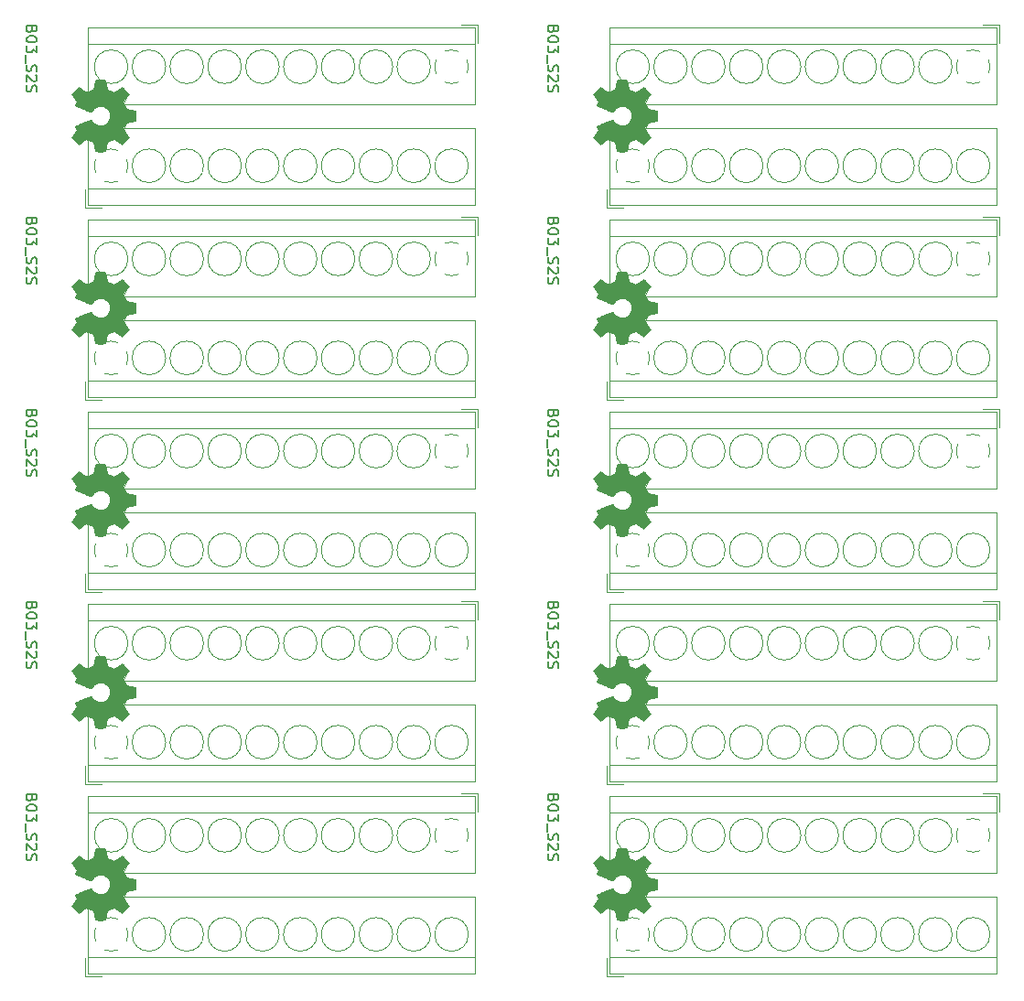
<source format=gbr>
G04 #@! TF.GenerationSoftware,KiCad,Pcbnew,5.1.5-52549c5~86~ubuntu18.04.1*
G04 #@! TF.CreationDate,2020-09-06T15:58:33-05:00*
G04 #@! TF.ProjectId,,58585858-5858-4585-9858-585858585858,rev?*
G04 #@! TF.SameCoordinates,Original*
G04 #@! TF.FileFunction,Legend,Top*
G04 #@! TF.FilePolarity,Positive*
%FSLAX46Y46*%
G04 Gerber Fmt 4.6, Leading zero omitted, Abs format (unit mm)*
G04 Created by KiCad (PCBNEW 5.1.5-52549c5~86~ubuntu18.04.1) date 2020-09-06 15:58:33*
%MOMM*%
%LPD*%
G04 APERTURE LIST*
%ADD10C,0.150000*%
%ADD11C,0.010000*%
%ADD12C,0.120000*%
G04 APERTURE END LIST*
D10*
X126969828Y-109907723D02*
X126922209Y-110050580D01*
X126874590Y-110098200D01*
X126779352Y-110145819D01*
X126636495Y-110145819D01*
X126541257Y-110098200D01*
X126493638Y-110050580D01*
X126446019Y-109955342D01*
X126446019Y-109574390D01*
X127446019Y-109574390D01*
X127446019Y-109907723D01*
X127398400Y-110002961D01*
X127350780Y-110050580D01*
X127255542Y-110098200D01*
X127160304Y-110098200D01*
X127065066Y-110050580D01*
X127017447Y-110002961D01*
X126969828Y-109907723D01*
X126969828Y-109574390D01*
X127446019Y-110764866D02*
X127446019Y-110860104D01*
X127398400Y-110955342D01*
X127350780Y-111002961D01*
X127255542Y-111050580D01*
X127065066Y-111098200D01*
X126826971Y-111098200D01*
X126636495Y-111050580D01*
X126541257Y-111002961D01*
X126493638Y-110955342D01*
X126446019Y-110860104D01*
X126446019Y-110764866D01*
X126493638Y-110669628D01*
X126541257Y-110622009D01*
X126636495Y-110574390D01*
X126826971Y-110526771D01*
X127065066Y-110526771D01*
X127255542Y-110574390D01*
X127350780Y-110622009D01*
X127398400Y-110669628D01*
X127446019Y-110764866D01*
X127446019Y-111431533D02*
X127446019Y-112050580D01*
X127065066Y-111717247D01*
X127065066Y-111860104D01*
X127017447Y-111955342D01*
X126969828Y-112002961D01*
X126874590Y-112050580D01*
X126636495Y-112050580D01*
X126541257Y-112002961D01*
X126493638Y-111955342D01*
X126446019Y-111860104D01*
X126446019Y-111574390D01*
X126493638Y-111479152D01*
X126541257Y-111431533D01*
X126350780Y-112241057D02*
X126350780Y-113002961D01*
X126493638Y-113193438D02*
X126446019Y-113336295D01*
X126446019Y-113574390D01*
X126493638Y-113669628D01*
X126541257Y-113717247D01*
X126636495Y-113764866D01*
X126731733Y-113764866D01*
X126826971Y-113717247D01*
X126874590Y-113669628D01*
X126922209Y-113574390D01*
X126969828Y-113383914D01*
X127017447Y-113288676D01*
X127065066Y-113241057D01*
X127160304Y-113193438D01*
X127255542Y-113193438D01*
X127350780Y-113241057D01*
X127398400Y-113288676D01*
X127446019Y-113383914D01*
X127446019Y-113622009D01*
X127398400Y-113764866D01*
X127350780Y-114145819D02*
X127398400Y-114193438D01*
X127446019Y-114288676D01*
X127446019Y-114526771D01*
X127398400Y-114622009D01*
X127350780Y-114669628D01*
X127255542Y-114717247D01*
X127160304Y-114717247D01*
X127017447Y-114669628D01*
X126446019Y-114098200D01*
X126446019Y-114717247D01*
X126493638Y-115098200D02*
X126446019Y-115241057D01*
X126446019Y-115479152D01*
X126493638Y-115574390D01*
X126541257Y-115622009D01*
X126636495Y-115669628D01*
X126731733Y-115669628D01*
X126826971Y-115622009D01*
X126874590Y-115574390D01*
X126922209Y-115479152D01*
X126969828Y-115288676D01*
X127017447Y-115193438D01*
X127065066Y-115145819D01*
X127160304Y-115098200D01*
X127255542Y-115098200D01*
X127350780Y-115145819D01*
X127398400Y-115193438D01*
X127446019Y-115288676D01*
X127446019Y-115526771D01*
X127398400Y-115669628D01*
X78709828Y-109907723D02*
X78662209Y-110050580D01*
X78614590Y-110098200D01*
X78519352Y-110145819D01*
X78376495Y-110145819D01*
X78281257Y-110098200D01*
X78233638Y-110050580D01*
X78186019Y-109955342D01*
X78186019Y-109574390D01*
X79186019Y-109574390D01*
X79186019Y-109907723D01*
X79138400Y-110002961D01*
X79090780Y-110050580D01*
X78995542Y-110098200D01*
X78900304Y-110098200D01*
X78805066Y-110050580D01*
X78757447Y-110002961D01*
X78709828Y-109907723D01*
X78709828Y-109574390D01*
X79186019Y-110764866D02*
X79186019Y-110860104D01*
X79138400Y-110955342D01*
X79090780Y-111002961D01*
X78995542Y-111050580D01*
X78805066Y-111098200D01*
X78566971Y-111098200D01*
X78376495Y-111050580D01*
X78281257Y-111002961D01*
X78233638Y-110955342D01*
X78186019Y-110860104D01*
X78186019Y-110764866D01*
X78233638Y-110669628D01*
X78281257Y-110622009D01*
X78376495Y-110574390D01*
X78566971Y-110526771D01*
X78805066Y-110526771D01*
X78995542Y-110574390D01*
X79090780Y-110622009D01*
X79138400Y-110669628D01*
X79186019Y-110764866D01*
X79186019Y-111431533D02*
X79186019Y-112050580D01*
X78805066Y-111717247D01*
X78805066Y-111860104D01*
X78757447Y-111955342D01*
X78709828Y-112002961D01*
X78614590Y-112050580D01*
X78376495Y-112050580D01*
X78281257Y-112002961D01*
X78233638Y-111955342D01*
X78186019Y-111860104D01*
X78186019Y-111574390D01*
X78233638Y-111479152D01*
X78281257Y-111431533D01*
X78090780Y-112241057D02*
X78090780Y-113002961D01*
X78233638Y-113193438D02*
X78186019Y-113336295D01*
X78186019Y-113574390D01*
X78233638Y-113669628D01*
X78281257Y-113717247D01*
X78376495Y-113764866D01*
X78471733Y-113764866D01*
X78566971Y-113717247D01*
X78614590Y-113669628D01*
X78662209Y-113574390D01*
X78709828Y-113383914D01*
X78757447Y-113288676D01*
X78805066Y-113241057D01*
X78900304Y-113193438D01*
X78995542Y-113193438D01*
X79090780Y-113241057D01*
X79138400Y-113288676D01*
X79186019Y-113383914D01*
X79186019Y-113622009D01*
X79138400Y-113764866D01*
X79090780Y-114145819D02*
X79138400Y-114193438D01*
X79186019Y-114288676D01*
X79186019Y-114526771D01*
X79138400Y-114622009D01*
X79090780Y-114669628D01*
X78995542Y-114717247D01*
X78900304Y-114717247D01*
X78757447Y-114669628D01*
X78186019Y-114098200D01*
X78186019Y-114717247D01*
X78233638Y-115098200D02*
X78186019Y-115241057D01*
X78186019Y-115479152D01*
X78233638Y-115574390D01*
X78281257Y-115622009D01*
X78376495Y-115669628D01*
X78471733Y-115669628D01*
X78566971Y-115622009D01*
X78614590Y-115574390D01*
X78662209Y-115479152D01*
X78709828Y-115288676D01*
X78757447Y-115193438D01*
X78805066Y-115145819D01*
X78900304Y-115098200D01*
X78995542Y-115098200D01*
X79090780Y-115145819D01*
X79138400Y-115193438D01*
X79186019Y-115288676D01*
X79186019Y-115526771D01*
X79138400Y-115669628D01*
X126969828Y-92127723D02*
X126922209Y-92270580D01*
X126874590Y-92318200D01*
X126779352Y-92365819D01*
X126636495Y-92365819D01*
X126541257Y-92318200D01*
X126493638Y-92270580D01*
X126446019Y-92175342D01*
X126446019Y-91794390D01*
X127446019Y-91794390D01*
X127446019Y-92127723D01*
X127398400Y-92222961D01*
X127350780Y-92270580D01*
X127255542Y-92318200D01*
X127160304Y-92318200D01*
X127065066Y-92270580D01*
X127017447Y-92222961D01*
X126969828Y-92127723D01*
X126969828Y-91794390D01*
X127446019Y-92984866D02*
X127446019Y-93080104D01*
X127398400Y-93175342D01*
X127350780Y-93222961D01*
X127255542Y-93270580D01*
X127065066Y-93318200D01*
X126826971Y-93318200D01*
X126636495Y-93270580D01*
X126541257Y-93222961D01*
X126493638Y-93175342D01*
X126446019Y-93080104D01*
X126446019Y-92984866D01*
X126493638Y-92889628D01*
X126541257Y-92842009D01*
X126636495Y-92794390D01*
X126826971Y-92746771D01*
X127065066Y-92746771D01*
X127255542Y-92794390D01*
X127350780Y-92842009D01*
X127398400Y-92889628D01*
X127446019Y-92984866D01*
X127446019Y-93651533D02*
X127446019Y-94270580D01*
X127065066Y-93937247D01*
X127065066Y-94080104D01*
X127017447Y-94175342D01*
X126969828Y-94222961D01*
X126874590Y-94270580D01*
X126636495Y-94270580D01*
X126541257Y-94222961D01*
X126493638Y-94175342D01*
X126446019Y-94080104D01*
X126446019Y-93794390D01*
X126493638Y-93699152D01*
X126541257Y-93651533D01*
X126350780Y-94461057D02*
X126350780Y-95222961D01*
X126493638Y-95413438D02*
X126446019Y-95556295D01*
X126446019Y-95794390D01*
X126493638Y-95889628D01*
X126541257Y-95937247D01*
X126636495Y-95984866D01*
X126731733Y-95984866D01*
X126826971Y-95937247D01*
X126874590Y-95889628D01*
X126922209Y-95794390D01*
X126969828Y-95603914D01*
X127017447Y-95508676D01*
X127065066Y-95461057D01*
X127160304Y-95413438D01*
X127255542Y-95413438D01*
X127350780Y-95461057D01*
X127398400Y-95508676D01*
X127446019Y-95603914D01*
X127446019Y-95842009D01*
X127398400Y-95984866D01*
X127350780Y-96365819D02*
X127398400Y-96413438D01*
X127446019Y-96508676D01*
X127446019Y-96746771D01*
X127398400Y-96842009D01*
X127350780Y-96889628D01*
X127255542Y-96937247D01*
X127160304Y-96937247D01*
X127017447Y-96889628D01*
X126446019Y-96318200D01*
X126446019Y-96937247D01*
X126493638Y-97318200D02*
X126446019Y-97461057D01*
X126446019Y-97699152D01*
X126493638Y-97794390D01*
X126541257Y-97842009D01*
X126636495Y-97889628D01*
X126731733Y-97889628D01*
X126826971Y-97842009D01*
X126874590Y-97794390D01*
X126922209Y-97699152D01*
X126969828Y-97508676D01*
X127017447Y-97413438D01*
X127065066Y-97365819D01*
X127160304Y-97318200D01*
X127255542Y-97318200D01*
X127350780Y-97365819D01*
X127398400Y-97413438D01*
X127446019Y-97508676D01*
X127446019Y-97746771D01*
X127398400Y-97889628D01*
X78709828Y-92127723D02*
X78662209Y-92270580D01*
X78614590Y-92318200D01*
X78519352Y-92365819D01*
X78376495Y-92365819D01*
X78281257Y-92318200D01*
X78233638Y-92270580D01*
X78186019Y-92175342D01*
X78186019Y-91794390D01*
X79186019Y-91794390D01*
X79186019Y-92127723D01*
X79138400Y-92222961D01*
X79090780Y-92270580D01*
X78995542Y-92318200D01*
X78900304Y-92318200D01*
X78805066Y-92270580D01*
X78757447Y-92222961D01*
X78709828Y-92127723D01*
X78709828Y-91794390D01*
X79186019Y-92984866D02*
X79186019Y-93080104D01*
X79138400Y-93175342D01*
X79090780Y-93222961D01*
X78995542Y-93270580D01*
X78805066Y-93318200D01*
X78566971Y-93318200D01*
X78376495Y-93270580D01*
X78281257Y-93222961D01*
X78233638Y-93175342D01*
X78186019Y-93080104D01*
X78186019Y-92984866D01*
X78233638Y-92889628D01*
X78281257Y-92842009D01*
X78376495Y-92794390D01*
X78566971Y-92746771D01*
X78805066Y-92746771D01*
X78995542Y-92794390D01*
X79090780Y-92842009D01*
X79138400Y-92889628D01*
X79186019Y-92984866D01*
X79186019Y-93651533D02*
X79186019Y-94270580D01*
X78805066Y-93937247D01*
X78805066Y-94080104D01*
X78757447Y-94175342D01*
X78709828Y-94222961D01*
X78614590Y-94270580D01*
X78376495Y-94270580D01*
X78281257Y-94222961D01*
X78233638Y-94175342D01*
X78186019Y-94080104D01*
X78186019Y-93794390D01*
X78233638Y-93699152D01*
X78281257Y-93651533D01*
X78090780Y-94461057D02*
X78090780Y-95222961D01*
X78233638Y-95413438D02*
X78186019Y-95556295D01*
X78186019Y-95794390D01*
X78233638Y-95889628D01*
X78281257Y-95937247D01*
X78376495Y-95984866D01*
X78471733Y-95984866D01*
X78566971Y-95937247D01*
X78614590Y-95889628D01*
X78662209Y-95794390D01*
X78709828Y-95603914D01*
X78757447Y-95508676D01*
X78805066Y-95461057D01*
X78900304Y-95413438D01*
X78995542Y-95413438D01*
X79090780Y-95461057D01*
X79138400Y-95508676D01*
X79186019Y-95603914D01*
X79186019Y-95842009D01*
X79138400Y-95984866D01*
X79090780Y-96365819D02*
X79138400Y-96413438D01*
X79186019Y-96508676D01*
X79186019Y-96746771D01*
X79138400Y-96842009D01*
X79090780Y-96889628D01*
X78995542Y-96937247D01*
X78900304Y-96937247D01*
X78757447Y-96889628D01*
X78186019Y-96318200D01*
X78186019Y-96937247D01*
X78233638Y-97318200D02*
X78186019Y-97461057D01*
X78186019Y-97699152D01*
X78233638Y-97794390D01*
X78281257Y-97842009D01*
X78376495Y-97889628D01*
X78471733Y-97889628D01*
X78566971Y-97842009D01*
X78614590Y-97794390D01*
X78662209Y-97699152D01*
X78709828Y-97508676D01*
X78757447Y-97413438D01*
X78805066Y-97365819D01*
X78900304Y-97318200D01*
X78995542Y-97318200D01*
X79090780Y-97365819D01*
X79138400Y-97413438D01*
X79186019Y-97508676D01*
X79186019Y-97746771D01*
X79138400Y-97889628D01*
X126969828Y-74347723D02*
X126922209Y-74490580D01*
X126874590Y-74538200D01*
X126779352Y-74585819D01*
X126636495Y-74585819D01*
X126541257Y-74538200D01*
X126493638Y-74490580D01*
X126446019Y-74395342D01*
X126446019Y-74014390D01*
X127446019Y-74014390D01*
X127446019Y-74347723D01*
X127398400Y-74442961D01*
X127350780Y-74490580D01*
X127255542Y-74538200D01*
X127160304Y-74538200D01*
X127065066Y-74490580D01*
X127017447Y-74442961D01*
X126969828Y-74347723D01*
X126969828Y-74014390D01*
X127446019Y-75204866D02*
X127446019Y-75300104D01*
X127398400Y-75395342D01*
X127350780Y-75442961D01*
X127255542Y-75490580D01*
X127065066Y-75538200D01*
X126826971Y-75538200D01*
X126636495Y-75490580D01*
X126541257Y-75442961D01*
X126493638Y-75395342D01*
X126446019Y-75300104D01*
X126446019Y-75204866D01*
X126493638Y-75109628D01*
X126541257Y-75062009D01*
X126636495Y-75014390D01*
X126826971Y-74966771D01*
X127065066Y-74966771D01*
X127255542Y-75014390D01*
X127350780Y-75062009D01*
X127398400Y-75109628D01*
X127446019Y-75204866D01*
X127446019Y-75871533D02*
X127446019Y-76490580D01*
X127065066Y-76157247D01*
X127065066Y-76300104D01*
X127017447Y-76395342D01*
X126969828Y-76442961D01*
X126874590Y-76490580D01*
X126636495Y-76490580D01*
X126541257Y-76442961D01*
X126493638Y-76395342D01*
X126446019Y-76300104D01*
X126446019Y-76014390D01*
X126493638Y-75919152D01*
X126541257Y-75871533D01*
X126350780Y-76681057D02*
X126350780Y-77442961D01*
X126493638Y-77633438D02*
X126446019Y-77776295D01*
X126446019Y-78014390D01*
X126493638Y-78109628D01*
X126541257Y-78157247D01*
X126636495Y-78204866D01*
X126731733Y-78204866D01*
X126826971Y-78157247D01*
X126874590Y-78109628D01*
X126922209Y-78014390D01*
X126969828Y-77823914D01*
X127017447Y-77728676D01*
X127065066Y-77681057D01*
X127160304Y-77633438D01*
X127255542Y-77633438D01*
X127350780Y-77681057D01*
X127398400Y-77728676D01*
X127446019Y-77823914D01*
X127446019Y-78062009D01*
X127398400Y-78204866D01*
X127350780Y-78585819D02*
X127398400Y-78633438D01*
X127446019Y-78728676D01*
X127446019Y-78966771D01*
X127398400Y-79062009D01*
X127350780Y-79109628D01*
X127255542Y-79157247D01*
X127160304Y-79157247D01*
X127017447Y-79109628D01*
X126446019Y-78538200D01*
X126446019Y-79157247D01*
X126493638Y-79538200D02*
X126446019Y-79681057D01*
X126446019Y-79919152D01*
X126493638Y-80014390D01*
X126541257Y-80062009D01*
X126636495Y-80109628D01*
X126731733Y-80109628D01*
X126826971Y-80062009D01*
X126874590Y-80014390D01*
X126922209Y-79919152D01*
X126969828Y-79728676D01*
X127017447Y-79633438D01*
X127065066Y-79585819D01*
X127160304Y-79538200D01*
X127255542Y-79538200D01*
X127350780Y-79585819D01*
X127398400Y-79633438D01*
X127446019Y-79728676D01*
X127446019Y-79966771D01*
X127398400Y-80109628D01*
X78709828Y-74347723D02*
X78662209Y-74490580D01*
X78614590Y-74538200D01*
X78519352Y-74585819D01*
X78376495Y-74585819D01*
X78281257Y-74538200D01*
X78233638Y-74490580D01*
X78186019Y-74395342D01*
X78186019Y-74014390D01*
X79186019Y-74014390D01*
X79186019Y-74347723D01*
X79138400Y-74442961D01*
X79090780Y-74490580D01*
X78995542Y-74538200D01*
X78900304Y-74538200D01*
X78805066Y-74490580D01*
X78757447Y-74442961D01*
X78709828Y-74347723D01*
X78709828Y-74014390D01*
X79186019Y-75204866D02*
X79186019Y-75300104D01*
X79138400Y-75395342D01*
X79090780Y-75442961D01*
X78995542Y-75490580D01*
X78805066Y-75538200D01*
X78566971Y-75538200D01*
X78376495Y-75490580D01*
X78281257Y-75442961D01*
X78233638Y-75395342D01*
X78186019Y-75300104D01*
X78186019Y-75204866D01*
X78233638Y-75109628D01*
X78281257Y-75062009D01*
X78376495Y-75014390D01*
X78566971Y-74966771D01*
X78805066Y-74966771D01*
X78995542Y-75014390D01*
X79090780Y-75062009D01*
X79138400Y-75109628D01*
X79186019Y-75204866D01*
X79186019Y-75871533D02*
X79186019Y-76490580D01*
X78805066Y-76157247D01*
X78805066Y-76300104D01*
X78757447Y-76395342D01*
X78709828Y-76442961D01*
X78614590Y-76490580D01*
X78376495Y-76490580D01*
X78281257Y-76442961D01*
X78233638Y-76395342D01*
X78186019Y-76300104D01*
X78186019Y-76014390D01*
X78233638Y-75919152D01*
X78281257Y-75871533D01*
X78090780Y-76681057D02*
X78090780Y-77442961D01*
X78233638Y-77633438D02*
X78186019Y-77776295D01*
X78186019Y-78014390D01*
X78233638Y-78109628D01*
X78281257Y-78157247D01*
X78376495Y-78204866D01*
X78471733Y-78204866D01*
X78566971Y-78157247D01*
X78614590Y-78109628D01*
X78662209Y-78014390D01*
X78709828Y-77823914D01*
X78757447Y-77728676D01*
X78805066Y-77681057D01*
X78900304Y-77633438D01*
X78995542Y-77633438D01*
X79090780Y-77681057D01*
X79138400Y-77728676D01*
X79186019Y-77823914D01*
X79186019Y-78062009D01*
X79138400Y-78204866D01*
X79090780Y-78585819D02*
X79138400Y-78633438D01*
X79186019Y-78728676D01*
X79186019Y-78966771D01*
X79138400Y-79062009D01*
X79090780Y-79109628D01*
X78995542Y-79157247D01*
X78900304Y-79157247D01*
X78757447Y-79109628D01*
X78186019Y-78538200D01*
X78186019Y-79157247D01*
X78233638Y-79538200D02*
X78186019Y-79681057D01*
X78186019Y-79919152D01*
X78233638Y-80014390D01*
X78281257Y-80062009D01*
X78376495Y-80109628D01*
X78471733Y-80109628D01*
X78566971Y-80062009D01*
X78614590Y-80014390D01*
X78662209Y-79919152D01*
X78709828Y-79728676D01*
X78757447Y-79633438D01*
X78805066Y-79585819D01*
X78900304Y-79538200D01*
X78995542Y-79538200D01*
X79090780Y-79585819D01*
X79138400Y-79633438D01*
X79186019Y-79728676D01*
X79186019Y-79966771D01*
X79138400Y-80109628D01*
X126969828Y-56567723D02*
X126922209Y-56710580D01*
X126874590Y-56758200D01*
X126779352Y-56805819D01*
X126636495Y-56805819D01*
X126541257Y-56758200D01*
X126493638Y-56710580D01*
X126446019Y-56615342D01*
X126446019Y-56234390D01*
X127446019Y-56234390D01*
X127446019Y-56567723D01*
X127398400Y-56662961D01*
X127350780Y-56710580D01*
X127255542Y-56758200D01*
X127160304Y-56758200D01*
X127065066Y-56710580D01*
X127017447Y-56662961D01*
X126969828Y-56567723D01*
X126969828Y-56234390D01*
X127446019Y-57424866D02*
X127446019Y-57520104D01*
X127398400Y-57615342D01*
X127350780Y-57662961D01*
X127255542Y-57710580D01*
X127065066Y-57758200D01*
X126826971Y-57758200D01*
X126636495Y-57710580D01*
X126541257Y-57662961D01*
X126493638Y-57615342D01*
X126446019Y-57520104D01*
X126446019Y-57424866D01*
X126493638Y-57329628D01*
X126541257Y-57282009D01*
X126636495Y-57234390D01*
X126826971Y-57186771D01*
X127065066Y-57186771D01*
X127255542Y-57234390D01*
X127350780Y-57282009D01*
X127398400Y-57329628D01*
X127446019Y-57424866D01*
X127446019Y-58091533D02*
X127446019Y-58710580D01*
X127065066Y-58377247D01*
X127065066Y-58520104D01*
X127017447Y-58615342D01*
X126969828Y-58662961D01*
X126874590Y-58710580D01*
X126636495Y-58710580D01*
X126541257Y-58662961D01*
X126493638Y-58615342D01*
X126446019Y-58520104D01*
X126446019Y-58234390D01*
X126493638Y-58139152D01*
X126541257Y-58091533D01*
X126350780Y-58901057D02*
X126350780Y-59662961D01*
X126493638Y-59853438D02*
X126446019Y-59996295D01*
X126446019Y-60234390D01*
X126493638Y-60329628D01*
X126541257Y-60377247D01*
X126636495Y-60424866D01*
X126731733Y-60424866D01*
X126826971Y-60377247D01*
X126874590Y-60329628D01*
X126922209Y-60234390D01*
X126969828Y-60043914D01*
X127017447Y-59948676D01*
X127065066Y-59901057D01*
X127160304Y-59853438D01*
X127255542Y-59853438D01*
X127350780Y-59901057D01*
X127398400Y-59948676D01*
X127446019Y-60043914D01*
X127446019Y-60282009D01*
X127398400Y-60424866D01*
X127350780Y-60805819D02*
X127398400Y-60853438D01*
X127446019Y-60948676D01*
X127446019Y-61186771D01*
X127398400Y-61282009D01*
X127350780Y-61329628D01*
X127255542Y-61377247D01*
X127160304Y-61377247D01*
X127017447Y-61329628D01*
X126446019Y-60758200D01*
X126446019Y-61377247D01*
X126493638Y-61758200D02*
X126446019Y-61901057D01*
X126446019Y-62139152D01*
X126493638Y-62234390D01*
X126541257Y-62282009D01*
X126636495Y-62329628D01*
X126731733Y-62329628D01*
X126826971Y-62282009D01*
X126874590Y-62234390D01*
X126922209Y-62139152D01*
X126969828Y-61948676D01*
X127017447Y-61853438D01*
X127065066Y-61805819D01*
X127160304Y-61758200D01*
X127255542Y-61758200D01*
X127350780Y-61805819D01*
X127398400Y-61853438D01*
X127446019Y-61948676D01*
X127446019Y-62186771D01*
X127398400Y-62329628D01*
X78709828Y-56567723D02*
X78662209Y-56710580D01*
X78614590Y-56758200D01*
X78519352Y-56805819D01*
X78376495Y-56805819D01*
X78281257Y-56758200D01*
X78233638Y-56710580D01*
X78186019Y-56615342D01*
X78186019Y-56234390D01*
X79186019Y-56234390D01*
X79186019Y-56567723D01*
X79138400Y-56662961D01*
X79090780Y-56710580D01*
X78995542Y-56758200D01*
X78900304Y-56758200D01*
X78805066Y-56710580D01*
X78757447Y-56662961D01*
X78709828Y-56567723D01*
X78709828Y-56234390D01*
X79186019Y-57424866D02*
X79186019Y-57520104D01*
X79138400Y-57615342D01*
X79090780Y-57662961D01*
X78995542Y-57710580D01*
X78805066Y-57758200D01*
X78566971Y-57758200D01*
X78376495Y-57710580D01*
X78281257Y-57662961D01*
X78233638Y-57615342D01*
X78186019Y-57520104D01*
X78186019Y-57424866D01*
X78233638Y-57329628D01*
X78281257Y-57282009D01*
X78376495Y-57234390D01*
X78566971Y-57186771D01*
X78805066Y-57186771D01*
X78995542Y-57234390D01*
X79090780Y-57282009D01*
X79138400Y-57329628D01*
X79186019Y-57424866D01*
X79186019Y-58091533D02*
X79186019Y-58710580D01*
X78805066Y-58377247D01*
X78805066Y-58520104D01*
X78757447Y-58615342D01*
X78709828Y-58662961D01*
X78614590Y-58710580D01*
X78376495Y-58710580D01*
X78281257Y-58662961D01*
X78233638Y-58615342D01*
X78186019Y-58520104D01*
X78186019Y-58234390D01*
X78233638Y-58139152D01*
X78281257Y-58091533D01*
X78090780Y-58901057D02*
X78090780Y-59662961D01*
X78233638Y-59853438D02*
X78186019Y-59996295D01*
X78186019Y-60234390D01*
X78233638Y-60329628D01*
X78281257Y-60377247D01*
X78376495Y-60424866D01*
X78471733Y-60424866D01*
X78566971Y-60377247D01*
X78614590Y-60329628D01*
X78662209Y-60234390D01*
X78709828Y-60043914D01*
X78757447Y-59948676D01*
X78805066Y-59901057D01*
X78900304Y-59853438D01*
X78995542Y-59853438D01*
X79090780Y-59901057D01*
X79138400Y-59948676D01*
X79186019Y-60043914D01*
X79186019Y-60282009D01*
X79138400Y-60424866D01*
X79090780Y-60805819D02*
X79138400Y-60853438D01*
X79186019Y-60948676D01*
X79186019Y-61186771D01*
X79138400Y-61282009D01*
X79090780Y-61329628D01*
X78995542Y-61377247D01*
X78900304Y-61377247D01*
X78757447Y-61329628D01*
X78186019Y-60758200D01*
X78186019Y-61377247D01*
X78233638Y-61758200D02*
X78186019Y-61901057D01*
X78186019Y-62139152D01*
X78233638Y-62234390D01*
X78281257Y-62282009D01*
X78376495Y-62329628D01*
X78471733Y-62329628D01*
X78566971Y-62282009D01*
X78614590Y-62234390D01*
X78662209Y-62139152D01*
X78709828Y-61948676D01*
X78757447Y-61853438D01*
X78805066Y-61805819D01*
X78900304Y-61758200D01*
X78995542Y-61758200D01*
X79090780Y-61805819D01*
X79138400Y-61853438D01*
X79186019Y-61948676D01*
X79186019Y-62186771D01*
X79138400Y-62329628D01*
X126969828Y-38787723D02*
X126922209Y-38930580D01*
X126874590Y-38978200D01*
X126779352Y-39025819D01*
X126636495Y-39025819D01*
X126541257Y-38978200D01*
X126493638Y-38930580D01*
X126446019Y-38835342D01*
X126446019Y-38454390D01*
X127446019Y-38454390D01*
X127446019Y-38787723D01*
X127398400Y-38882961D01*
X127350780Y-38930580D01*
X127255542Y-38978200D01*
X127160304Y-38978200D01*
X127065066Y-38930580D01*
X127017447Y-38882961D01*
X126969828Y-38787723D01*
X126969828Y-38454390D01*
X127446019Y-39644866D02*
X127446019Y-39740104D01*
X127398400Y-39835342D01*
X127350780Y-39882961D01*
X127255542Y-39930580D01*
X127065066Y-39978200D01*
X126826971Y-39978200D01*
X126636495Y-39930580D01*
X126541257Y-39882961D01*
X126493638Y-39835342D01*
X126446019Y-39740104D01*
X126446019Y-39644866D01*
X126493638Y-39549628D01*
X126541257Y-39502009D01*
X126636495Y-39454390D01*
X126826971Y-39406771D01*
X127065066Y-39406771D01*
X127255542Y-39454390D01*
X127350780Y-39502009D01*
X127398400Y-39549628D01*
X127446019Y-39644866D01*
X127446019Y-40311533D02*
X127446019Y-40930580D01*
X127065066Y-40597247D01*
X127065066Y-40740104D01*
X127017447Y-40835342D01*
X126969828Y-40882961D01*
X126874590Y-40930580D01*
X126636495Y-40930580D01*
X126541257Y-40882961D01*
X126493638Y-40835342D01*
X126446019Y-40740104D01*
X126446019Y-40454390D01*
X126493638Y-40359152D01*
X126541257Y-40311533D01*
X126350780Y-41121057D02*
X126350780Y-41882961D01*
X126493638Y-42073438D02*
X126446019Y-42216295D01*
X126446019Y-42454390D01*
X126493638Y-42549628D01*
X126541257Y-42597247D01*
X126636495Y-42644866D01*
X126731733Y-42644866D01*
X126826971Y-42597247D01*
X126874590Y-42549628D01*
X126922209Y-42454390D01*
X126969828Y-42263914D01*
X127017447Y-42168676D01*
X127065066Y-42121057D01*
X127160304Y-42073438D01*
X127255542Y-42073438D01*
X127350780Y-42121057D01*
X127398400Y-42168676D01*
X127446019Y-42263914D01*
X127446019Y-42502009D01*
X127398400Y-42644866D01*
X127350780Y-43025819D02*
X127398400Y-43073438D01*
X127446019Y-43168676D01*
X127446019Y-43406771D01*
X127398400Y-43502009D01*
X127350780Y-43549628D01*
X127255542Y-43597247D01*
X127160304Y-43597247D01*
X127017447Y-43549628D01*
X126446019Y-42978200D01*
X126446019Y-43597247D01*
X126493638Y-43978200D02*
X126446019Y-44121057D01*
X126446019Y-44359152D01*
X126493638Y-44454390D01*
X126541257Y-44502009D01*
X126636495Y-44549628D01*
X126731733Y-44549628D01*
X126826971Y-44502009D01*
X126874590Y-44454390D01*
X126922209Y-44359152D01*
X126969828Y-44168676D01*
X127017447Y-44073438D01*
X127065066Y-44025819D01*
X127160304Y-43978200D01*
X127255542Y-43978200D01*
X127350780Y-44025819D01*
X127398400Y-44073438D01*
X127446019Y-44168676D01*
X127446019Y-44406771D01*
X127398400Y-44549628D01*
X78709828Y-38787723D02*
X78662209Y-38930580D01*
X78614590Y-38978200D01*
X78519352Y-39025819D01*
X78376495Y-39025819D01*
X78281257Y-38978200D01*
X78233638Y-38930580D01*
X78186019Y-38835342D01*
X78186019Y-38454390D01*
X79186019Y-38454390D01*
X79186019Y-38787723D01*
X79138400Y-38882961D01*
X79090780Y-38930580D01*
X78995542Y-38978200D01*
X78900304Y-38978200D01*
X78805066Y-38930580D01*
X78757447Y-38882961D01*
X78709828Y-38787723D01*
X78709828Y-38454390D01*
X79186019Y-39644866D02*
X79186019Y-39740104D01*
X79138400Y-39835342D01*
X79090780Y-39882961D01*
X78995542Y-39930580D01*
X78805066Y-39978200D01*
X78566971Y-39978200D01*
X78376495Y-39930580D01*
X78281257Y-39882961D01*
X78233638Y-39835342D01*
X78186019Y-39740104D01*
X78186019Y-39644866D01*
X78233638Y-39549628D01*
X78281257Y-39502009D01*
X78376495Y-39454390D01*
X78566971Y-39406771D01*
X78805066Y-39406771D01*
X78995542Y-39454390D01*
X79090780Y-39502009D01*
X79138400Y-39549628D01*
X79186019Y-39644866D01*
X79186019Y-40311533D02*
X79186019Y-40930580D01*
X78805066Y-40597247D01*
X78805066Y-40740104D01*
X78757447Y-40835342D01*
X78709828Y-40882961D01*
X78614590Y-40930580D01*
X78376495Y-40930580D01*
X78281257Y-40882961D01*
X78233638Y-40835342D01*
X78186019Y-40740104D01*
X78186019Y-40454390D01*
X78233638Y-40359152D01*
X78281257Y-40311533D01*
X78090780Y-41121057D02*
X78090780Y-41882961D01*
X78233638Y-42073438D02*
X78186019Y-42216295D01*
X78186019Y-42454390D01*
X78233638Y-42549628D01*
X78281257Y-42597247D01*
X78376495Y-42644866D01*
X78471733Y-42644866D01*
X78566971Y-42597247D01*
X78614590Y-42549628D01*
X78662209Y-42454390D01*
X78709828Y-42263914D01*
X78757447Y-42168676D01*
X78805066Y-42121057D01*
X78900304Y-42073438D01*
X78995542Y-42073438D01*
X79090780Y-42121057D01*
X79138400Y-42168676D01*
X79186019Y-42263914D01*
X79186019Y-42502009D01*
X79138400Y-42644866D01*
X79090780Y-43025819D02*
X79138400Y-43073438D01*
X79186019Y-43168676D01*
X79186019Y-43406771D01*
X79138400Y-43502009D01*
X79090780Y-43549628D01*
X78995542Y-43597247D01*
X78900304Y-43597247D01*
X78757447Y-43549628D01*
X78186019Y-42978200D01*
X78186019Y-43597247D01*
X78233638Y-43978200D02*
X78186019Y-44121057D01*
X78186019Y-44359152D01*
X78233638Y-44454390D01*
X78281257Y-44502009D01*
X78376495Y-44549628D01*
X78471733Y-44549628D01*
X78566971Y-44502009D01*
X78614590Y-44454390D01*
X78662209Y-44359152D01*
X78709828Y-44168676D01*
X78757447Y-44073438D01*
X78805066Y-44025819D01*
X78900304Y-43978200D01*
X78995542Y-43978200D01*
X79090780Y-44025819D01*
X79138400Y-44073438D01*
X79186019Y-44168676D01*
X79186019Y-44406771D01*
X79138400Y-44549628D01*
D11*
G36*
X136135069Y-118437214D02*
G01*
X135690445Y-118521035D01*
X135562947Y-118830320D01*
X135435449Y-119139606D01*
X135687754Y-119510646D01*
X135758004Y-119614557D01*
X135820728Y-119708487D01*
X135873062Y-119788052D01*
X135912143Y-119848870D01*
X135935107Y-119886557D01*
X135940058Y-119896821D01*
X135927324Y-119915310D01*
X135892118Y-119954820D01*
X135838938Y-120010922D01*
X135772282Y-120079187D01*
X135696646Y-120155186D01*
X135616528Y-120234492D01*
X135536426Y-120312675D01*
X135460836Y-120385307D01*
X135394255Y-120447959D01*
X135341182Y-120496203D01*
X135306113Y-120525610D01*
X135294377Y-120532641D01*
X135272740Y-120522523D01*
X135225338Y-120494159D01*
X135156807Y-120450529D01*
X135071785Y-120394618D01*
X134974907Y-120329406D01*
X134919650Y-120291619D01*
X134818752Y-120222743D01*
X134727701Y-120161540D01*
X134651030Y-120110978D01*
X134593272Y-120074028D01*
X134558957Y-120053658D01*
X134551746Y-120050597D01*
X134531252Y-120057536D01*
X134483487Y-120076451D01*
X134415168Y-120104487D01*
X134333011Y-120138791D01*
X134243730Y-120176509D01*
X134154042Y-120214787D01*
X134070662Y-120250770D01*
X134000306Y-120281606D01*
X133949690Y-120304439D01*
X133925529Y-120316417D01*
X133924578Y-120317124D01*
X133919964Y-120335931D01*
X133909672Y-120386018D01*
X133894713Y-120462193D01*
X133876099Y-120559265D01*
X133854841Y-120672043D01*
X133842582Y-120737842D01*
X133819638Y-120858350D01*
X133797805Y-120967197D01*
X133778278Y-121058876D01*
X133762252Y-121127881D01*
X133750921Y-121168704D01*
X133747326Y-121176911D01*
X133722994Y-121184948D01*
X133668041Y-121191433D01*
X133588892Y-121196370D01*
X133491974Y-121199764D01*
X133383713Y-121201618D01*
X133270535Y-121201938D01*
X133158865Y-121200727D01*
X133055132Y-121197990D01*
X132965759Y-121193731D01*
X132897174Y-121187955D01*
X132855803Y-121180667D01*
X132847190Y-121176295D01*
X132836867Y-121150164D01*
X132822108Y-121094793D01*
X132804648Y-121017507D01*
X132786220Y-120925630D01*
X132780259Y-120893558D01*
X132751934Y-120738924D01*
X132729124Y-120616775D01*
X132710920Y-120523073D01*
X132696417Y-120453784D01*
X132684708Y-120404871D01*
X132674885Y-120372297D01*
X132666044Y-120352028D01*
X132657276Y-120340026D01*
X132655543Y-120338347D01*
X132627629Y-120321584D01*
X132573305Y-120296014D01*
X132499223Y-120264188D01*
X132412035Y-120228660D01*
X132318392Y-120191983D01*
X132224948Y-120156711D01*
X132138353Y-120125396D01*
X132065260Y-120100593D01*
X132012322Y-120084854D01*
X131986189Y-120080732D01*
X131985274Y-120081076D01*
X131963914Y-120095041D01*
X131916916Y-120126722D01*
X131849173Y-120172791D01*
X131765577Y-120229918D01*
X131671018Y-120294773D01*
X131644146Y-120313243D01*
X131546725Y-120379099D01*
X131457837Y-120437050D01*
X131382588Y-120483938D01*
X131326080Y-120516607D01*
X131293419Y-120531900D01*
X131289407Y-120532641D01*
X131268316Y-120519792D01*
X131226536Y-120484288D01*
X131168555Y-120430693D01*
X131098865Y-120363571D01*
X131021955Y-120287487D01*
X130942317Y-120207004D01*
X130864439Y-120126687D01*
X130792814Y-120051099D01*
X130731930Y-119984805D01*
X130686279Y-119932369D01*
X130660350Y-119898355D01*
X130656117Y-119888945D01*
X130666088Y-119867043D01*
X130692980Y-119822200D01*
X130732264Y-119761721D01*
X130763883Y-119715189D01*
X130821902Y-119630875D01*
X130890216Y-119531026D01*
X130958421Y-119430873D01*
X130994925Y-119377027D01*
X131118200Y-119194771D01*
X131035480Y-119041781D01*
X130999241Y-118972082D01*
X130971074Y-118912814D01*
X130955009Y-118872711D01*
X130952774Y-118862503D01*
X130969278Y-118850229D01*
X131015918Y-118826013D01*
X131088391Y-118791663D01*
X131182394Y-118748988D01*
X131293626Y-118699794D01*
X131417785Y-118645890D01*
X131550568Y-118589084D01*
X131687673Y-118531182D01*
X131824798Y-118473993D01*
X131957642Y-118419324D01*
X132081902Y-118368984D01*
X132193275Y-118324780D01*
X132287461Y-118288519D01*
X132360156Y-118262009D01*
X132407059Y-118247058D01*
X132423167Y-118244654D01*
X132443714Y-118263711D01*
X132477067Y-118305436D01*
X132516298Y-118361106D01*
X132519401Y-118365778D01*
X132634577Y-118509664D01*
X132768947Y-118625683D01*
X132918216Y-118712830D01*
X133078087Y-118770099D01*
X133244263Y-118796486D01*
X133412448Y-118790985D01*
X133578345Y-118752590D01*
X133737658Y-118680295D01*
X133772513Y-118659026D01*
X133913263Y-118548396D01*
X134026286Y-118417702D01*
X134110997Y-118271464D01*
X134166806Y-118114208D01*
X134193126Y-117950457D01*
X134189370Y-117784733D01*
X134154950Y-117621562D01*
X134089277Y-117465465D01*
X133991765Y-117320967D01*
X133952187Y-117276269D01*
X133828297Y-117162512D01*
X133697876Y-117079618D01*
X133551685Y-117022756D01*
X133406912Y-116991087D01*
X133244140Y-116983269D01*
X133080560Y-117009338D01*
X132921702Y-117066645D01*
X132773094Y-117152544D01*
X132640265Y-117264386D01*
X132528744Y-117399523D01*
X132516989Y-117417283D01*
X132478492Y-117473550D01*
X132445137Y-117516323D01*
X132423840Y-117536772D01*
X132423167Y-117537069D01*
X132400129Y-117532679D01*
X132347843Y-117515276D01*
X132270610Y-117486668D01*
X132172732Y-117448665D01*
X132058509Y-117403074D01*
X131932242Y-117351703D01*
X131798233Y-117296362D01*
X131660782Y-117238858D01*
X131524192Y-117181001D01*
X131392763Y-117124598D01*
X131270795Y-117071458D01*
X131162591Y-117023390D01*
X131072451Y-116982201D01*
X131004677Y-116949701D01*
X130963570Y-116927697D01*
X130952774Y-116918836D01*
X130961181Y-116891760D01*
X130983728Y-116841097D01*
X131016387Y-116775583D01*
X131035480Y-116739559D01*
X131118200Y-116586568D01*
X130994925Y-116404312D01*
X130931772Y-116311275D01*
X130862273Y-116209415D01*
X130796835Y-116113962D01*
X130763883Y-116066150D01*
X130718727Y-115998905D01*
X130682943Y-115941964D01*
X130661062Y-115902754D01*
X130656437Y-115890019D01*
X130668915Y-115871483D01*
X130703748Y-115830459D01*
X130757322Y-115770925D01*
X130826017Y-115696858D01*
X130906219Y-115612235D01*
X130957714Y-115558715D01*
X131049714Y-115465081D01*
X131132001Y-115384159D01*
X131201055Y-115319223D01*
X131253356Y-115273542D01*
X131285384Y-115250389D01*
X131291884Y-115248168D01*
X131316606Y-115258476D01*
X131366595Y-115286961D01*
X131436788Y-115330463D01*
X131522125Y-115385823D01*
X131617544Y-115449880D01*
X131644146Y-115468097D01*
X131740833Y-115534473D01*
X131827883Y-115594022D01*
X131900405Y-115643416D01*
X131953507Y-115679325D01*
X131982297Y-115698419D01*
X131985274Y-115700264D01*
X132008218Y-115697505D01*
X132058664Y-115682862D01*
X132129959Y-115658887D01*
X132215453Y-115628134D01*
X132308493Y-115593156D01*
X132402426Y-115556507D01*
X132490601Y-115520739D01*
X132566366Y-115488406D01*
X132623069Y-115462062D01*
X132654057Y-115444258D01*
X132655543Y-115442993D01*
X132664399Y-115432106D01*
X132673157Y-115413718D01*
X132682723Y-115383794D01*
X132694004Y-115338297D01*
X132707907Y-115273191D01*
X132725337Y-115184439D01*
X132747202Y-115068007D01*
X132774409Y-114919858D01*
X132780259Y-114887782D01*
X132798626Y-114792714D01*
X132816595Y-114709835D01*
X132832431Y-114646470D01*
X132844400Y-114609942D01*
X132847190Y-114605044D01*
X132871928Y-114596973D01*
X132927210Y-114590413D01*
X133006611Y-114585367D01*
X133103704Y-114581841D01*
X133212062Y-114579839D01*
X133325260Y-114579364D01*
X133436872Y-114580423D01*
X133540471Y-114583018D01*
X133629632Y-114587154D01*
X133697928Y-114592837D01*
X133738934Y-114600069D01*
X133747326Y-114604429D01*
X133755792Y-114628702D01*
X133769565Y-114683974D01*
X133787450Y-114764738D01*
X133808252Y-114865488D01*
X133830777Y-114980717D01*
X133842582Y-115043498D01*
X133864849Y-115162613D01*
X133885021Y-115268835D01*
X133902085Y-115356973D01*
X133915031Y-115421834D01*
X133922845Y-115458226D01*
X133924578Y-115464216D01*
X133944110Y-115474339D01*
X133991157Y-115495738D01*
X134058997Y-115525561D01*
X134140909Y-115560955D01*
X134230172Y-115599068D01*
X134320065Y-115637047D01*
X134403865Y-115672040D01*
X134474853Y-115701194D01*
X134526306Y-115721657D01*
X134551503Y-115730577D01*
X134552604Y-115730743D01*
X134572481Y-115720631D01*
X134618223Y-115692283D01*
X134685283Y-115648677D01*
X134769116Y-115592794D01*
X134865174Y-115527613D01*
X134920350Y-115489721D01*
X135021519Y-115420675D01*
X135113370Y-115359350D01*
X135191256Y-115308737D01*
X135250531Y-115271829D01*
X135286549Y-115251618D01*
X135294623Y-115248699D01*
X135313416Y-115261247D01*
X135353543Y-115295937D01*
X135410507Y-115348337D01*
X135479815Y-115414016D01*
X135556969Y-115488544D01*
X135637475Y-115567487D01*
X135716837Y-115646417D01*
X135790560Y-115720900D01*
X135854148Y-115786506D01*
X135903106Y-115838804D01*
X135932939Y-115873361D01*
X135940058Y-115884922D01*
X135930047Y-115903746D01*
X135901922Y-115948769D01*
X135858546Y-116015613D01*
X135802782Y-116099901D01*
X135737494Y-116197256D01*
X135687754Y-116270693D01*
X135435449Y-116641733D01*
X135690445Y-117260305D01*
X136135069Y-117344125D01*
X136579693Y-117427946D01*
X136579693Y-118353394D01*
X136135069Y-118437214D01*
G37*
X136135069Y-118437214D02*
X135690445Y-118521035D01*
X135562947Y-118830320D01*
X135435449Y-119139606D01*
X135687754Y-119510646D01*
X135758004Y-119614557D01*
X135820728Y-119708487D01*
X135873062Y-119788052D01*
X135912143Y-119848870D01*
X135935107Y-119886557D01*
X135940058Y-119896821D01*
X135927324Y-119915310D01*
X135892118Y-119954820D01*
X135838938Y-120010922D01*
X135772282Y-120079187D01*
X135696646Y-120155186D01*
X135616528Y-120234492D01*
X135536426Y-120312675D01*
X135460836Y-120385307D01*
X135394255Y-120447959D01*
X135341182Y-120496203D01*
X135306113Y-120525610D01*
X135294377Y-120532641D01*
X135272740Y-120522523D01*
X135225338Y-120494159D01*
X135156807Y-120450529D01*
X135071785Y-120394618D01*
X134974907Y-120329406D01*
X134919650Y-120291619D01*
X134818752Y-120222743D01*
X134727701Y-120161540D01*
X134651030Y-120110978D01*
X134593272Y-120074028D01*
X134558957Y-120053658D01*
X134551746Y-120050597D01*
X134531252Y-120057536D01*
X134483487Y-120076451D01*
X134415168Y-120104487D01*
X134333011Y-120138791D01*
X134243730Y-120176509D01*
X134154042Y-120214787D01*
X134070662Y-120250770D01*
X134000306Y-120281606D01*
X133949690Y-120304439D01*
X133925529Y-120316417D01*
X133924578Y-120317124D01*
X133919964Y-120335931D01*
X133909672Y-120386018D01*
X133894713Y-120462193D01*
X133876099Y-120559265D01*
X133854841Y-120672043D01*
X133842582Y-120737842D01*
X133819638Y-120858350D01*
X133797805Y-120967197D01*
X133778278Y-121058876D01*
X133762252Y-121127881D01*
X133750921Y-121168704D01*
X133747326Y-121176911D01*
X133722994Y-121184948D01*
X133668041Y-121191433D01*
X133588892Y-121196370D01*
X133491974Y-121199764D01*
X133383713Y-121201618D01*
X133270535Y-121201938D01*
X133158865Y-121200727D01*
X133055132Y-121197990D01*
X132965759Y-121193731D01*
X132897174Y-121187955D01*
X132855803Y-121180667D01*
X132847190Y-121176295D01*
X132836867Y-121150164D01*
X132822108Y-121094793D01*
X132804648Y-121017507D01*
X132786220Y-120925630D01*
X132780259Y-120893558D01*
X132751934Y-120738924D01*
X132729124Y-120616775D01*
X132710920Y-120523073D01*
X132696417Y-120453784D01*
X132684708Y-120404871D01*
X132674885Y-120372297D01*
X132666044Y-120352028D01*
X132657276Y-120340026D01*
X132655543Y-120338347D01*
X132627629Y-120321584D01*
X132573305Y-120296014D01*
X132499223Y-120264188D01*
X132412035Y-120228660D01*
X132318392Y-120191983D01*
X132224948Y-120156711D01*
X132138353Y-120125396D01*
X132065260Y-120100593D01*
X132012322Y-120084854D01*
X131986189Y-120080732D01*
X131985274Y-120081076D01*
X131963914Y-120095041D01*
X131916916Y-120126722D01*
X131849173Y-120172791D01*
X131765577Y-120229918D01*
X131671018Y-120294773D01*
X131644146Y-120313243D01*
X131546725Y-120379099D01*
X131457837Y-120437050D01*
X131382588Y-120483938D01*
X131326080Y-120516607D01*
X131293419Y-120531900D01*
X131289407Y-120532641D01*
X131268316Y-120519792D01*
X131226536Y-120484288D01*
X131168555Y-120430693D01*
X131098865Y-120363571D01*
X131021955Y-120287487D01*
X130942317Y-120207004D01*
X130864439Y-120126687D01*
X130792814Y-120051099D01*
X130731930Y-119984805D01*
X130686279Y-119932369D01*
X130660350Y-119898355D01*
X130656117Y-119888945D01*
X130666088Y-119867043D01*
X130692980Y-119822200D01*
X130732264Y-119761721D01*
X130763883Y-119715189D01*
X130821902Y-119630875D01*
X130890216Y-119531026D01*
X130958421Y-119430873D01*
X130994925Y-119377027D01*
X131118200Y-119194771D01*
X131035480Y-119041781D01*
X130999241Y-118972082D01*
X130971074Y-118912814D01*
X130955009Y-118872711D01*
X130952774Y-118862503D01*
X130969278Y-118850229D01*
X131015918Y-118826013D01*
X131088391Y-118791663D01*
X131182394Y-118748988D01*
X131293626Y-118699794D01*
X131417785Y-118645890D01*
X131550568Y-118589084D01*
X131687673Y-118531182D01*
X131824798Y-118473993D01*
X131957642Y-118419324D01*
X132081902Y-118368984D01*
X132193275Y-118324780D01*
X132287461Y-118288519D01*
X132360156Y-118262009D01*
X132407059Y-118247058D01*
X132423167Y-118244654D01*
X132443714Y-118263711D01*
X132477067Y-118305436D01*
X132516298Y-118361106D01*
X132519401Y-118365778D01*
X132634577Y-118509664D01*
X132768947Y-118625683D01*
X132918216Y-118712830D01*
X133078087Y-118770099D01*
X133244263Y-118796486D01*
X133412448Y-118790985D01*
X133578345Y-118752590D01*
X133737658Y-118680295D01*
X133772513Y-118659026D01*
X133913263Y-118548396D01*
X134026286Y-118417702D01*
X134110997Y-118271464D01*
X134166806Y-118114208D01*
X134193126Y-117950457D01*
X134189370Y-117784733D01*
X134154950Y-117621562D01*
X134089277Y-117465465D01*
X133991765Y-117320967D01*
X133952187Y-117276269D01*
X133828297Y-117162512D01*
X133697876Y-117079618D01*
X133551685Y-117022756D01*
X133406912Y-116991087D01*
X133244140Y-116983269D01*
X133080560Y-117009338D01*
X132921702Y-117066645D01*
X132773094Y-117152544D01*
X132640265Y-117264386D01*
X132528744Y-117399523D01*
X132516989Y-117417283D01*
X132478492Y-117473550D01*
X132445137Y-117516323D01*
X132423840Y-117536772D01*
X132423167Y-117537069D01*
X132400129Y-117532679D01*
X132347843Y-117515276D01*
X132270610Y-117486668D01*
X132172732Y-117448665D01*
X132058509Y-117403074D01*
X131932242Y-117351703D01*
X131798233Y-117296362D01*
X131660782Y-117238858D01*
X131524192Y-117181001D01*
X131392763Y-117124598D01*
X131270795Y-117071458D01*
X131162591Y-117023390D01*
X131072451Y-116982201D01*
X131004677Y-116949701D01*
X130963570Y-116927697D01*
X130952774Y-116918836D01*
X130961181Y-116891760D01*
X130983728Y-116841097D01*
X131016387Y-116775583D01*
X131035480Y-116739559D01*
X131118200Y-116586568D01*
X130994925Y-116404312D01*
X130931772Y-116311275D01*
X130862273Y-116209415D01*
X130796835Y-116113962D01*
X130763883Y-116066150D01*
X130718727Y-115998905D01*
X130682943Y-115941964D01*
X130661062Y-115902754D01*
X130656437Y-115890019D01*
X130668915Y-115871483D01*
X130703748Y-115830459D01*
X130757322Y-115770925D01*
X130826017Y-115696858D01*
X130906219Y-115612235D01*
X130957714Y-115558715D01*
X131049714Y-115465081D01*
X131132001Y-115384159D01*
X131201055Y-115319223D01*
X131253356Y-115273542D01*
X131285384Y-115250389D01*
X131291884Y-115248168D01*
X131316606Y-115258476D01*
X131366595Y-115286961D01*
X131436788Y-115330463D01*
X131522125Y-115385823D01*
X131617544Y-115449880D01*
X131644146Y-115468097D01*
X131740833Y-115534473D01*
X131827883Y-115594022D01*
X131900405Y-115643416D01*
X131953507Y-115679325D01*
X131982297Y-115698419D01*
X131985274Y-115700264D01*
X132008218Y-115697505D01*
X132058664Y-115682862D01*
X132129959Y-115658887D01*
X132215453Y-115628134D01*
X132308493Y-115593156D01*
X132402426Y-115556507D01*
X132490601Y-115520739D01*
X132566366Y-115488406D01*
X132623069Y-115462062D01*
X132654057Y-115444258D01*
X132655543Y-115442993D01*
X132664399Y-115432106D01*
X132673157Y-115413718D01*
X132682723Y-115383794D01*
X132694004Y-115338297D01*
X132707907Y-115273191D01*
X132725337Y-115184439D01*
X132747202Y-115068007D01*
X132774409Y-114919858D01*
X132780259Y-114887782D01*
X132798626Y-114792714D01*
X132816595Y-114709835D01*
X132832431Y-114646470D01*
X132844400Y-114609942D01*
X132847190Y-114605044D01*
X132871928Y-114596973D01*
X132927210Y-114590413D01*
X133006611Y-114585367D01*
X133103704Y-114581841D01*
X133212062Y-114579839D01*
X133325260Y-114579364D01*
X133436872Y-114580423D01*
X133540471Y-114583018D01*
X133629632Y-114587154D01*
X133697928Y-114592837D01*
X133738934Y-114600069D01*
X133747326Y-114604429D01*
X133755792Y-114628702D01*
X133769565Y-114683974D01*
X133787450Y-114764738D01*
X133808252Y-114865488D01*
X133830777Y-114980717D01*
X133842582Y-115043498D01*
X133864849Y-115162613D01*
X133885021Y-115268835D01*
X133902085Y-115356973D01*
X133915031Y-115421834D01*
X133922845Y-115458226D01*
X133924578Y-115464216D01*
X133944110Y-115474339D01*
X133991157Y-115495738D01*
X134058997Y-115525561D01*
X134140909Y-115560955D01*
X134230172Y-115599068D01*
X134320065Y-115637047D01*
X134403865Y-115672040D01*
X134474853Y-115701194D01*
X134526306Y-115721657D01*
X134551503Y-115730577D01*
X134552604Y-115730743D01*
X134572481Y-115720631D01*
X134618223Y-115692283D01*
X134685283Y-115648677D01*
X134769116Y-115592794D01*
X134865174Y-115527613D01*
X134920350Y-115489721D01*
X135021519Y-115420675D01*
X135113370Y-115359350D01*
X135191256Y-115308737D01*
X135250531Y-115271829D01*
X135286549Y-115251618D01*
X135294623Y-115248699D01*
X135313416Y-115261247D01*
X135353543Y-115295937D01*
X135410507Y-115348337D01*
X135479815Y-115414016D01*
X135556969Y-115488544D01*
X135637475Y-115567487D01*
X135716837Y-115646417D01*
X135790560Y-115720900D01*
X135854148Y-115786506D01*
X135903106Y-115838804D01*
X135932939Y-115873361D01*
X135940058Y-115884922D01*
X135930047Y-115903746D01*
X135901922Y-115948769D01*
X135858546Y-116015613D01*
X135802782Y-116099901D01*
X135737494Y-116197256D01*
X135687754Y-116270693D01*
X135435449Y-116641733D01*
X135690445Y-117260305D01*
X136135069Y-117344125D01*
X136579693Y-117427946D01*
X136579693Y-118353394D01*
X136135069Y-118437214D01*
G36*
X87875069Y-118437214D02*
G01*
X87430445Y-118521035D01*
X87302947Y-118830320D01*
X87175449Y-119139606D01*
X87427754Y-119510646D01*
X87498004Y-119614557D01*
X87560728Y-119708487D01*
X87613062Y-119788052D01*
X87652143Y-119848870D01*
X87675107Y-119886557D01*
X87680058Y-119896821D01*
X87667324Y-119915310D01*
X87632118Y-119954820D01*
X87578938Y-120010922D01*
X87512282Y-120079187D01*
X87436646Y-120155186D01*
X87356528Y-120234492D01*
X87276426Y-120312675D01*
X87200836Y-120385307D01*
X87134255Y-120447959D01*
X87081182Y-120496203D01*
X87046113Y-120525610D01*
X87034377Y-120532641D01*
X87012740Y-120522523D01*
X86965338Y-120494159D01*
X86896807Y-120450529D01*
X86811785Y-120394618D01*
X86714907Y-120329406D01*
X86659650Y-120291619D01*
X86558752Y-120222743D01*
X86467701Y-120161540D01*
X86391030Y-120110978D01*
X86333272Y-120074028D01*
X86298957Y-120053658D01*
X86291746Y-120050597D01*
X86271252Y-120057536D01*
X86223487Y-120076451D01*
X86155168Y-120104487D01*
X86073011Y-120138791D01*
X85983730Y-120176509D01*
X85894042Y-120214787D01*
X85810662Y-120250770D01*
X85740306Y-120281606D01*
X85689690Y-120304439D01*
X85665529Y-120316417D01*
X85664578Y-120317124D01*
X85659964Y-120335931D01*
X85649672Y-120386018D01*
X85634713Y-120462193D01*
X85616099Y-120559265D01*
X85594841Y-120672043D01*
X85582582Y-120737842D01*
X85559638Y-120858350D01*
X85537805Y-120967197D01*
X85518278Y-121058876D01*
X85502252Y-121127881D01*
X85490921Y-121168704D01*
X85487326Y-121176911D01*
X85462994Y-121184948D01*
X85408041Y-121191433D01*
X85328892Y-121196370D01*
X85231974Y-121199764D01*
X85123713Y-121201618D01*
X85010535Y-121201938D01*
X84898865Y-121200727D01*
X84795132Y-121197990D01*
X84705759Y-121193731D01*
X84637174Y-121187955D01*
X84595803Y-121180667D01*
X84587190Y-121176295D01*
X84576867Y-121150164D01*
X84562108Y-121094793D01*
X84544648Y-121017507D01*
X84526220Y-120925630D01*
X84520259Y-120893558D01*
X84491934Y-120738924D01*
X84469124Y-120616775D01*
X84450920Y-120523073D01*
X84436417Y-120453784D01*
X84424708Y-120404871D01*
X84414885Y-120372297D01*
X84406044Y-120352028D01*
X84397276Y-120340026D01*
X84395543Y-120338347D01*
X84367629Y-120321584D01*
X84313305Y-120296014D01*
X84239223Y-120264188D01*
X84152035Y-120228660D01*
X84058392Y-120191983D01*
X83964948Y-120156711D01*
X83878353Y-120125396D01*
X83805260Y-120100593D01*
X83752322Y-120084854D01*
X83726189Y-120080732D01*
X83725274Y-120081076D01*
X83703914Y-120095041D01*
X83656916Y-120126722D01*
X83589173Y-120172791D01*
X83505577Y-120229918D01*
X83411018Y-120294773D01*
X83384146Y-120313243D01*
X83286725Y-120379099D01*
X83197837Y-120437050D01*
X83122588Y-120483938D01*
X83066080Y-120516607D01*
X83033419Y-120531900D01*
X83029407Y-120532641D01*
X83008316Y-120519792D01*
X82966536Y-120484288D01*
X82908555Y-120430693D01*
X82838865Y-120363571D01*
X82761955Y-120287487D01*
X82682317Y-120207004D01*
X82604439Y-120126687D01*
X82532814Y-120051099D01*
X82471930Y-119984805D01*
X82426279Y-119932369D01*
X82400350Y-119898355D01*
X82396117Y-119888945D01*
X82406088Y-119867043D01*
X82432980Y-119822200D01*
X82472264Y-119761721D01*
X82503883Y-119715189D01*
X82561902Y-119630875D01*
X82630216Y-119531026D01*
X82698421Y-119430873D01*
X82734925Y-119377027D01*
X82858200Y-119194771D01*
X82775480Y-119041781D01*
X82739241Y-118972082D01*
X82711074Y-118912814D01*
X82695009Y-118872711D01*
X82692774Y-118862503D01*
X82709278Y-118850229D01*
X82755918Y-118826013D01*
X82828391Y-118791663D01*
X82922394Y-118748988D01*
X83033626Y-118699794D01*
X83157785Y-118645890D01*
X83290568Y-118589084D01*
X83427673Y-118531182D01*
X83564798Y-118473993D01*
X83697642Y-118419324D01*
X83821902Y-118368984D01*
X83933275Y-118324780D01*
X84027461Y-118288519D01*
X84100156Y-118262009D01*
X84147059Y-118247058D01*
X84163167Y-118244654D01*
X84183714Y-118263711D01*
X84217067Y-118305436D01*
X84256298Y-118361106D01*
X84259401Y-118365778D01*
X84374577Y-118509664D01*
X84508947Y-118625683D01*
X84658216Y-118712830D01*
X84818087Y-118770099D01*
X84984263Y-118796486D01*
X85152448Y-118790985D01*
X85318345Y-118752590D01*
X85477658Y-118680295D01*
X85512513Y-118659026D01*
X85653263Y-118548396D01*
X85766286Y-118417702D01*
X85850997Y-118271464D01*
X85906806Y-118114208D01*
X85933126Y-117950457D01*
X85929370Y-117784733D01*
X85894950Y-117621562D01*
X85829277Y-117465465D01*
X85731765Y-117320967D01*
X85692187Y-117276269D01*
X85568297Y-117162512D01*
X85437876Y-117079618D01*
X85291685Y-117022756D01*
X85146912Y-116991087D01*
X84984140Y-116983269D01*
X84820560Y-117009338D01*
X84661702Y-117066645D01*
X84513094Y-117152544D01*
X84380265Y-117264386D01*
X84268744Y-117399523D01*
X84256989Y-117417283D01*
X84218492Y-117473550D01*
X84185137Y-117516323D01*
X84163840Y-117536772D01*
X84163167Y-117537069D01*
X84140129Y-117532679D01*
X84087843Y-117515276D01*
X84010610Y-117486668D01*
X83912732Y-117448665D01*
X83798509Y-117403074D01*
X83672242Y-117351703D01*
X83538233Y-117296362D01*
X83400782Y-117238858D01*
X83264192Y-117181001D01*
X83132763Y-117124598D01*
X83010795Y-117071458D01*
X82902591Y-117023390D01*
X82812451Y-116982201D01*
X82744677Y-116949701D01*
X82703570Y-116927697D01*
X82692774Y-116918836D01*
X82701181Y-116891760D01*
X82723728Y-116841097D01*
X82756387Y-116775583D01*
X82775480Y-116739559D01*
X82858200Y-116586568D01*
X82734925Y-116404312D01*
X82671772Y-116311275D01*
X82602273Y-116209415D01*
X82536835Y-116113962D01*
X82503883Y-116066150D01*
X82458727Y-115998905D01*
X82422943Y-115941964D01*
X82401062Y-115902754D01*
X82396437Y-115890019D01*
X82408915Y-115871483D01*
X82443748Y-115830459D01*
X82497322Y-115770925D01*
X82566017Y-115696858D01*
X82646219Y-115612235D01*
X82697714Y-115558715D01*
X82789714Y-115465081D01*
X82872001Y-115384159D01*
X82941055Y-115319223D01*
X82993356Y-115273542D01*
X83025384Y-115250389D01*
X83031884Y-115248168D01*
X83056606Y-115258476D01*
X83106595Y-115286961D01*
X83176788Y-115330463D01*
X83262125Y-115385823D01*
X83357544Y-115449880D01*
X83384146Y-115468097D01*
X83480833Y-115534473D01*
X83567883Y-115594022D01*
X83640405Y-115643416D01*
X83693507Y-115679325D01*
X83722297Y-115698419D01*
X83725274Y-115700264D01*
X83748218Y-115697505D01*
X83798664Y-115682862D01*
X83869959Y-115658887D01*
X83955453Y-115628134D01*
X84048493Y-115593156D01*
X84142426Y-115556507D01*
X84230601Y-115520739D01*
X84306366Y-115488406D01*
X84363069Y-115462062D01*
X84394057Y-115444258D01*
X84395543Y-115442993D01*
X84404399Y-115432106D01*
X84413157Y-115413718D01*
X84422723Y-115383794D01*
X84434004Y-115338297D01*
X84447907Y-115273191D01*
X84465337Y-115184439D01*
X84487202Y-115068007D01*
X84514409Y-114919858D01*
X84520259Y-114887782D01*
X84538626Y-114792714D01*
X84556595Y-114709835D01*
X84572431Y-114646470D01*
X84584400Y-114609942D01*
X84587190Y-114605044D01*
X84611928Y-114596973D01*
X84667210Y-114590413D01*
X84746611Y-114585367D01*
X84843704Y-114581841D01*
X84952062Y-114579839D01*
X85065260Y-114579364D01*
X85176872Y-114580423D01*
X85280471Y-114583018D01*
X85369632Y-114587154D01*
X85437928Y-114592837D01*
X85478934Y-114600069D01*
X85487326Y-114604429D01*
X85495792Y-114628702D01*
X85509565Y-114683974D01*
X85527450Y-114764738D01*
X85548252Y-114865488D01*
X85570777Y-114980717D01*
X85582582Y-115043498D01*
X85604849Y-115162613D01*
X85625021Y-115268835D01*
X85642085Y-115356973D01*
X85655031Y-115421834D01*
X85662845Y-115458226D01*
X85664578Y-115464216D01*
X85684110Y-115474339D01*
X85731157Y-115495738D01*
X85798997Y-115525561D01*
X85880909Y-115560955D01*
X85970172Y-115599068D01*
X86060065Y-115637047D01*
X86143865Y-115672040D01*
X86214853Y-115701194D01*
X86266306Y-115721657D01*
X86291503Y-115730577D01*
X86292604Y-115730743D01*
X86312481Y-115720631D01*
X86358223Y-115692283D01*
X86425283Y-115648677D01*
X86509116Y-115592794D01*
X86605174Y-115527613D01*
X86660350Y-115489721D01*
X86761519Y-115420675D01*
X86853370Y-115359350D01*
X86931256Y-115308737D01*
X86990531Y-115271829D01*
X87026549Y-115251618D01*
X87034623Y-115248699D01*
X87053416Y-115261247D01*
X87093543Y-115295937D01*
X87150507Y-115348337D01*
X87219815Y-115414016D01*
X87296969Y-115488544D01*
X87377475Y-115567487D01*
X87456837Y-115646417D01*
X87530560Y-115720900D01*
X87594148Y-115786506D01*
X87643106Y-115838804D01*
X87672939Y-115873361D01*
X87680058Y-115884922D01*
X87670047Y-115903746D01*
X87641922Y-115948769D01*
X87598546Y-116015613D01*
X87542782Y-116099901D01*
X87477494Y-116197256D01*
X87427754Y-116270693D01*
X87175449Y-116641733D01*
X87430445Y-117260305D01*
X87875069Y-117344125D01*
X88319693Y-117427946D01*
X88319693Y-118353394D01*
X87875069Y-118437214D01*
G37*
X87875069Y-118437214D02*
X87430445Y-118521035D01*
X87302947Y-118830320D01*
X87175449Y-119139606D01*
X87427754Y-119510646D01*
X87498004Y-119614557D01*
X87560728Y-119708487D01*
X87613062Y-119788052D01*
X87652143Y-119848870D01*
X87675107Y-119886557D01*
X87680058Y-119896821D01*
X87667324Y-119915310D01*
X87632118Y-119954820D01*
X87578938Y-120010922D01*
X87512282Y-120079187D01*
X87436646Y-120155186D01*
X87356528Y-120234492D01*
X87276426Y-120312675D01*
X87200836Y-120385307D01*
X87134255Y-120447959D01*
X87081182Y-120496203D01*
X87046113Y-120525610D01*
X87034377Y-120532641D01*
X87012740Y-120522523D01*
X86965338Y-120494159D01*
X86896807Y-120450529D01*
X86811785Y-120394618D01*
X86714907Y-120329406D01*
X86659650Y-120291619D01*
X86558752Y-120222743D01*
X86467701Y-120161540D01*
X86391030Y-120110978D01*
X86333272Y-120074028D01*
X86298957Y-120053658D01*
X86291746Y-120050597D01*
X86271252Y-120057536D01*
X86223487Y-120076451D01*
X86155168Y-120104487D01*
X86073011Y-120138791D01*
X85983730Y-120176509D01*
X85894042Y-120214787D01*
X85810662Y-120250770D01*
X85740306Y-120281606D01*
X85689690Y-120304439D01*
X85665529Y-120316417D01*
X85664578Y-120317124D01*
X85659964Y-120335931D01*
X85649672Y-120386018D01*
X85634713Y-120462193D01*
X85616099Y-120559265D01*
X85594841Y-120672043D01*
X85582582Y-120737842D01*
X85559638Y-120858350D01*
X85537805Y-120967197D01*
X85518278Y-121058876D01*
X85502252Y-121127881D01*
X85490921Y-121168704D01*
X85487326Y-121176911D01*
X85462994Y-121184948D01*
X85408041Y-121191433D01*
X85328892Y-121196370D01*
X85231974Y-121199764D01*
X85123713Y-121201618D01*
X85010535Y-121201938D01*
X84898865Y-121200727D01*
X84795132Y-121197990D01*
X84705759Y-121193731D01*
X84637174Y-121187955D01*
X84595803Y-121180667D01*
X84587190Y-121176295D01*
X84576867Y-121150164D01*
X84562108Y-121094793D01*
X84544648Y-121017507D01*
X84526220Y-120925630D01*
X84520259Y-120893558D01*
X84491934Y-120738924D01*
X84469124Y-120616775D01*
X84450920Y-120523073D01*
X84436417Y-120453784D01*
X84424708Y-120404871D01*
X84414885Y-120372297D01*
X84406044Y-120352028D01*
X84397276Y-120340026D01*
X84395543Y-120338347D01*
X84367629Y-120321584D01*
X84313305Y-120296014D01*
X84239223Y-120264188D01*
X84152035Y-120228660D01*
X84058392Y-120191983D01*
X83964948Y-120156711D01*
X83878353Y-120125396D01*
X83805260Y-120100593D01*
X83752322Y-120084854D01*
X83726189Y-120080732D01*
X83725274Y-120081076D01*
X83703914Y-120095041D01*
X83656916Y-120126722D01*
X83589173Y-120172791D01*
X83505577Y-120229918D01*
X83411018Y-120294773D01*
X83384146Y-120313243D01*
X83286725Y-120379099D01*
X83197837Y-120437050D01*
X83122588Y-120483938D01*
X83066080Y-120516607D01*
X83033419Y-120531900D01*
X83029407Y-120532641D01*
X83008316Y-120519792D01*
X82966536Y-120484288D01*
X82908555Y-120430693D01*
X82838865Y-120363571D01*
X82761955Y-120287487D01*
X82682317Y-120207004D01*
X82604439Y-120126687D01*
X82532814Y-120051099D01*
X82471930Y-119984805D01*
X82426279Y-119932369D01*
X82400350Y-119898355D01*
X82396117Y-119888945D01*
X82406088Y-119867043D01*
X82432980Y-119822200D01*
X82472264Y-119761721D01*
X82503883Y-119715189D01*
X82561902Y-119630875D01*
X82630216Y-119531026D01*
X82698421Y-119430873D01*
X82734925Y-119377027D01*
X82858200Y-119194771D01*
X82775480Y-119041781D01*
X82739241Y-118972082D01*
X82711074Y-118912814D01*
X82695009Y-118872711D01*
X82692774Y-118862503D01*
X82709278Y-118850229D01*
X82755918Y-118826013D01*
X82828391Y-118791663D01*
X82922394Y-118748988D01*
X83033626Y-118699794D01*
X83157785Y-118645890D01*
X83290568Y-118589084D01*
X83427673Y-118531182D01*
X83564798Y-118473993D01*
X83697642Y-118419324D01*
X83821902Y-118368984D01*
X83933275Y-118324780D01*
X84027461Y-118288519D01*
X84100156Y-118262009D01*
X84147059Y-118247058D01*
X84163167Y-118244654D01*
X84183714Y-118263711D01*
X84217067Y-118305436D01*
X84256298Y-118361106D01*
X84259401Y-118365778D01*
X84374577Y-118509664D01*
X84508947Y-118625683D01*
X84658216Y-118712830D01*
X84818087Y-118770099D01*
X84984263Y-118796486D01*
X85152448Y-118790985D01*
X85318345Y-118752590D01*
X85477658Y-118680295D01*
X85512513Y-118659026D01*
X85653263Y-118548396D01*
X85766286Y-118417702D01*
X85850997Y-118271464D01*
X85906806Y-118114208D01*
X85933126Y-117950457D01*
X85929370Y-117784733D01*
X85894950Y-117621562D01*
X85829277Y-117465465D01*
X85731765Y-117320967D01*
X85692187Y-117276269D01*
X85568297Y-117162512D01*
X85437876Y-117079618D01*
X85291685Y-117022756D01*
X85146912Y-116991087D01*
X84984140Y-116983269D01*
X84820560Y-117009338D01*
X84661702Y-117066645D01*
X84513094Y-117152544D01*
X84380265Y-117264386D01*
X84268744Y-117399523D01*
X84256989Y-117417283D01*
X84218492Y-117473550D01*
X84185137Y-117516323D01*
X84163840Y-117536772D01*
X84163167Y-117537069D01*
X84140129Y-117532679D01*
X84087843Y-117515276D01*
X84010610Y-117486668D01*
X83912732Y-117448665D01*
X83798509Y-117403074D01*
X83672242Y-117351703D01*
X83538233Y-117296362D01*
X83400782Y-117238858D01*
X83264192Y-117181001D01*
X83132763Y-117124598D01*
X83010795Y-117071458D01*
X82902591Y-117023390D01*
X82812451Y-116982201D01*
X82744677Y-116949701D01*
X82703570Y-116927697D01*
X82692774Y-116918836D01*
X82701181Y-116891760D01*
X82723728Y-116841097D01*
X82756387Y-116775583D01*
X82775480Y-116739559D01*
X82858200Y-116586568D01*
X82734925Y-116404312D01*
X82671772Y-116311275D01*
X82602273Y-116209415D01*
X82536835Y-116113962D01*
X82503883Y-116066150D01*
X82458727Y-115998905D01*
X82422943Y-115941964D01*
X82401062Y-115902754D01*
X82396437Y-115890019D01*
X82408915Y-115871483D01*
X82443748Y-115830459D01*
X82497322Y-115770925D01*
X82566017Y-115696858D01*
X82646219Y-115612235D01*
X82697714Y-115558715D01*
X82789714Y-115465081D01*
X82872001Y-115384159D01*
X82941055Y-115319223D01*
X82993356Y-115273542D01*
X83025384Y-115250389D01*
X83031884Y-115248168D01*
X83056606Y-115258476D01*
X83106595Y-115286961D01*
X83176788Y-115330463D01*
X83262125Y-115385823D01*
X83357544Y-115449880D01*
X83384146Y-115468097D01*
X83480833Y-115534473D01*
X83567883Y-115594022D01*
X83640405Y-115643416D01*
X83693507Y-115679325D01*
X83722297Y-115698419D01*
X83725274Y-115700264D01*
X83748218Y-115697505D01*
X83798664Y-115682862D01*
X83869959Y-115658887D01*
X83955453Y-115628134D01*
X84048493Y-115593156D01*
X84142426Y-115556507D01*
X84230601Y-115520739D01*
X84306366Y-115488406D01*
X84363069Y-115462062D01*
X84394057Y-115444258D01*
X84395543Y-115442993D01*
X84404399Y-115432106D01*
X84413157Y-115413718D01*
X84422723Y-115383794D01*
X84434004Y-115338297D01*
X84447907Y-115273191D01*
X84465337Y-115184439D01*
X84487202Y-115068007D01*
X84514409Y-114919858D01*
X84520259Y-114887782D01*
X84538626Y-114792714D01*
X84556595Y-114709835D01*
X84572431Y-114646470D01*
X84584400Y-114609942D01*
X84587190Y-114605044D01*
X84611928Y-114596973D01*
X84667210Y-114590413D01*
X84746611Y-114585367D01*
X84843704Y-114581841D01*
X84952062Y-114579839D01*
X85065260Y-114579364D01*
X85176872Y-114580423D01*
X85280471Y-114583018D01*
X85369632Y-114587154D01*
X85437928Y-114592837D01*
X85478934Y-114600069D01*
X85487326Y-114604429D01*
X85495792Y-114628702D01*
X85509565Y-114683974D01*
X85527450Y-114764738D01*
X85548252Y-114865488D01*
X85570777Y-114980717D01*
X85582582Y-115043498D01*
X85604849Y-115162613D01*
X85625021Y-115268835D01*
X85642085Y-115356973D01*
X85655031Y-115421834D01*
X85662845Y-115458226D01*
X85664578Y-115464216D01*
X85684110Y-115474339D01*
X85731157Y-115495738D01*
X85798997Y-115525561D01*
X85880909Y-115560955D01*
X85970172Y-115599068D01*
X86060065Y-115637047D01*
X86143865Y-115672040D01*
X86214853Y-115701194D01*
X86266306Y-115721657D01*
X86291503Y-115730577D01*
X86292604Y-115730743D01*
X86312481Y-115720631D01*
X86358223Y-115692283D01*
X86425283Y-115648677D01*
X86509116Y-115592794D01*
X86605174Y-115527613D01*
X86660350Y-115489721D01*
X86761519Y-115420675D01*
X86853370Y-115359350D01*
X86931256Y-115308737D01*
X86990531Y-115271829D01*
X87026549Y-115251618D01*
X87034623Y-115248699D01*
X87053416Y-115261247D01*
X87093543Y-115295937D01*
X87150507Y-115348337D01*
X87219815Y-115414016D01*
X87296969Y-115488544D01*
X87377475Y-115567487D01*
X87456837Y-115646417D01*
X87530560Y-115720900D01*
X87594148Y-115786506D01*
X87643106Y-115838804D01*
X87672939Y-115873361D01*
X87680058Y-115884922D01*
X87670047Y-115903746D01*
X87641922Y-115948769D01*
X87598546Y-116015613D01*
X87542782Y-116099901D01*
X87477494Y-116197256D01*
X87427754Y-116270693D01*
X87175449Y-116641733D01*
X87430445Y-117260305D01*
X87875069Y-117344125D01*
X88319693Y-117427946D01*
X88319693Y-118353394D01*
X87875069Y-118437214D01*
G36*
X136135069Y-100657214D02*
G01*
X135690445Y-100741035D01*
X135562947Y-101050320D01*
X135435449Y-101359606D01*
X135687754Y-101730646D01*
X135758004Y-101834557D01*
X135820728Y-101928487D01*
X135873062Y-102008052D01*
X135912143Y-102068870D01*
X135935107Y-102106557D01*
X135940058Y-102116821D01*
X135927324Y-102135310D01*
X135892118Y-102174820D01*
X135838938Y-102230922D01*
X135772282Y-102299187D01*
X135696646Y-102375186D01*
X135616528Y-102454492D01*
X135536426Y-102532675D01*
X135460836Y-102605307D01*
X135394255Y-102667959D01*
X135341182Y-102716203D01*
X135306113Y-102745610D01*
X135294377Y-102752641D01*
X135272740Y-102742523D01*
X135225338Y-102714159D01*
X135156807Y-102670529D01*
X135071785Y-102614618D01*
X134974907Y-102549406D01*
X134919650Y-102511619D01*
X134818752Y-102442743D01*
X134727701Y-102381540D01*
X134651030Y-102330978D01*
X134593272Y-102294028D01*
X134558957Y-102273658D01*
X134551746Y-102270597D01*
X134531252Y-102277536D01*
X134483487Y-102296451D01*
X134415168Y-102324487D01*
X134333011Y-102358791D01*
X134243730Y-102396509D01*
X134154042Y-102434787D01*
X134070662Y-102470770D01*
X134000306Y-102501606D01*
X133949690Y-102524439D01*
X133925529Y-102536417D01*
X133924578Y-102537124D01*
X133919964Y-102555931D01*
X133909672Y-102606018D01*
X133894713Y-102682193D01*
X133876099Y-102779265D01*
X133854841Y-102892043D01*
X133842582Y-102957842D01*
X133819638Y-103078350D01*
X133797805Y-103187197D01*
X133778278Y-103278876D01*
X133762252Y-103347881D01*
X133750921Y-103388704D01*
X133747326Y-103396911D01*
X133722994Y-103404948D01*
X133668041Y-103411433D01*
X133588892Y-103416370D01*
X133491974Y-103419764D01*
X133383713Y-103421618D01*
X133270535Y-103421938D01*
X133158865Y-103420727D01*
X133055132Y-103417990D01*
X132965759Y-103413731D01*
X132897174Y-103407955D01*
X132855803Y-103400667D01*
X132847190Y-103396295D01*
X132836867Y-103370164D01*
X132822108Y-103314793D01*
X132804648Y-103237507D01*
X132786220Y-103145630D01*
X132780259Y-103113558D01*
X132751934Y-102958924D01*
X132729124Y-102836775D01*
X132710920Y-102743073D01*
X132696417Y-102673784D01*
X132684708Y-102624871D01*
X132674885Y-102592297D01*
X132666044Y-102572028D01*
X132657276Y-102560026D01*
X132655543Y-102558347D01*
X132627629Y-102541584D01*
X132573305Y-102516014D01*
X132499223Y-102484188D01*
X132412035Y-102448660D01*
X132318392Y-102411983D01*
X132224948Y-102376711D01*
X132138353Y-102345396D01*
X132065260Y-102320593D01*
X132012322Y-102304854D01*
X131986189Y-102300732D01*
X131985274Y-102301076D01*
X131963914Y-102315041D01*
X131916916Y-102346722D01*
X131849173Y-102392791D01*
X131765577Y-102449918D01*
X131671018Y-102514773D01*
X131644146Y-102533243D01*
X131546725Y-102599099D01*
X131457837Y-102657050D01*
X131382588Y-102703938D01*
X131326080Y-102736607D01*
X131293419Y-102751900D01*
X131289407Y-102752641D01*
X131268316Y-102739792D01*
X131226536Y-102704288D01*
X131168555Y-102650693D01*
X131098865Y-102583571D01*
X131021955Y-102507487D01*
X130942317Y-102427004D01*
X130864439Y-102346687D01*
X130792814Y-102271099D01*
X130731930Y-102204805D01*
X130686279Y-102152369D01*
X130660350Y-102118355D01*
X130656117Y-102108945D01*
X130666088Y-102087043D01*
X130692980Y-102042200D01*
X130732264Y-101981721D01*
X130763883Y-101935189D01*
X130821902Y-101850875D01*
X130890216Y-101751026D01*
X130958421Y-101650873D01*
X130994925Y-101597027D01*
X131118200Y-101414771D01*
X131035480Y-101261781D01*
X130999241Y-101192082D01*
X130971074Y-101132814D01*
X130955009Y-101092711D01*
X130952774Y-101082503D01*
X130969278Y-101070229D01*
X131015918Y-101046013D01*
X131088391Y-101011663D01*
X131182394Y-100968988D01*
X131293626Y-100919794D01*
X131417785Y-100865890D01*
X131550568Y-100809084D01*
X131687673Y-100751182D01*
X131824798Y-100693993D01*
X131957642Y-100639324D01*
X132081902Y-100588984D01*
X132193275Y-100544780D01*
X132287461Y-100508519D01*
X132360156Y-100482009D01*
X132407059Y-100467058D01*
X132423167Y-100464654D01*
X132443714Y-100483711D01*
X132477067Y-100525436D01*
X132516298Y-100581106D01*
X132519401Y-100585778D01*
X132634577Y-100729664D01*
X132768947Y-100845683D01*
X132918216Y-100932830D01*
X133078087Y-100990099D01*
X133244263Y-101016486D01*
X133412448Y-101010985D01*
X133578345Y-100972590D01*
X133737658Y-100900295D01*
X133772513Y-100879026D01*
X133913263Y-100768396D01*
X134026286Y-100637702D01*
X134110997Y-100491464D01*
X134166806Y-100334208D01*
X134193126Y-100170457D01*
X134189370Y-100004733D01*
X134154950Y-99841562D01*
X134089277Y-99685465D01*
X133991765Y-99540967D01*
X133952187Y-99496269D01*
X133828297Y-99382512D01*
X133697876Y-99299618D01*
X133551685Y-99242756D01*
X133406912Y-99211087D01*
X133244140Y-99203269D01*
X133080560Y-99229338D01*
X132921702Y-99286645D01*
X132773094Y-99372544D01*
X132640265Y-99484386D01*
X132528744Y-99619523D01*
X132516989Y-99637283D01*
X132478492Y-99693550D01*
X132445137Y-99736323D01*
X132423840Y-99756772D01*
X132423167Y-99757069D01*
X132400129Y-99752679D01*
X132347843Y-99735276D01*
X132270610Y-99706668D01*
X132172732Y-99668665D01*
X132058509Y-99623074D01*
X131932242Y-99571703D01*
X131798233Y-99516362D01*
X131660782Y-99458858D01*
X131524192Y-99401001D01*
X131392763Y-99344598D01*
X131270795Y-99291458D01*
X131162591Y-99243390D01*
X131072451Y-99202201D01*
X131004677Y-99169701D01*
X130963570Y-99147697D01*
X130952774Y-99138836D01*
X130961181Y-99111760D01*
X130983728Y-99061097D01*
X131016387Y-98995583D01*
X131035480Y-98959559D01*
X131118200Y-98806568D01*
X130994925Y-98624312D01*
X130931772Y-98531275D01*
X130862273Y-98429415D01*
X130796835Y-98333962D01*
X130763883Y-98286150D01*
X130718727Y-98218905D01*
X130682943Y-98161964D01*
X130661062Y-98122754D01*
X130656437Y-98110019D01*
X130668915Y-98091483D01*
X130703748Y-98050459D01*
X130757322Y-97990925D01*
X130826017Y-97916858D01*
X130906219Y-97832235D01*
X130957714Y-97778715D01*
X131049714Y-97685081D01*
X131132001Y-97604159D01*
X131201055Y-97539223D01*
X131253356Y-97493542D01*
X131285384Y-97470389D01*
X131291884Y-97468168D01*
X131316606Y-97478476D01*
X131366595Y-97506961D01*
X131436788Y-97550463D01*
X131522125Y-97605823D01*
X131617544Y-97669880D01*
X131644146Y-97688097D01*
X131740833Y-97754473D01*
X131827883Y-97814022D01*
X131900405Y-97863416D01*
X131953507Y-97899325D01*
X131982297Y-97918419D01*
X131985274Y-97920264D01*
X132008218Y-97917505D01*
X132058664Y-97902862D01*
X132129959Y-97878887D01*
X132215453Y-97848134D01*
X132308493Y-97813156D01*
X132402426Y-97776507D01*
X132490601Y-97740739D01*
X132566366Y-97708406D01*
X132623069Y-97682062D01*
X132654057Y-97664258D01*
X132655543Y-97662993D01*
X132664399Y-97652106D01*
X132673157Y-97633718D01*
X132682723Y-97603794D01*
X132694004Y-97558297D01*
X132707907Y-97493191D01*
X132725337Y-97404439D01*
X132747202Y-97288007D01*
X132774409Y-97139858D01*
X132780259Y-97107782D01*
X132798626Y-97012714D01*
X132816595Y-96929835D01*
X132832431Y-96866470D01*
X132844400Y-96829942D01*
X132847190Y-96825044D01*
X132871928Y-96816973D01*
X132927210Y-96810413D01*
X133006611Y-96805367D01*
X133103704Y-96801841D01*
X133212062Y-96799839D01*
X133325260Y-96799364D01*
X133436872Y-96800423D01*
X133540471Y-96803018D01*
X133629632Y-96807154D01*
X133697928Y-96812837D01*
X133738934Y-96820069D01*
X133747326Y-96824429D01*
X133755792Y-96848702D01*
X133769565Y-96903974D01*
X133787450Y-96984738D01*
X133808252Y-97085488D01*
X133830777Y-97200717D01*
X133842582Y-97263498D01*
X133864849Y-97382613D01*
X133885021Y-97488835D01*
X133902085Y-97576973D01*
X133915031Y-97641834D01*
X133922845Y-97678226D01*
X133924578Y-97684216D01*
X133944110Y-97694339D01*
X133991157Y-97715738D01*
X134058997Y-97745561D01*
X134140909Y-97780955D01*
X134230172Y-97819068D01*
X134320065Y-97857047D01*
X134403865Y-97892040D01*
X134474853Y-97921194D01*
X134526306Y-97941657D01*
X134551503Y-97950577D01*
X134552604Y-97950743D01*
X134572481Y-97940631D01*
X134618223Y-97912283D01*
X134685283Y-97868677D01*
X134769116Y-97812794D01*
X134865174Y-97747613D01*
X134920350Y-97709721D01*
X135021519Y-97640675D01*
X135113370Y-97579350D01*
X135191256Y-97528737D01*
X135250531Y-97491829D01*
X135286549Y-97471618D01*
X135294623Y-97468699D01*
X135313416Y-97481247D01*
X135353543Y-97515937D01*
X135410507Y-97568337D01*
X135479815Y-97634016D01*
X135556969Y-97708544D01*
X135637475Y-97787487D01*
X135716837Y-97866417D01*
X135790560Y-97940900D01*
X135854148Y-98006506D01*
X135903106Y-98058804D01*
X135932939Y-98093361D01*
X135940058Y-98104922D01*
X135930047Y-98123746D01*
X135901922Y-98168769D01*
X135858546Y-98235613D01*
X135802782Y-98319901D01*
X135737494Y-98417256D01*
X135687754Y-98490693D01*
X135435449Y-98861733D01*
X135690445Y-99480305D01*
X136135069Y-99564125D01*
X136579693Y-99647946D01*
X136579693Y-100573394D01*
X136135069Y-100657214D01*
G37*
X136135069Y-100657214D02*
X135690445Y-100741035D01*
X135562947Y-101050320D01*
X135435449Y-101359606D01*
X135687754Y-101730646D01*
X135758004Y-101834557D01*
X135820728Y-101928487D01*
X135873062Y-102008052D01*
X135912143Y-102068870D01*
X135935107Y-102106557D01*
X135940058Y-102116821D01*
X135927324Y-102135310D01*
X135892118Y-102174820D01*
X135838938Y-102230922D01*
X135772282Y-102299187D01*
X135696646Y-102375186D01*
X135616528Y-102454492D01*
X135536426Y-102532675D01*
X135460836Y-102605307D01*
X135394255Y-102667959D01*
X135341182Y-102716203D01*
X135306113Y-102745610D01*
X135294377Y-102752641D01*
X135272740Y-102742523D01*
X135225338Y-102714159D01*
X135156807Y-102670529D01*
X135071785Y-102614618D01*
X134974907Y-102549406D01*
X134919650Y-102511619D01*
X134818752Y-102442743D01*
X134727701Y-102381540D01*
X134651030Y-102330978D01*
X134593272Y-102294028D01*
X134558957Y-102273658D01*
X134551746Y-102270597D01*
X134531252Y-102277536D01*
X134483487Y-102296451D01*
X134415168Y-102324487D01*
X134333011Y-102358791D01*
X134243730Y-102396509D01*
X134154042Y-102434787D01*
X134070662Y-102470770D01*
X134000306Y-102501606D01*
X133949690Y-102524439D01*
X133925529Y-102536417D01*
X133924578Y-102537124D01*
X133919964Y-102555931D01*
X133909672Y-102606018D01*
X133894713Y-102682193D01*
X133876099Y-102779265D01*
X133854841Y-102892043D01*
X133842582Y-102957842D01*
X133819638Y-103078350D01*
X133797805Y-103187197D01*
X133778278Y-103278876D01*
X133762252Y-103347881D01*
X133750921Y-103388704D01*
X133747326Y-103396911D01*
X133722994Y-103404948D01*
X133668041Y-103411433D01*
X133588892Y-103416370D01*
X133491974Y-103419764D01*
X133383713Y-103421618D01*
X133270535Y-103421938D01*
X133158865Y-103420727D01*
X133055132Y-103417990D01*
X132965759Y-103413731D01*
X132897174Y-103407955D01*
X132855803Y-103400667D01*
X132847190Y-103396295D01*
X132836867Y-103370164D01*
X132822108Y-103314793D01*
X132804648Y-103237507D01*
X132786220Y-103145630D01*
X132780259Y-103113558D01*
X132751934Y-102958924D01*
X132729124Y-102836775D01*
X132710920Y-102743073D01*
X132696417Y-102673784D01*
X132684708Y-102624871D01*
X132674885Y-102592297D01*
X132666044Y-102572028D01*
X132657276Y-102560026D01*
X132655543Y-102558347D01*
X132627629Y-102541584D01*
X132573305Y-102516014D01*
X132499223Y-102484188D01*
X132412035Y-102448660D01*
X132318392Y-102411983D01*
X132224948Y-102376711D01*
X132138353Y-102345396D01*
X132065260Y-102320593D01*
X132012322Y-102304854D01*
X131986189Y-102300732D01*
X131985274Y-102301076D01*
X131963914Y-102315041D01*
X131916916Y-102346722D01*
X131849173Y-102392791D01*
X131765577Y-102449918D01*
X131671018Y-102514773D01*
X131644146Y-102533243D01*
X131546725Y-102599099D01*
X131457837Y-102657050D01*
X131382588Y-102703938D01*
X131326080Y-102736607D01*
X131293419Y-102751900D01*
X131289407Y-102752641D01*
X131268316Y-102739792D01*
X131226536Y-102704288D01*
X131168555Y-102650693D01*
X131098865Y-102583571D01*
X131021955Y-102507487D01*
X130942317Y-102427004D01*
X130864439Y-102346687D01*
X130792814Y-102271099D01*
X130731930Y-102204805D01*
X130686279Y-102152369D01*
X130660350Y-102118355D01*
X130656117Y-102108945D01*
X130666088Y-102087043D01*
X130692980Y-102042200D01*
X130732264Y-101981721D01*
X130763883Y-101935189D01*
X130821902Y-101850875D01*
X130890216Y-101751026D01*
X130958421Y-101650873D01*
X130994925Y-101597027D01*
X131118200Y-101414771D01*
X131035480Y-101261781D01*
X130999241Y-101192082D01*
X130971074Y-101132814D01*
X130955009Y-101092711D01*
X130952774Y-101082503D01*
X130969278Y-101070229D01*
X131015918Y-101046013D01*
X131088391Y-101011663D01*
X131182394Y-100968988D01*
X131293626Y-100919794D01*
X131417785Y-100865890D01*
X131550568Y-100809084D01*
X131687673Y-100751182D01*
X131824798Y-100693993D01*
X131957642Y-100639324D01*
X132081902Y-100588984D01*
X132193275Y-100544780D01*
X132287461Y-100508519D01*
X132360156Y-100482009D01*
X132407059Y-100467058D01*
X132423167Y-100464654D01*
X132443714Y-100483711D01*
X132477067Y-100525436D01*
X132516298Y-100581106D01*
X132519401Y-100585778D01*
X132634577Y-100729664D01*
X132768947Y-100845683D01*
X132918216Y-100932830D01*
X133078087Y-100990099D01*
X133244263Y-101016486D01*
X133412448Y-101010985D01*
X133578345Y-100972590D01*
X133737658Y-100900295D01*
X133772513Y-100879026D01*
X133913263Y-100768396D01*
X134026286Y-100637702D01*
X134110997Y-100491464D01*
X134166806Y-100334208D01*
X134193126Y-100170457D01*
X134189370Y-100004733D01*
X134154950Y-99841562D01*
X134089277Y-99685465D01*
X133991765Y-99540967D01*
X133952187Y-99496269D01*
X133828297Y-99382512D01*
X133697876Y-99299618D01*
X133551685Y-99242756D01*
X133406912Y-99211087D01*
X133244140Y-99203269D01*
X133080560Y-99229338D01*
X132921702Y-99286645D01*
X132773094Y-99372544D01*
X132640265Y-99484386D01*
X132528744Y-99619523D01*
X132516989Y-99637283D01*
X132478492Y-99693550D01*
X132445137Y-99736323D01*
X132423840Y-99756772D01*
X132423167Y-99757069D01*
X132400129Y-99752679D01*
X132347843Y-99735276D01*
X132270610Y-99706668D01*
X132172732Y-99668665D01*
X132058509Y-99623074D01*
X131932242Y-99571703D01*
X131798233Y-99516362D01*
X131660782Y-99458858D01*
X131524192Y-99401001D01*
X131392763Y-99344598D01*
X131270795Y-99291458D01*
X131162591Y-99243390D01*
X131072451Y-99202201D01*
X131004677Y-99169701D01*
X130963570Y-99147697D01*
X130952774Y-99138836D01*
X130961181Y-99111760D01*
X130983728Y-99061097D01*
X131016387Y-98995583D01*
X131035480Y-98959559D01*
X131118200Y-98806568D01*
X130994925Y-98624312D01*
X130931772Y-98531275D01*
X130862273Y-98429415D01*
X130796835Y-98333962D01*
X130763883Y-98286150D01*
X130718727Y-98218905D01*
X130682943Y-98161964D01*
X130661062Y-98122754D01*
X130656437Y-98110019D01*
X130668915Y-98091483D01*
X130703748Y-98050459D01*
X130757322Y-97990925D01*
X130826017Y-97916858D01*
X130906219Y-97832235D01*
X130957714Y-97778715D01*
X131049714Y-97685081D01*
X131132001Y-97604159D01*
X131201055Y-97539223D01*
X131253356Y-97493542D01*
X131285384Y-97470389D01*
X131291884Y-97468168D01*
X131316606Y-97478476D01*
X131366595Y-97506961D01*
X131436788Y-97550463D01*
X131522125Y-97605823D01*
X131617544Y-97669880D01*
X131644146Y-97688097D01*
X131740833Y-97754473D01*
X131827883Y-97814022D01*
X131900405Y-97863416D01*
X131953507Y-97899325D01*
X131982297Y-97918419D01*
X131985274Y-97920264D01*
X132008218Y-97917505D01*
X132058664Y-97902862D01*
X132129959Y-97878887D01*
X132215453Y-97848134D01*
X132308493Y-97813156D01*
X132402426Y-97776507D01*
X132490601Y-97740739D01*
X132566366Y-97708406D01*
X132623069Y-97682062D01*
X132654057Y-97664258D01*
X132655543Y-97662993D01*
X132664399Y-97652106D01*
X132673157Y-97633718D01*
X132682723Y-97603794D01*
X132694004Y-97558297D01*
X132707907Y-97493191D01*
X132725337Y-97404439D01*
X132747202Y-97288007D01*
X132774409Y-97139858D01*
X132780259Y-97107782D01*
X132798626Y-97012714D01*
X132816595Y-96929835D01*
X132832431Y-96866470D01*
X132844400Y-96829942D01*
X132847190Y-96825044D01*
X132871928Y-96816973D01*
X132927210Y-96810413D01*
X133006611Y-96805367D01*
X133103704Y-96801841D01*
X133212062Y-96799839D01*
X133325260Y-96799364D01*
X133436872Y-96800423D01*
X133540471Y-96803018D01*
X133629632Y-96807154D01*
X133697928Y-96812837D01*
X133738934Y-96820069D01*
X133747326Y-96824429D01*
X133755792Y-96848702D01*
X133769565Y-96903974D01*
X133787450Y-96984738D01*
X133808252Y-97085488D01*
X133830777Y-97200717D01*
X133842582Y-97263498D01*
X133864849Y-97382613D01*
X133885021Y-97488835D01*
X133902085Y-97576973D01*
X133915031Y-97641834D01*
X133922845Y-97678226D01*
X133924578Y-97684216D01*
X133944110Y-97694339D01*
X133991157Y-97715738D01*
X134058997Y-97745561D01*
X134140909Y-97780955D01*
X134230172Y-97819068D01*
X134320065Y-97857047D01*
X134403865Y-97892040D01*
X134474853Y-97921194D01*
X134526306Y-97941657D01*
X134551503Y-97950577D01*
X134552604Y-97950743D01*
X134572481Y-97940631D01*
X134618223Y-97912283D01*
X134685283Y-97868677D01*
X134769116Y-97812794D01*
X134865174Y-97747613D01*
X134920350Y-97709721D01*
X135021519Y-97640675D01*
X135113370Y-97579350D01*
X135191256Y-97528737D01*
X135250531Y-97491829D01*
X135286549Y-97471618D01*
X135294623Y-97468699D01*
X135313416Y-97481247D01*
X135353543Y-97515937D01*
X135410507Y-97568337D01*
X135479815Y-97634016D01*
X135556969Y-97708544D01*
X135637475Y-97787487D01*
X135716837Y-97866417D01*
X135790560Y-97940900D01*
X135854148Y-98006506D01*
X135903106Y-98058804D01*
X135932939Y-98093361D01*
X135940058Y-98104922D01*
X135930047Y-98123746D01*
X135901922Y-98168769D01*
X135858546Y-98235613D01*
X135802782Y-98319901D01*
X135737494Y-98417256D01*
X135687754Y-98490693D01*
X135435449Y-98861733D01*
X135690445Y-99480305D01*
X136135069Y-99564125D01*
X136579693Y-99647946D01*
X136579693Y-100573394D01*
X136135069Y-100657214D01*
G36*
X87875069Y-100657214D02*
G01*
X87430445Y-100741035D01*
X87302947Y-101050320D01*
X87175449Y-101359606D01*
X87427754Y-101730646D01*
X87498004Y-101834557D01*
X87560728Y-101928487D01*
X87613062Y-102008052D01*
X87652143Y-102068870D01*
X87675107Y-102106557D01*
X87680058Y-102116821D01*
X87667324Y-102135310D01*
X87632118Y-102174820D01*
X87578938Y-102230922D01*
X87512282Y-102299187D01*
X87436646Y-102375186D01*
X87356528Y-102454492D01*
X87276426Y-102532675D01*
X87200836Y-102605307D01*
X87134255Y-102667959D01*
X87081182Y-102716203D01*
X87046113Y-102745610D01*
X87034377Y-102752641D01*
X87012740Y-102742523D01*
X86965338Y-102714159D01*
X86896807Y-102670529D01*
X86811785Y-102614618D01*
X86714907Y-102549406D01*
X86659650Y-102511619D01*
X86558752Y-102442743D01*
X86467701Y-102381540D01*
X86391030Y-102330978D01*
X86333272Y-102294028D01*
X86298957Y-102273658D01*
X86291746Y-102270597D01*
X86271252Y-102277536D01*
X86223487Y-102296451D01*
X86155168Y-102324487D01*
X86073011Y-102358791D01*
X85983730Y-102396509D01*
X85894042Y-102434787D01*
X85810662Y-102470770D01*
X85740306Y-102501606D01*
X85689690Y-102524439D01*
X85665529Y-102536417D01*
X85664578Y-102537124D01*
X85659964Y-102555931D01*
X85649672Y-102606018D01*
X85634713Y-102682193D01*
X85616099Y-102779265D01*
X85594841Y-102892043D01*
X85582582Y-102957842D01*
X85559638Y-103078350D01*
X85537805Y-103187197D01*
X85518278Y-103278876D01*
X85502252Y-103347881D01*
X85490921Y-103388704D01*
X85487326Y-103396911D01*
X85462994Y-103404948D01*
X85408041Y-103411433D01*
X85328892Y-103416370D01*
X85231974Y-103419764D01*
X85123713Y-103421618D01*
X85010535Y-103421938D01*
X84898865Y-103420727D01*
X84795132Y-103417990D01*
X84705759Y-103413731D01*
X84637174Y-103407955D01*
X84595803Y-103400667D01*
X84587190Y-103396295D01*
X84576867Y-103370164D01*
X84562108Y-103314793D01*
X84544648Y-103237507D01*
X84526220Y-103145630D01*
X84520259Y-103113558D01*
X84491934Y-102958924D01*
X84469124Y-102836775D01*
X84450920Y-102743073D01*
X84436417Y-102673784D01*
X84424708Y-102624871D01*
X84414885Y-102592297D01*
X84406044Y-102572028D01*
X84397276Y-102560026D01*
X84395543Y-102558347D01*
X84367629Y-102541584D01*
X84313305Y-102516014D01*
X84239223Y-102484188D01*
X84152035Y-102448660D01*
X84058392Y-102411983D01*
X83964948Y-102376711D01*
X83878353Y-102345396D01*
X83805260Y-102320593D01*
X83752322Y-102304854D01*
X83726189Y-102300732D01*
X83725274Y-102301076D01*
X83703914Y-102315041D01*
X83656916Y-102346722D01*
X83589173Y-102392791D01*
X83505577Y-102449918D01*
X83411018Y-102514773D01*
X83384146Y-102533243D01*
X83286725Y-102599099D01*
X83197837Y-102657050D01*
X83122588Y-102703938D01*
X83066080Y-102736607D01*
X83033419Y-102751900D01*
X83029407Y-102752641D01*
X83008316Y-102739792D01*
X82966536Y-102704288D01*
X82908555Y-102650693D01*
X82838865Y-102583571D01*
X82761955Y-102507487D01*
X82682317Y-102427004D01*
X82604439Y-102346687D01*
X82532814Y-102271099D01*
X82471930Y-102204805D01*
X82426279Y-102152369D01*
X82400350Y-102118355D01*
X82396117Y-102108945D01*
X82406088Y-102087043D01*
X82432980Y-102042200D01*
X82472264Y-101981721D01*
X82503883Y-101935189D01*
X82561902Y-101850875D01*
X82630216Y-101751026D01*
X82698421Y-101650873D01*
X82734925Y-101597027D01*
X82858200Y-101414771D01*
X82775480Y-101261781D01*
X82739241Y-101192082D01*
X82711074Y-101132814D01*
X82695009Y-101092711D01*
X82692774Y-101082503D01*
X82709278Y-101070229D01*
X82755918Y-101046013D01*
X82828391Y-101011663D01*
X82922394Y-100968988D01*
X83033626Y-100919794D01*
X83157785Y-100865890D01*
X83290568Y-100809084D01*
X83427673Y-100751182D01*
X83564798Y-100693993D01*
X83697642Y-100639324D01*
X83821902Y-100588984D01*
X83933275Y-100544780D01*
X84027461Y-100508519D01*
X84100156Y-100482009D01*
X84147059Y-100467058D01*
X84163167Y-100464654D01*
X84183714Y-100483711D01*
X84217067Y-100525436D01*
X84256298Y-100581106D01*
X84259401Y-100585778D01*
X84374577Y-100729664D01*
X84508947Y-100845683D01*
X84658216Y-100932830D01*
X84818087Y-100990099D01*
X84984263Y-101016486D01*
X85152448Y-101010985D01*
X85318345Y-100972590D01*
X85477658Y-100900295D01*
X85512513Y-100879026D01*
X85653263Y-100768396D01*
X85766286Y-100637702D01*
X85850997Y-100491464D01*
X85906806Y-100334208D01*
X85933126Y-100170457D01*
X85929370Y-100004733D01*
X85894950Y-99841562D01*
X85829277Y-99685465D01*
X85731765Y-99540967D01*
X85692187Y-99496269D01*
X85568297Y-99382512D01*
X85437876Y-99299618D01*
X85291685Y-99242756D01*
X85146912Y-99211087D01*
X84984140Y-99203269D01*
X84820560Y-99229338D01*
X84661702Y-99286645D01*
X84513094Y-99372544D01*
X84380265Y-99484386D01*
X84268744Y-99619523D01*
X84256989Y-99637283D01*
X84218492Y-99693550D01*
X84185137Y-99736323D01*
X84163840Y-99756772D01*
X84163167Y-99757069D01*
X84140129Y-99752679D01*
X84087843Y-99735276D01*
X84010610Y-99706668D01*
X83912732Y-99668665D01*
X83798509Y-99623074D01*
X83672242Y-99571703D01*
X83538233Y-99516362D01*
X83400782Y-99458858D01*
X83264192Y-99401001D01*
X83132763Y-99344598D01*
X83010795Y-99291458D01*
X82902591Y-99243390D01*
X82812451Y-99202201D01*
X82744677Y-99169701D01*
X82703570Y-99147697D01*
X82692774Y-99138836D01*
X82701181Y-99111760D01*
X82723728Y-99061097D01*
X82756387Y-98995583D01*
X82775480Y-98959559D01*
X82858200Y-98806568D01*
X82734925Y-98624312D01*
X82671772Y-98531275D01*
X82602273Y-98429415D01*
X82536835Y-98333962D01*
X82503883Y-98286150D01*
X82458727Y-98218905D01*
X82422943Y-98161964D01*
X82401062Y-98122754D01*
X82396437Y-98110019D01*
X82408915Y-98091483D01*
X82443748Y-98050459D01*
X82497322Y-97990925D01*
X82566017Y-97916858D01*
X82646219Y-97832235D01*
X82697714Y-97778715D01*
X82789714Y-97685081D01*
X82872001Y-97604159D01*
X82941055Y-97539223D01*
X82993356Y-97493542D01*
X83025384Y-97470389D01*
X83031884Y-97468168D01*
X83056606Y-97478476D01*
X83106595Y-97506961D01*
X83176788Y-97550463D01*
X83262125Y-97605823D01*
X83357544Y-97669880D01*
X83384146Y-97688097D01*
X83480833Y-97754473D01*
X83567883Y-97814022D01*
X83640405Y-97863416D01*
X83693507Y-97899325D01*
X83722297Y-97918419D01*
X83725274Y-97920264D01*
X83748218Y-97917505D01*
X83798664Y-97902862D01*
X83869959Y-97878887D01*
X83955453Y-97848134D01*
X84048493Y-97813156D01*
X84142426Y-97776507D01*
X84230601Y-97740739D01*
X84306366Y-97708406D01*
X84363069Y-97682062D01*
X84394057Y-97664258D01*
X84395543Y-97662993D01*
X84404399Y-97652106D01*
X84413157Y-97633718D01*
X84422723Y-97603794D01*
X84434004Y-97558297D01*
X84447907Y-97493191D01*
X84465337Y-97404439D01*
X84487202Y-97288007D01*
X84514409Y-97139858D01*
X84520259Y-97107782D01*
X84538626Y-97012714D01*
X84556595Y-96929835D01*
X84572431Y-96866470D01*
X84584400Y-96829942D01*
X84587190Y-96825044D01*
X84611928Y-96816973D01*
X84667210Y-96810413D01*
X84746611Y-96805367D01*
X84843704Y-96801841D01*
X84952062Y-96799839D01*
X85065260Y-96799364D01*
X85176872Y-96800423D01*
X85280471Y-96803018D01*
X85369632Y-96807154D01*
X85437928Y-96812837D01*
X85478934Y-96820069D01*
X85487326Y-96824429D01*
X85495792Y-96848702D01*
X85509565Y-96903974D01*
X85527450Y-96984738D01*
X85548252Y-97085488D01*
X85570777Y-97200717D01*
X85582582Y-97263498D01*
X85604849Y-97382613D01*
X85625021Y-97488835D01*
X85642085Y-97576973D01*
X85655031Y-97641834D01*
X85662845Y-97678226D01*
X85664578Y-97684216D01*
X85684110Y-97694339D01*
X85731157Y-97715738D01*
X85798997Y-97745561D01*
X85880909Y-97780955D01*
X85970172Y-97819068D01*
X86060065Y-97857047D01*
X86143865Y-97892040D01*
X86214853Y-97921194D01*
X86266306Y-97941657D01*
X86291503Y-97950577D01*
X86292604Y-97950743D01*
X86312481Y-97940631D01*
X86358223Y-97912283D01*
X86425283Y-97868677D01*
X86509116Y-97812794D01*
X86605174Y-97747613D01*
X86660350Y-97709721D01*
X86761519Y-97640675D01*
X86853370Y-97579350D01*
X86931256Y-97528737D01*
X86990531Y-97491829D01*
X87026549Y-97471618D01*
X87034623Y-97468699D01*
X87053416Y-97481247D01*
X87093543Y-97515937D01*
X87150507Y-97568337D01*
X87219815Y-97634016D01*
X87296969Y-97708544D01*
X87377475Y-97787487D01*
X87456837Y-97866417D01*
X87530560Y-97940900D01*
X87594148Y-98006506D01*
X87643106Y-98058804D01*
X87672939Y-98093361D01*
X87680058Y-98104922D01*
X87670047Y-98123746D01*
X87641922Y-98168769D01*
X87598546Y-98235613D01*
X87542782Y-98319901D01*
X87477494Y-98417256D01*
X87427754Y-98490693D01*
X87175449Y-98861733D01*
X87430445Y-99480305D01*
X87875069Y-99564125D01*
X88319693Y-99647946D01*
X88319693Y-100573394D01*
X87875069Y-100657214D01*
G37*
X87875069Y-100657214D02*
X87430445Y-100741035D01*
X87302947Y-101050320D01*
X87175449Y-101359606D01*
X87427754Y-101730646D01*
X87498004Y-101834557D01*
X87560728Y-101928487D01*
X87613062Y-102008052D01*
X87652143Y-102068870D01*
X87675107Y-102106557D01*
X87680058Y-102116821D01*
X87667324Y-102135310D01*
X87632118Y-102174820D01*
X87578938Y-102230922D01*
X87512282Y-102299187D01*
X87436646Y-102375186D01*
X87356528Y-102454492D01*
X87276426Y-102532675D01*
X87200836Y-102605307D01*
X87134255Y-102667959D01*
X87081182Y-102716203D01*
X87046113Y-102745610D01*
X87034377Y-102752641D01*
X87012740Y-102742523D01*
X86965338Y-102714159D01*
X86896807Y-102670529D01*
X86811785Y-102614618D01*
X86714907Y-102549406D01*
X86659650Y-102511619D01*
X86558752Y-102442743D01*
X86467701Y-102381540D01*
X86391030Y-102330978D01*
X86333272Y-102294028D01*
X86298957Y-102273658D01*
X86291746Y-102270597D01*
X86271252Y-102277536D01*
X86223487Y-102296451D01*
X86155168Y-102324487D01*
X86073011Y-102358791D01*
X85983730Y-102396509D01*
X85894042Y-102434787D01*
X85810662Y-102470770D01*
X85740306Y-102501606D01*
X85689690Y-102524439D01*
X85665529Y-102536417D01*
X85664578Y-102537124D01*
X85659964Y-102555931D01*
X85649672Y-102606018D01*
X85634713Y-102682193D01*
X85616099Y-102779265D01*
X85594841Y-102892043D01*
X85582582Y-102957842D01*
X85559638Y-103078350D01*
X85537805Y-103187197D01*
X85518278Y-103278876D01*
X85502252Y-103347881D01*
X85490921Y-103388704D01*
X85487326Y-103396911D01*
X85462994Y-103404948D01*
X85408041Y-103411433D01*
X85328892Y-103416370D01*
X85231974Y-103419764D01*
X85123713Y-103421618D01*
X85010535Y-103421938D01*
X84898865Y-103420727D01*
X84795132Y-103417990D01*
X84705759Y-103413731D01*
X84637174Y-103407955D01*
X84595803Y-103400667D01*
X84587190Y-103396295D01*
X84576867Y-103370164D01*
X84562108Y-103314793D01*
X84544648Y-103237507D01*
X84526220Y-103145630D01*
X84520259Y-103113558D01*
X84491934Y-102958924D01*
X84469124Y-102836775D01*
X84450920Y-102743073D01*
X84436417Y-102673784D01*
X84424708Y-102624871D01*
X84414885Y-102592297D01*
X84406044Y-102572028D01*
X84397276Y-102560026D01*
X84395543Y-102558347D01*
X84367629Y-102541584D01*
X84313305Y-102516014D01*
X84239223Y-102484188D01*
X84152035Y-102448660D01*
X84058392Y-102411983D01*
X83964948Y-102376711D01*
X83878353Y-102345396D01*
X83805260Y-102320593D01*
X83752322Y-102304854D01*
X83726189Y-102300732D01*
X83725274Y-102301076D01*
X83703914Y-102315041D01*
X83656916Y-102346722D01*
X83589173Y-102392791D01*
X83505577Y-102449918D01*
X83411018Y-102514773D01*
X83384146Y-102533243D01*
X83286725Y-102599099D01*
X83197837Y-102657050D01*
X83122588Y-102703938D01*
X83066080Y-102736607D01*
X83033419Y-102751900D01*
X83029407Y-102752641D01*
X83008316Y-102739792D01*
X82966536Y-102704288D01*
X82908555Y-102650693D01*
X82838865Y-102583571D01*
X82761955Y-102507487D01*
X82682317Y-102427004D01*
X82604439Y-102346687D01*
X82532814Y-102271099D01*
X82471930Y-102204805D01*
X82426279Y-102152369D01*
X82400350Y-102118355D01*
X82396117Y-102108945D01*
X82406088Y-102087043D01*
X82432980Y-102042200D01*
X82472264Y-101981721D01*
X82503883Y-101935189D01*
X82561902Y-101850875D01*
X82630216Y-101751026D01*
X82698421Y-101650873D01*
X82734925Y-101597027D01*
X82858200Y-101414771D01*
X82775480Y-101261781D01*
X82739241Y-101192082D01*
X82711074Y-101132814D01*
X82695009Y-101092711D01*
X82692774Y-101082503D01*
X82709278Y-101070229D01*
X82755918Y-101046013D01*
X82828391Y-101011663D01*
X82922394Y-100968988D01*
X83033626Y-100919794D01*
X83157785Y-100865890D01*
X83290568Y-100809084D01*
X83427673Y-100751182D01*
X83564798Y-100693993D01*
X83697642Y-100639324D01*
X83821902Y-100588984D01*
X83933275Y-100544780D01*
X84027461Y-100508519D01*
X84100156Y-100482009D01*
X84147059Y-100467058D01*
X84163167Y-100464654D01*
X84183714Y-100483711D01*
X84217067Y-100525436D01*
X84256298Y-100581106D01*
X84259401Y-100585778D01*
X84374577Y-100729664D01*
X84508947Y-100845683D01*
X84658216Y-100932830D01*
X84818087Y-100990099D01*
X84984263Y-101016486D01*
X85152448Y-101010985D01*
X85318345Y-100972590D01*
X85477658Y-100900295D01*
X85512513Y-100879026D01*
X85653263Y-100768396D01*
X85766286Y-100637702D01*
X85850997Y-100491464D01*
X85906806Y-100334208D01*
X85933126Y-100170457D01*
X85929370Y-100004733D01*
X85894950Y-99841562D01*
X85829277Y-99685465D01*
X85731765Y-99540967D01*
X85692187Y-99496269D01*
X85568297Y-99382512D01*
X85437876Y-99299618D01*
X85291685Y-99242756D01*
X85146912Y-99211087D01*
X84984140Y-99203269D01*
X84820560Y-99229338D01*
X84661702Y-99286645D01*
X84513094Y-99372544D01*
X84380265Y-99484386D01*
X84268744Y-99619523D01*
X84256989Y-99637283D01*
X84218492Y-99693550D01*
X84185137Y-99736323D01*
X84163840Y-99756772D01*
X84163167Y-99757069D01*
X84140129Y-99752679D01*
X84087843Y-99735276D01*
X84010610Y-99706668D01*
X83912732Y-99668665D01*
X83798509Y-99623074D01*
X83672242Y-99571703D01*
X83538233Y-99516362D01*
X83400782Y-99458858D01*
X83264192Y-99401001D01*
X83132763Y-99344598D01*
X83010795Y-99291458D01*
X82902591Y-99243390D01*
X82812451Y-99202201D01*
X82744677Y-99169701D01*
X82703570Y-99147697D01*
X82692774Y-99138836D01*
X82701181Y-99111760D01*
X82723728Y-99061097D01*
X82756387Y-98995583D01*
X82775480Y-98959559D01*
X82858200Y-98806568D01*
X82734925Y-98624312D01*
X82671772Y-98531275D01*
X82602273Y-98429415D01*
X82536835Y-98333962D01*
X82503883Y-98286150D01*
X82458727Y-98218905D01*
X82422943Y-98161964D01*
X82401062Y-98122754D01*
X82396437Y-98110019D01*
X82408915Y-98091483D01*
X82443748Y-98050459D01*
X82497322Y-97990925D01*
X82566017Y-97916858D01*
X82646219Y-97832235D01*
X82697714Y-97778715D01*
X82789714Y-97685081D01*
X82872001Y-97604159D01*
X82941055Y-97539223D01*
X82993356Y-97493542D01*
X83025384Y-97470389D01*
X83031884Y-97468168D01*
X83056606Y-97478476D01*
X83106595Y-97506961D01*
X83176788Y-97550463D01*
X83262125Y-97605823D01*
X83357544Y-97669880D01*
X83384146Y-97688097D01*
X83480833Y-97754473D01*
X83567883Y-97814022D01*
X83640405Y-97863416D01*
X83693507Y-97899325D01*
X83722297Y-97918419D01*
X83725274Y-97920264D01*
X83748218Y-97917505D01*
X83798664Y-97902862D01*
X83869959Y-97878887D01*
X83955453Y-97848134D01*
X84048493Y-97813156D01*
X84142426Y-97776507D01*
X84230601Y-97740739D01*
X84306366Y-97708406D01*
X84363069Y-97682062D01*
X84394057Y-97664258D01*
X84395543Y-97662993D01*
X84404399Y-97652106D01*
X84413157Y-97633718D01*
X84422723Y-97603794D01*
X84434004Y-97558297D01*
X84447907Y-97493191D01*
X84465337Y-97404439D01*
X84487202Y-97288007D01*
X84514409Y-97139858D01*
X84520259Y-97107782D01*
X84538626Y-97012714D01*
X84556595Y-96929835D01*
X84572431Y-96866470D01*
X84584400Y-96829942D01*
X84587190Y-96825044D01*
X84611928Y-96816973D01*
X84667210Y-96810413D01*
X84746611Y-96805367D01*
X84843704Y-96801841D01*
X84952062Y-96799839D01*
X85065260Y-96799364D01*
X85176872Y-96800423D01*
X85280471Y-96803018D01*
X85369632Y-96807154D01*
X85437928Y-96812837D01*
X85478934Y-96820069D01*
X85487326Y-96824429D01*
X85495792Y-96848702D01*
X85509565Y-96903974D01*
X85527450Y-96984738D01*
X85548252Y-97085488D01*
X85570777Y-97200717D01*
X85582582Y-97263498D01*
X85604849Y-97382613D01*
X85625021Y-97488835D01*
X85642085Y-97576973D01*
X85655031Y-97641834D01*
X85662845Y-97678226D01*
X85664578Y-97684216D01*
X85684110Y-97694339D01*
X85731157Y-97715738D01*
X85798997Y-97745561D01*
X85880909Y-97780955D01*
X85970172Y-97819068D01*
X86060065Y-97857047D01*
X86143865Y-97892040D01*
X86214853Y-97921194D01*
X86266306Y-97941657D01*
X86291503Y-97950577D01*
X86292604Y-97950743D01*
X86312481Y-97940631D01*
X86358223Y-97912283D01*
X86425283Y-97868677D01*
X86509116Y-97812794D01*
X86605174Y-97747613D01*
X86660350Y-97709721D01*
X86761519Y-97640675D01*
X86853370Y-97579350D01*
X86931256Y-97528737D01*
X86990531Y-97491829D01*
X87026549Y-97471618D01*
X87034623Y-97468699D01*
X87053416Y-97481247D01*
X87093543Y-97515937D01*
X87150507Y-97568337D01*
X87219815Y-97634016D01*
X87296969Y-97708544D01*
X87377475Y-97787487D01*
X87456837Y-97866417D01*
X87530560Y-97940900D01*
X87594148Y-98006506D01*
X87643106Y-98058804D01*
X87672939Y-98093361D01*
X87680058Y-98104922D01*
X87670047Y-98123746D01*
X87641922Y-98168769D01*
X87598546Y-98235613D01*
X87542782Y-98319901D01*
X87477494Y-98417256D01*
X87427754Y-98490693D01*
X87175449Y-98861733D01*
X87430445Y-99480305D01*
X87875069Y-99564125D01*
X88319693Y-99647946D01*
X88319693Y-100573394D01*
X87875069Y-100657214D01*
G36*
X136135069Y-82877214D02*
G01*
X135690445Y-82961035D01*
X135562947Y-83270320D01*
X135435449Y-83579606D01*
X135687754Y-83950646D01*
X135758004Y-84054557D01*
X135820728Y-84148487D01*
X135873062Y-84228052D01*
X135912143Y-84288870D01*
X135935107Y-84326557D01*
X135940058Y-84336821D01*
X135927324Y-84355310D01*
X135892118Y-84394820D01*
X135838938Y-84450922D01*
X135772282Y-84519187D01*
X135696646Y-84595186D01*
X135616528Y-84674492D01*
X135536426Y-84752675D01*
X135460836Y-84825307D01*
X135394255Y-84887959D01*
X135341182Y-84936203D01*
X135306113Y-84965610D01*
X135294377Y-84972641D01*
X135272740Y-84962523D01*
X135225338Y-84934159D01*
X135156807Y-84890529D01*
X135071785Y-84834618D01*
X134974907Y-84769406D01*
X134919650Y-84731619D01*
X134818752Y-84662743D01*
X134727701Y-84601540D01*
X134651030Y-84550978D01*
X134593272Y-84514028D01*
X134558957Y-84493658D01*
X134551746Y-84490597D01*
X134531252Y-84497536D01*
X134483487Y-84516451D01*
X134415168Y-84544487D01*
X134333011Y-84578791D01*
X134243730Y-84616509D01*
X134154042Y-84654787D01*
X134070662Y-84690770D01*
X134000306Y-84721606D01*
X133949690Y-84744439D01*
X133925529Y-84756417D01*
X133924578Y-84757124D01*
X133919964Y-84775931D01*
X133909672Y-84826018D01*
X133894713Y-84902193D01*
X133876099Y-84999265D01*
X133854841Y-85112043D01*
X133842582Y-85177842D01*
X133819638Y-85298350D01*
X133797805Y-85407197D01*
X133778278Y-85498876D01*
X133762252Y-85567881D01*
X133750921Y-85608704D01*
X133747326Y-85616911D01*
X133722994Y-85624948D01*
X133668041Y-85631433D01*
X133588892Y-85636370D01*
X133491974Y-85639764D01*
X133383713Y-85641618D01*
X133270535Y-85641938D01*
X133158865Y-85640727D01*
X133055132Y-85637990D01*
X132965759Y-85633731D01*
X132897174Y-85627955D01*
X132855803Y-85620667D01*
X132847190Y-85616295D01*
X132836867Y-85590164D01*
X132822108Y-85534793D01*
X132804648Y-85457507D01*
X132786220Y-85365630D01*
X132780259Y-85333558D01*
X132751934Y-85178924D01*
X132729124Y-85056775D01*
X132710920Y-84963073D01*
X132696417Y-84893784D01*
X132684708Y-84844871D01*
X132674885Y-84812297D01*
X132666044Y-84792028D01*
X132657276Y-84780026D01*
X132655543Y-84778347D01*
X132627629Y-84761584D01*
X132573305Y-84736014D01*
X132499223Y-84704188D01*
X132412035Y-84668660D01*
X132318392Y-84631983D01*
X132224948Y-84596711D01*
X132138353Y-84565396D01*
X132065260Y-84540593D01*
X132012322Y-84524854D01*
X131986189Y-84520732D01*
X131985274Y-84521076D01*
X131963914Y-84535041D01*
X131916916Y-84566722D01*
X131849173Y-84612791D01*
X131765577Y-84669918D01*
X131671018Y-84734773D01*
X131644146Y-84753243D01*
X131546725Y-84819099D01*
X131457837Y-84877050D01*
X131382588Y-84923938D01*
X131326080Y-84956607D01*
X131293419Y-84971900D01*
X131289407Y-84972641D01*
X131268316Y-84959792D01*
X131226536Y-84924288D01*
X131168555Y-84870693D01*
X131098865Y-84803571D01*
X131021955Y-84727487D01*
X130942317Y-84647004D01*
X130864439Y-84566687D01*
X130792814Y-84491099D01*
X130731930Y-84424805D01*
X130686279Y-84372369D01*
X130660350Y-84338355D01*
X130656117Y-84328945D01*
X130666088Y-84307043D01*
X130692980Y-84262200D01*
X130732264Y-84201721D01*
X130763883Y-84155189D01*
X130821902Y-84070875D01*
X130890216Y-83971026D01*
X130958421Y-83870873D01*
X130994925Y-83817027D01*
X131118200Y-83634771D01*
X131035480Y-83481781D01*
X130999241Y-83412082D01*
X130971074Y-83352814D01*
X130955009Y-83312711D01*
X130952774Y-83302503D01*
X130969278Y-83290229D01*
X131015918Y-83266013D01*
X131088391Y-83231663D01*
X131182394Y-83188988D01*
X131293626Y-83139794D01*
X131417785Y-83085890D01*
X131550568Y-83029084D01*
X131687673Y-82971182D01*
X131824798Y-82913993D01*
X131957642Y-82859324D01*
X132081902Y-82808984D01*
X132193275Y-82764780D01*
X132287461Y-82728519D01*
X132360156Y-82702009D01*
X132407059Y-82687058D01*
X132423167Y-82684654D01*
X132443714Y-82703711D01*
X132477067Y-82745436D01*
X132516298Y-82801106D01*
X132519401Y-82805778D01*
X132634577Y-82949664D01*
X132768947Y-83065683D01*
X132918216Y-83152830D01*
X133078087Y-83210099D01*
X133244263Y-83236486D01*
X133412448Y-83230985D01*
X133578345Y-83192590D01*
X133737658Y-83120295D01*
X133772513Y-83099026D01*
X133913263Y-82988396D01*
X134026286Y-82857702D01*
X134110997Y-82711464D01*
X134166806Y-82554208D01*
X134193126Y-82390457D01*
X134189370Y-82224733D01*
X134154950Y-82061562D01*
X134089277Y-81905465D01*
X133991765Y-81760967D01*
X133952187Y-81716269D01*
X133828297Y-81602512D01*
X133697876Y-81519618D01*
X133551685Y-81462756D01*
X133406912Y-81431087D01*
X133244140Y-81423269D01*
X133080560Y-81449338D01*
X132921702Y-81506645D01*
X132773094Y-81592544D01*
X132640265Y-81704386D01*
X132528744Y-81839523D01*
X132516989Y-81857283D01*
X132478492Y-81913550D01*
X132445137Y-81956323D01*
X132423840Y-81976772D01*
X132423167Y-81977069D01*
X132400129Y-81972679D01*
X132347843Y-81955276D01*
X132270610Y-81926668D01*
X132172732Y-81888665D01*
X132058509Y-81843074D01*
X131932242Y-81791703D01*
X131798233Y-81736362D01*
X131660782Y-81678858D01*
X131524192Y-81621001D01*
X131392763Y-81564598D01*
X131270795Y-81511458D01*
X131162591Y-81463390D01*
X131072451Y-81422201D01*
X131004677Y-81389701D01*
X130963570Y-81367697D01*
X130952774Y-81358836D01*
X130961181Y-81331760D01*
X130983728Y-81281097D01*
X131016387Y-81215583D01*
X131035480Y-81179559D01*
X131118200Y-81026568D01*
X130994925Y-80844312D01*
X130931772Y-80751275D01*
X130862273Y-80649415D01*
X130796835Y-80553962D01*
X130763883Y-80506150D01*
X130718727Y-80438905D01*
X130682943Y-80381964D01*
X130661062Y-80342754D01*
X130656437Y-80330019D01*
X130668915Y-80311483D01*
X130703748Y-80270459D01*
X130757322Y-80210925D01*
X130826017Y-80136858D01*
X130906219Y-80052235D01*
X130957714Y-79998715D01*
X131049714Y-79905081D01*
X131132001Y-79824159D01*
X131201055Y-79759223D01*
X131253356Y-79713542D01*
X131285384Y-79690389D01*
X131291884Y-79688168D01*
X131316606Y-79698476D01*
X131366595Y-79726961D01*
X131436788Y-79770463D01*
X131522125Y-79825823D01*
X131617544Y-79889880D01*
X131644146Y-79908097D01*
X131740833Y-79974473D01*
X131827883Y-80034022D01*
X131900405Y-80083416D01*
X131953507Y-80119325D01*
X131982297Y-80138419D01*
X131985274Y-80140264D01*
X132008218Y-80137505D01*
X132058664Y-80122862D01*
X132129959Y-80098887D01*
X132215453Y-80068134D01*
X132308493Y-80033156D01*
X132402426Y-79996507D01*
X132490601Y-79960739D01*
X132566366Y-79928406D01*
X132623069Y-79902062D01*
X132654057Y-79884258D01*
X132655543Y-79882993D01*
X132664399Y-79872106D01*
X132673157Y-79853718D01*
X132682723Y-79823794D01*
X132694004Y-79778297D01*
X132707907Y-79713191D01*
X132725337Y-79624439D01*
X132747202Y-79508007D01*
X132774409Y-79359858D01*
X132780259Y-79327782D01*
X132798626Y-79232714D01*
X132816595Y-79149835D01*
X132832431Y-79086470D01*
X132844400Y-79049942D01*
X132847190Y-79045044D01*
X132871928Y-79036973D01*
X132927210Y-79030413D01*
X133006611Y-79025367D01*
X133103704Y-79021841D01*
X133212062Y-79019839D01*
X133325260Y-79019364D01*
X133436872Y-79020423D01*
X133540471Y-79023018D01*
X133629632Y-79027154D01*
X133697928Y-79032837D01*
X133738934Y-79040069D01*
X133747326Y-79044429D01*
X133755792Y-79068702D01*
X133769565Y-79123974D01*
X133787450Y-79204738D01*
X133808252Y-79305488D01*
X133830777Y-79420717D01*
X133842582Y-79483498D01*
X133864849Y-79602613D01*
X133885021Y-79708835D01*
X133902085Y-79796973D01*
X133915031Y-79861834D01*
X133922845Y-79898226D01*
X133924578Y-79904216D01*
X133944110Y-79914339D01*
X133991157Y-79935738D01*
X134058997Y-79965561D01*
X134140909Y-80000955D01*
X134230172Y-80039068D01*
X134320065Y-80077047D01*
X134403865Y-80112040D01*
X134474853Y-80141194D01*
X134526306Y-80161657D01*
X134551503Y-80170577D01*
X134552604Y-80170743D01*
X134572481Y-80160631D01*
X134618223Y-80132283D01*
X134685283Y-80088677D01*
X134769116Y-80032794D01*
X134865174Y-79967613D01*
X134920350Y-79929721D01*
X135021519Y-79860675D01*
X135113370Y-79799350D01*
X135191256Y-79748737D01*
X135250531Y-79711829D01*
X135286549Y-79691618D01*
X135294623Y-79688699D01*
X135313416Y-79701247D01*
X135353543Y-79735937D01*
X135410507Y-79788337D01*
X135479815Y-79854016D01*
X135556969Y-79928544D01*
X135637475Y-80007487D01*
X135716837Y-80086417D01*
X135790560Y-80160900D01*
X135854148Y-80226506D01*
X135903106Y-80278804D01*
X135932939Y-80313361D01*
X135940058Y-80324922D01*
X135930047Y-80343746D01*
X135901922Y-80388769D01*
X135858546Y-80455613D01*
X135802782Y-80539901D01*
X135737494Y-80637256D01*
X135687754Y-80710693D01*
X135435449Y-81081733D01*
X135690445Y-81700305D01*
X136135069Y-81784125D01*
X136579693Y-81867946D01*
X136579693Y-82793394D01*
X136135069Y-82877214D01*
G37*
X136135069Y-82877214D02*
X135690445Y-82961035D01*
X135562947Y-83270320D01*
X135435449Y-83579606D01*
X135687754Y-83950646D01*
X135758004Y-84054557D01*
X135820728Y-84148487D01*
X135873062Y-84228052D01*
X135912143Y-84288870D01*
X135935107Y-84326557D01*
X135940058Y-84336821D01*
X135927324Y-84355310D01*
X135892118Y-84394820D01*
X135838938Y-84450922D01*
X135772282Y-84519187D01*
X135696646Y-84595186D01*
X135616528Y-84674492D01*
X135536426Y-84752675D01*
X135460836Y-84825307D01*
X135394255Y-84887959D01*
X135341182Y-84936203D01*
X135306113Y-84965610D01*
X135294377Y-84972641D01*
X135272740Y-84962523D01*
X135225338Y-84934159D01*
X135156807Y-84890529D01*
X135071785Y-84834618D01*
X134974907Y-84769406D01*
X134919650Y-84731619D01*
X134818752Y-84662743D01*
X134727701Y-84601540D01*
X134651030Y-84550978D01*
X134593272Y-84514028D01*
X134558957Y-84493658D01*
X134551746Y-84490597D01*
X134531252Y-84497536D01*
X134483487Y-84516451D01*
X134415168Y-84544487D01*
X134333011Y-84578791D01*
X134243730Y-84616509D01*
X134154042Y-84654787D01*
X134070662Y-84690770D01*
X134000306Y-84721606D01*
X133949690Y-84744439D01*
X133925529Y-84756417D01*
X133924578Y-84757124D01*
X133919964Y-84775931D01*
X133909672Y-84826018D01*
X133894713Y-84902193D01*
X133876099Y-84999265D01*
X133854841Y-85112043D01*
X133842582Y-85177842D01*
X133819638Y-85298350D01*
X133797805Y-85407197D01*
X133778278Y-85498876D01*
X133762252Y-85567881D01*
X133750921Y-85608704D01*
X133747326Y-85616911D01*
X133722994Y-85624948D01*
X133668041Y-85631433D01*
X133588892Y-85636370D01*
X133491974Y-85639764D01*
X133383713Y-85641618D01*
X133270535Y-85641938D01*
X133158865Y-85640727D01*
X133055132Y-85637990D01*
X132965759Y-85633731D01*
X132897174Y-85627955D01*
X132855803Y-85620667D01*
X132847190Y-85616295D01*
X132836867Y-85590164D01*
X132822108Y-85534793D01*
X132804648Y-85457507D01*
X132786220Y-85365630D01*
X132780259Y-85333558D01*
X132751934Y-85178924D01*
X132729124Y-85056775D01*
X132710920Y-84963073D01*
X132696417Y-84893784D01*
X132684708Y-84844871D01*
X132674885Y-84812297D01*
X132666044Y-84792028D01*
X132657276Y-84780026D01*
X132655543Y-84778347D01*
X132627629Y-84761584D01*
X132573305Y-84736014D01*
X132499223Y-84704188D01*
X132412035Y-84668660D01*
X132318392Y-84631983D01*
X132224948Y-84596711D01*
X132138353Y-84565396D01*
X132065260Y-84540593D01*
X132012322Y-84524854D01*
X131986189Y-84520732D01*
X131985274Y-84521076D01*
X131963914Y-84535041D01*
X131916916Y-84566722D01*
X131849173Y-84612791D01*
X131765577Y-84669918D01*
X131671018Y-84734773D01*
X131644146Y-84753243D01*
X131546725Y-84819099D01*
X131457837Y-84877050D01*
X131382588Y-84923938D01*
X131326080Y-84956607D01*
X131293419Y-84971900D01*
X131289407Y-84972641D01*
X131268316Y-84959792D01*
X131226536Y-84924288D01*
X131168555Y-84870693D01*
X131098865Y-84803571D01*
X131021955Y-84727487D01*
X130942317Y-84647004D01*
X130864439Y-84566687D01*
X130792814Y-84491099D01*
X130731930Y-84424805D01*
X130686279Y-84372369D01*
X130660350Y-84338355D01*
X130656117Y-84328945D01*
X130666088Y-84307043D01*
X130692980Y-84262200D01*
X130732264Y-84201721D01*
X130763883Y-84155189D01*
X130821902Y-84070875D01*
X130890216Y-83971026D01*
X130958421Y-83870873D01*
X130994925Y-83817027D01*
X131118200Y-83634771D01*
X131035480Y-83481781D01*
X130999241Y-83412082D01*
X130971074Y-83352814D01*
X130955009Y-83312711D01*
X130952774Y-83302503D01*
X130969278Y-83290229D01*
X131015918Y-83266013D01*
X131088391Y-83231663D01*
X131182394Y-83188988D01*
X131293626Y-83139794D01*
X131417785Y-83085890D01*
X131550568Y-83029084D01*
X131687673Y-82971182D01*
X131824798Y-82913993D01*
X131957642Y-82859324D01*
X132081902Y-82808984D01*
X132193275Y-82764780D01*
X132287461Y-82728519D01*
X132360156Y-82702009D01*
X132407059Y-82687058D01*
X132423167Y-82684654D01*
X132443714Y-82703711D01*
X132477067Y-82745436D01*
X132516298Y-82801106D01*
X132519401Y-82805778D01*
X132634577Y-82949664D01*
X132768947Y-83065683D01*
X132918216Y-83152830D01*
X133078087Y-83210099D01*
X133244263Y-83236486D01*
X133412448Y-83230985D01*
X133578345Y-83192590D01*
X133737658Y-83120295D01*
X133772513Y-83099026D01*
X133913263Y-82988396D01*
X134026286Y-82857702D01*
X134110997Y-82711464D01*
X134166806Y-82554208D01*
X134193126Y-82390457D01*
X134189370Y-82224733D01*
X134154950Y-82061562D01*
X134089277Y-81905465D01*
X133991765Y-81760967D01*
X133952187Y-81716269D01*
X133828297Y-81602512D01*
X133697876Y-81519618D01*
X133551685Y-81462756D01*
X133406912Y-81431087D01*
X133244140Y-81423269D01*
X133080560Y-81449338D01*
X132921702Y-81506645D01*
X132773094Y-81592544D01*
X132640265Y-81704386D01*
X132528744Y-81839523D01*
X132516989Y-81857283D01*
X132478492Y-81913550D01*
X132445137Y-81956323D01*
X132423840Y-81976772D01*
X132423167Y-81977069D01*
X132400129Y-81972679D01*
X132347843Y-81955276D01*
X132270610Y-81926668D01*
X132172732Y-81888665D01*
X132058509Y-81843074D01*
X131932242Y-81791703D01*
X131798233Y-81736362D01*
X131660782Y-81678858D01*
X131524192Y-81621001D01*
X131392763Y-81564598D01*
X131270795Y-81511458D01*
X131162591Y-81463390D01*
X131072451Y-81422201D01*
X131004677Y-81389701D01*
X130963570Y-81367697D01*
X130952774Y-81358836D01*
X130961181Y-81331760D01*
X130983728Y-81281097D01*
X131016387Y-81215583D01*
X131035480Y-81179559D01*
X131118200Y-81026568D01*
X130994925Y-80844312D01*
X130931772Y-80751275D01*
X130862273Y-80649415D01*
X130796835Y-80553962D01*
X130763883Y-80506150D01*
X130718727Y-80438905D01*
X130682943Y-80381964D01*
X130661062Y-80342754D01*
X130656437Y-80330019D01*
X130668915Y-80311483D01*
X130703748Y-80270459D01*
X130757322Y-80210925D01*
X130826017Y-80136858D01*
X130906219Y-80052235D01*
X130957714Y-79998715D01*
X131049714Y-79905081D01*
X131132001Y-79824159D01*
X131201055Y-79759223D01*
X131253356Y-79713542D01*
X131285384Y-79690389D01*
X131291884Y-79688168D01*
X131316606Y-79698476D01*
X131366595Y-79726961D01*
X131436788Y-79770463D01*
X131522125Y-79825823D01*
X131617544Y-79889880D01*
X131644146Y-79908097D01*
X131740833Y-79974473D01*
X131827883Y-80034022D01*
X131900405Y-80083416D01*
X131953507Y-80119325D01*
X131982297Y-80138419D01*
X131985274Y-80140264D01*
X132008218Y-80137505D01*
X132058664Y-80122862D01*
X132129959Y-80098887D01*
X132215453Y-80068134D01*
X132308493Y-80033156D01*
X132402426Y-79996507D01*
X132490601Y-79960739D01*
X132566366Y-79928406D01*
X132623069Y-79902062D01*
X132654057Y-79884258D01*
X132655543Y-79882993D01*
X132664399Y-79872106D01*
X132673157Y-79853718D01*
X132682723Y-79823794D01*
X132694004Y-79778297D01*
X132707907Y-79713191D01*
X132725337Y-79624439D01*
X132747202Y-79508007D01*
X132774409Y-79359858D01*
X132780259Y-79327782D01*
X132798626Y-79232714D01*
X132816595Y-79149835D01*
X132832431Y-79086470D01*
X132844400Y-79049942D01*
X132847190Y-79045044D01*
X132871928Y-79036973D01*
X132927210Y-79030413D01*
X133006611Y-79025367D01*
X133103704Y-79021841D01*
X133212062Y-79019839D01*
X133325260Y-79019364D01*
X133436872Y-79020423D01*
X133540471Y-79023018D01*
X133629632Y-79027154D01*
X133697928Y-79032837D01*
X133738934Y-79040069D01*
X133747326Y-79044429D01*
X133755792Y-79068702D01*
X133769565Y-79123974D01*
X133787450Y-79204738D01*
X133808252Y-79305488D01*
X133830777Y-79420717D01*
X133842582Y-79483498D01*
X133864849Y-79602613D01*
X133885021Y-79708835D01*
X133902085Y-79796973D01*
X133915031Y-79861834D01*
X133922845Y-79898226D01*
X133924578Y-79904216D01*
X133944110Y-79914339D01*
X133991157Y-79935738D01*
X134058997Y-79965561D01*
X134140909Y-80000955D01*
X134230172Y-80039068D01*
X134320065Y-80077047D01*
X134403865Y-80112040D01*
X134474853Y-80141194D01*
X134526306Y-80161657D01*
X134551503Y-80170577D01*
X134552604Y-80170743D01*
X134572481Y-80160631D01*
X134618223Y-80132283D01*
X134685283Y-80088677D01*
X134769116Y-80032794D01*
X134865174Y-79967613D01*
X134920350Y-79929721D01*
X135021519Y-79860675D01*
X135113370Y-79799350D01*
X135191256Y-79748737D01*
X135250531Y-79711829D01*
X135286549Y-79691618D01*
X135294623Y-79688699D01*
X135313416Y-79701247D01*
X135353543Y-79735937D01*
X135410507Y-79788337D01*
X135479815Y-79854016D01*
X135556969Y-79928544D01*
X135637475Y-80007487D01*
X135716837Y-80086417D01*
X135790560Y-80160900D01*
X135854148Y-80226506D01*
X135903106Y-80278804D01*
X135932939Y-80313361D01*
X135940058Y-80324922D01*
X135930047Y-80343746D01*
X135901922Y-80388769D01*
X135858546Y-80455613D01*
X135802782Y-80539901D01*
X135737494Y-80637256D01*
X135687754Y-80710693D01*
X135435449Y-81081733D01*
X135690445Y-81700305D01*
X136135069Y-81784125D01*
X136579693Y-81867946D01*
X136579693Y-82793394D01*
X136135069Y-82877214D01*
G36*
X87875069Y-82877214D02*
G01*
X87430445Y-82961035D01*
X87302947Y-83270320D01*
X87175449Y-83579606D01*
X87427754Y-83950646D01*
X87498004Y-84054557D01*
X87560728Y-84148487D01*
X87613062Y-84228052D01*
X87652143Y-84288870D01*
X87675107Y-84326557D01*
X87680058Y-84336821D01*
X87667324Y-84355310D01*
X87632118Y-84394820D01*
X87578938Y-84450922D01*
X87512282Y-84519187D01*
X87436646Y-84595186D01*
X87356528Y-84674492D01*
X87276426Y-84752675D01*
X87200836Y-84825307D01*
X87134255Y-84887959D01*
X87081182Y-84936203D01*
X87046113Y-84965610D01*
X87034377Y-84972641D01*
X87012740Y-84962523D01*
X86965338Y-84934159D01*
X86896807Y-84890529D01*
X86811785Y-84834618D01*
X86714907Y-84769406D01*
X86659650Y-84731619D01*
X86558752Y-84662743D01*
X86467701Y-84601540D01*
X86391030Y-84550978D01*
X86333272Y-84514028D01*
X86298957Y-84493658D01*
X86291746Y-84490597D01*
X86271252Y-84497536D01*
X86223487Y-84516451D01*
X86155168Y-84544487D01*
X86073011Y-84578791D01*
X85983730Y-84616509D01*
X85894042Y-84654787D01*
X85810662Y-84690770D01*
X85740306Y-84721606D01*
X85689690Y-84744439D01*
X85665529Y-84756417D01*
X85664578Y-84757124D01*
X85659964Y-84775931D01*
X85649672Y-84826018D01*
X85634713Y-84902193D01*
X85616099Y-84999265D01*
X85594841Y-85112043D01*
X85582582Y-85177842D01*
X85559638Y-85298350D01*
X85537805Y-85407197D01*
X85518278Y-85498876D01*
X85502252Y-85567881D01*
X85490921Y-85608704D01*
X85487326Y-85616911D01*
X85462994Y-85624948D01*
X85408041Y-85631433D01*
X85328892Y-85636370D01*
X85231974Y-85639764D01*
X85123713Y-85641618D01*
X85010535Y-85641938D01*
X84898865Y-85640727D01*
X84795132Y-85637990D01*
X84705759Y-85633731D01*
X84637174Y-85627955D01*
X84595803Y-85620667D01*
X84587190Y-85616295D01*
X84576867Y-85590164D01*
X84562108Y-85534793D01*
X84544648Y-85457507D01*
X84526220Y-85365630D01*
X84520259Y-85333558D01*
X84491934Y-85178924D01*
X84469124Y-85056775D01*
X84450920Y-84963073D01*
X84436417Y-84893784D01*
X84424708Y-84844871D01*
X84414885Y-84812297D01*
X84406044Y-84792028D01*
X84397276Y-84780026D01*
X84395543Y-84778347D01*
X84367629Y-84761584D01*
X84313305Y-84736014D01*
X84239223Y-84704188D01*
X84152035Y-84668660D01*
X84058392Y-84631983D01*
X83964948Y-84596711D01*
X83878353Y-84565396D01*
X83805260Y-84540593D01*
X83752322Y-84524854D01*
X83726189Y-84520732D01*
X83725274Y-84521076D01*
X83703914Y-84535041D01*
X83656916Y-84566722D01*
X83589173Y-84612791D01*
X83505577Y-84669918D01*
X83411018Y-84734773D01*
X83384146Y-84753243D01*
X83286725Y-84819099D01*
X83197837Y-84877050D01*
X83122588Y-84923938D01*
X83066080Y-84956607D01*
X83033419Y-84971900D01*
X83029407Y-84972641D01*
X83008316Y-84959792D01*
X82966536Y-84924288D01*
X82908555Y-84870693D01*
X82838865Y-84803571D01*
X82761955Y-84727487D01*
X82682317Y-84647004D01*
X82604439Y-84566687D01*
X82532814Y-84491099D01*
X82471930Y-84424805D01*
X82426279Y-84372369D01*
X82400350Y-84338355D01*
X82396117Y-84328945D01*
X82406088Y-84307043D01*
X82432980Y-84262200D01*
X82472264Y-84201721D01*
X82503883Y-84155189D01*
X82561902Y-84070875D01*
X82630216Y-83971026D01*
X82698421Y-83870873D01*
X82734925Y-83817027D01*
X82858200Y-83634771D01*
X82775480Y-83481781D01*
X82739241Y-83412082D01*
X82711074Y-83352814D01*
X82695009Y-83312711D01*
X82692774Y-83302503D01*
X82709278Y-83290229D01*
X82755918Y-83266013D01*
X82828391Y-83231663D01*
X82922394Y-83188988D01*
X83033626Y-83139794D01*
X83157785Y-83085890D01*
X83290568Y-83029084D01*
X83427673Y-82971182D01*
X83564798Y-82913993D01*
X83697642Y-82859324D01*
X83821902Y-82808984D01*
X83933275Y-82764780D01*
X84027461Y-82728519D01*
X84100156Y-82702009D01*
X84147059Y-82687058D01*
X84163167Y-82684654D01*
X84183714Y-82703711D01*
X84217067Y-82745436D01*
X84256298Y-82801106D01*
X84259401Y-82805778D01*
X84374577Y-82949664D01*
X84508947Y-83065683D01*
X84658216Y-83152830D01*
X84818087Y-83210099D01*
X84984263Y-83236486D01*
X85152448Y-83230985D01*
X85318345Y-83192590D01*
X85477658Y-83120295D01*
X85512513Y-83099026D01*
X85653263Y-82988396D01*
X85766286Y-82857702D01*
X85850997Y-82711464D01*
X85906806Y-82554208D01*
X85933126Y-82390457D01*
X85929370Y-82224733D01*
X85894950Y-82061562D01*
X85829277Y-81905465D01*
X85731765Y-81760967D01*
X85692187Y-81716269D01*
X85568297Y-81602512D01*
X85437876Y-81519618D01*
X85291685Y-81462756D01*
X85146912Y-81431087D01*
X84984140Y-81423269D01*
X84820560Y-81449338D01*
X84661702Y-81506645D01*
X84513094Y-81592544D01*
X84380265Y-81704386D01*
X84268744Y-81839523D01*
X84256989Y-81857283D01*
X84218492Y-81913550D01*
X84185137Y-81956323D01*
X84163840Y-81976772D01*
X84163167Y-81977069D01*
X84140129Y-81972679D01*
X84087843Y-81955276D01*
X84010610Y-81926668D01*
X83912732Y-81888665D01*
X83798509Y-81843074D01*
X83672242Y-81791703D01*
X83538233Y-81736362D01*
X83400782Y-81678858D01*
X83264192Y-81621001D01*
X83132763Y-81564598D01*
X83010795Y-81511458D01*
X82902591Y-81463390D01*
X82812451Y-81422201D01*
X82744677Y-81389701D01*
X82703570Y-81367697D01*
X82692774Y-81358836D01*
X82701181Y-81331760D01*
X82723728Y-81281097D01*
X82756387Y-81215583D01*
X82775480Y-81179559D01*
X82858200Y-81026568D01*
X82734925Y-80844312D01*
X82671772Y-80751275D01*
X82602273Y-80649415D01*
X82536835Y-80553962D01*
X82503883Y-80506150D01*
X82458727Y-80438905D01*
X82422943Y-80381964D01*
X82401062Y-80342754D01*
X82396437Y-80330019D01*
X82408915Y-80311483D01*
X82443748Y-80270459D01*
X82497322Y-80210925D01*
X82566017Y-80136858D01*
X82646219Y-80052235D01*
X82697714Y-79998715D01*
X82789714Y-79905081D01*
X82872001Y-79824159D01*
X82941055Y-79759223D01*
X82993356Y-79713542D01*
X83025384Y-79690389D01*
X83031884Y-79688168D01*
X83056606Y-79698476D01*
X83106595Y-79726961D01*
X83176788Y-79770463D01*
X83262125Y-79825823D01*
X83357544Y-79889880D01*
X83384146Y-79908097D01*
X83480833Y-79974473D01*
X83567883Y-80034022D01*
X83640405Y-80083416D01*
X83693507Y-80119325D01*
X83722297Y-80138419D01*
X83725274Y-80140264D01*
X83748218Y-80137505D01*
X83798664Y-80122862D01*
X83869959Y-80098887D01*
X83955453Y-80068134D01*
X84048493Y-80033156D01*
X84142426Y-79996507D01*
X84230601Y-79960739D01*
X84306366Y-79928406D01*
X84363069Y-79902062D01*
X84394057Y-79884258D01*
X84395543Y-79882993D01*
X84404399Y-79872106D01*
X84413157Y-79853718D01*
X84422723Y-79823794D01*
X84434004Y-79778297D01*
X84447907Y-79713191D01*
X84465337Y-79624439D01*
X84487202Y-79508007D01*
X84514409Y-79359858D01*
X84520259Y-79327782D01*
X84538626Y-79232714D01*
X84556595Y-79149835D01*
X84572431Y-79086470D01*
X84584400Y-79049942D01*
X84587190Y-79045044D01*
X84611928Y-79036973D01*
X84667210Y-79030413D01*
X84746611Y-79025367D01*
X84843704Y-79021841D01*
X84952062Y-79019839D01*
X85065260Y-79019364D01*
X85176872Y-79020423D01*
X85280471Y-79023018D01*
X85369632Y-79027154D01*
X85437928Y-79032837D01*
X85478934Y-79040069D01*
X85487326Y-79044429D01*
X85495792Y-79068702D01*
X85509565Y-79123974D01*
X85527450Y-79204738D01*
X85548252Y-79305488D01*
X85570777Y-79420717D01*
X85582582Y-79483498D01*
X85604849Y-79602613D01*
X85625021Y-79708835D01*
X85642085Y-79796973D01*
X85655031Y-79861834D01*
X85662845Y-79898226D01*
X85664578Y-79904216D01*
X85684110Y-79914339D01*
X85731157Y-79935738D01*
X85798997Y-79965561D01*
X85880909Y-80000955D01*
X85970172Y-80039068D01*
X86060065Y-80077047D01*
X86143865Y-80112040D01*
X86214853Y-80141194D01*
X86266306Y-80161657D01*
X86291503Y-80170577D01*
X86292604Y-80170743D01*
X86312481Y-80160631D01*
X86358223Y-80132283D01*
X86425283Y-80088677D01*
X86509116Y-80032794D01*
X86605174Y-79967613D01*
X86660350Y-79929721D01*
X86761519Y-79860675D01*
X86853370Y-79799350D01*
X86931256Y-79748737D01*
X86990531Y-79711829D01*
X87026549Y-79691618D01*
X87034623Y-79688699D01*
X87053416Y-79701247D01*
X87093543Y-79735937D01*
X87150507Y-79788337D01*
X87219815Y-79854016D01*
X87296969Y-79928544D01*
X87377475Y-80007487D01*
X87456837Y-80086417D01*
X87530560Y-80160900D01*
X87594148Y-80226506D01*
X87643106Y-80278804D01*
X87672939Y-80313361D01*
X87680058Y-80324922D01*
X87670047Y-80343746D01*
X87641922Y-80388769D01*
X87598546Y-80455613D01*
X87542782Y-80539901D01*
X87477494Y-80637256D01*
X87427754Y-80710693D01*
X87175449Y-81081733D01*
X87430445Y-81700305D01*
X87875069Y-81784125D01*
X88319693Y-81867946D01*
X88319693Y-82793394D01*
X87875069Y-82877214D01*
G37*
X87875069Y-82877214D02*
X87430445Y-82961035D01*
X87302947Y-83270320D01*
X87175449Y-83579606D01*
X87427754Y-83950646D01*
X87498004Y-84054557D01*
X87560728Y-84148487D01*
X87613062Y-84228052D01*
X87652143Y-84288870D01*
X87675107Y-84326557D01*
X87680058Y-84336821D01*
X87667324Y-84355310D01*
X87632118Y-84394820D01*
X87578938Y-84450922D01*
X87512282Y-84519187D01*
X87436646Y-84595186D01*
X87356528Y-84674492D01*
X87276426Y-84752675D01*
X87200836Y-84825307D01*
X87134255Y-84887959D01*
X87081182Y-84936203D01*
X87046113Y-84965610D01*
X87034377Y-84972641D01*
X87012740Y-84962523D01*
X86965338Y-84934159D01*
X86896807Y-84890529D01*
X86811785Y-84834618D01*
X86714907Y-84769406D01*
X86659650Y-84731619D01*
X86558752Y-84662743D01*
X86467701Y-84601540D01*
X86391030Y-84550978D01*
X86333272Y-84514028D01*
X86298957Y-84493658D01*
X86291746Y-84490597D01*
X86271252Y-84497536D01*
X86223487Y-84516451D01*
X86155168Y-84544487D01*
X86073011Y-84578791D01*
X85983730Y-84616509D01*
X85894042Y-84654787D01*
X85810662Y-84690770D01*
X85740306Y-84721606D01*
X85689690Y-84744439D01*
X85665529Y-84756417D01*
X85664578Y-84757124D01*
X85659964Y-84775931D01*
X85649672Y-84826018D01*
X85634713Y-84902193D01*
X85616099Y-84999265D01*
X85594841Y-85112043D01*
X85582582Y-85177842D01*
X85559638Y-85298350D01*
X85537805Y-85407197D01*
X85518278Y-85498876D01*
X85502252Y-85567881D01*
X85490921Y-85608704D01*
X85487326Y-85616911D01*
X85462994Y-85624948D01*
X85408041Y-85631433D01*
X85328892Y-85636370D01*
X85231974Y-85639764D01*
X85123713Y-85641618D01*
X85010535Y-85641938D01*
X84898865Y-85640727D01*
X84795132Y-85637990D01*
X84705759Y-85633731D01*
X84637174Y-85627955D01*
X84595803Y-85620667D01*
X84587190Y-85616295D01*
X84576867Y-85590164D01*
X84562108Y-85534793D01*
X84544648Y-85457507D01*
X84526220Y-85365630D01*
X84520259Y-85333558D01*
X84491934Y-85178924D01*
X84469124Y-85056775D01*
X84450920Y-84963073D01*
X84436417Y-84893784D01*
X84424708Y-84844871D01*
X84414885Y-84812297D01*
X84406044Y-84792028D01*
X84397276Y-84780026D01*
X84395543Y-84778347D01*
X84367629Y-84761584D01*
X84313305Y-84736014D01*
X84239223Y-84704188D01*
X84152035Y-84668660D01*
X84058392Y-84631983D01*
X83964948Y-84596711D01*
X83878353Y-84565396D01*
X83805260Y-84540593D01*
X83752322Y-84524854D01*
X83726189Y-84520732D01*
X83725274Y-84521076D01*
X83703914Y-84535041D01*
X83656916Y-84566722D01*
X83589173Y-84612791D01*
X83505577Y-84669918D01*
X83411018Y-84734773D01*
X83384146Y-84753243D01*
X83286725Y-84819099D01*
X83197837Y-84877050D01*
X83122588Y-84923938D01*
X83066080Y-84956607D01*
X83033419Y-84971900D01*
X83029407Y-84972641D01*
X83008316Y-84959792D01*
X82966536Y-84924288D01*
X82908555Y-84870693D01*
X82838865Y-84803571D01*
X82761955Y-84727487D01*
X82682317Y-84647004D01*
X82604439Y-84566687D01*
X82532814Y-84491099D01*
X82471930Y-84424805D01*
X82426279Y-84372369D01*
X82400350Y-84338355D01*
X82396117Y-84328945D01*
X82406088Y-84307043D01*
X82432980Y-84262200D01*
X82472264Y-84201721D01*
X82503883Y-84155189D01*
X82561902Y-84070875D01*
X82630216Y-83971026D01*
X82698421Y-83870873D01*
X82734925Y-83817027D01*
X82858200Y-83634771D01*
X82775480Y-83481781D01*
X82739241Y-83412082D01*
X82711074Y-83352814D01*
X82695009Y-83312711D01*
X82692774Y-83302503D01*
X82709278Y-83290229D01*
X82755918Y-83266013D01*
X82828391Y-83231663D01*
X82922394Y-83188988D01*
X83033626Y-83139794D01*
X83157785Y-83085890D01*
X83290568Y-83029084D01*
X83427673Y-82971182D01*
X83564798Y-82913993D01*
X83697642Y-82859324D01*
X83821902Y-82808984D01*
X83933275Y-82764780D01*
X84027461Y-82728519D01*
X84100156Y-82702009D01*
X84147059Y-82687058D01*
X84163167Y-82684654D01*
X84183714Y-82703711D01*
X84217067Y-82745436D01*
X84256298Y-82801106D01*
X84259401Y-82805778D01*
X84374577Y-82949664D01*
X84508947Y-83065683D01*
X84658216Y-83152830D01*
X84818087Y-83210099D01*
X84984263Y-83236486D01*
X85152448Y-83230985D01*
X85318345Y-83192590D01*
X85477658Y-83120295D01*
X85512513Y-83099026D01*
X85653263Y-82988396D01*
X85766286Y-82857702D01*
X85850997Y-82711464D01*
X85906806Y-82554208D01*
X85933126Y-82390457D01*
X85929370Y-82224733D01*
X85894950Y-82061562D01*
X85829277Y-81905465D01*
X85731765Y-81760967D01*
X85692187Y-81716269D01*
X85568297Y-81602512D01*
X85437876Y-81519618D01*
X85291685Y-81462756D01*
X85146912Y-81431087D01*
X84984140Y-81423269D01*
X84820560Y-81449338D01*
X84661702Y-81506645D01*
X84513094Y-81592544D01*
X84380265Y-81704386D01*
X84268744Y-81839523D01*
X84256989Y-81857283D01*
X84218492Y-81913550D01*
X84185137Y-81956323D01*
X84163840Y-81976772D01*
X84163167Y-81977069D01*
X84140129Y-81972679D01*
X84087843Y-81955276D01*
X84010610Y-81926668D01*
X83912732Y-81888665D01*
X83798509Y-81843074D01*
X83672242Y-81791703D01*
X83538233Y-81736362D01*
X83400782Y-81678858D01*
X83264192Y-81621001D01*
X83132763Y-81564598D01*
X83010795Y-81511458D01*
X82902591Y-81463390D01*
X82812451Y-81422201D01*
X82744677Y-81389701D01*
X82703570Y-81367697D01*
X82692774Y-81358836D01*
X82701181Y-81331760D01*
X82723728Y-81281097D01*
X82756387Y-81215583D01*
X82775480Y-81179559D01*
X82858200Y-81026568D01*
X82734925Y-80844312D01*
X82671772Y-80751275D01*
X82602273Y-80649415D01*
X82536835Y-80553962D01*
X82503883Y-80506150D01*
X82458727Y-80438905D01*
X82422943Y-80381964D01*
X82401062Y-80342754D01*
X82396437Y-80330019D01*
X82408915Y-80311483D01*
X82443748Y-80270459D01*
X82497322Y-80210925D01*
X82566017Y-80136858D01*
X82646219Y-80052235D01*
X82697714Y-79998715D01*
X82789714Y-79905081D01*
X82872001Y-79824159D01*
X82941055Y-79759223D01*
X82993356Y-79713542D01*
X83025384Y-79690389D01*
X83031884Y-79688168D01*
X83056606Y-79698476D01*
X83106595Y-79726961D01*
X83176788Y-79770463D01*
X83262125Y-79825823D01*
X83357544Y-79889880D01*
X83384146Y-79908097D01*
X83480833Y-79974473D01*
X83567883Y-80034022D01*
X83640405Y-80083416D01*
X83693507Y-80119325D01*
X83722297Y-80138419D01*
X83725274Y-80140264D01*
X83748218Y-80137505D01*
X83798664Y-80122862D01*
X83869959Y-80098887D01*
X83955453Y-80068134D01*
X84048493Y-80033156D01*
X84142426Y-79996507D01*
X84230601Y-79960739D01*
X84306366Y-79928406D01*
X84363069Y-79902062D01*
X84394057Y-79884258D01*
X84395543Y-79882993D01*
X84404399Y-79872106D01*
X84413157Y-79853718D01*
X84422723Y-79823794D01*
X84434004Y-79778297D01*
X84447907Y-79713191D01*
X84465337Y-79624439D01*
X84487202Y-79508007D01*
X84514409Y-79359858D01*
X84520259Y-79327782D01*
X84538626Y-79232714D01*
X84556595Y-79149835D01*
X84572431Y-79086470D01*
X84584400Y-79049942D01*
X84587190Y-79045044D01*
X84611928Y-79036973D01*
X84667210Y-79030413D01*
X84746611Y-79025367D01*
X84843704Y-79021841D01*
X84952062Y-79019839D01*
X85065260Y-79019364D01*
X85176872Y-79020423D01*
X85280471Y-79023018D01*
X85369632Y-79027154D01*
X85437928Y-79032837D01*
X85478934Y-79040069D01*
X85487326Y-79044429D01*
X85495792Y-79068702D01*
X85509565Y-79123974D01*
X85527450Y-79204738D01*
X85548252Y-79305488D01*
X85570777Y-79420717D01*
X85582582Y-79483498D01*
X85604849Y-79602613D01*
X85625021Y-79708835D01*
X85642085Y-79796973D01*
X85655031Y-79861834D01*
X85662845Y-79898226D01*
X85664578Y-79904216D01*
X85684110Y-79914339D01*
X85731157Y-79935738D01*
X85798997Y-79965561D01*
X85880909Y-80000955D01*
X85970172Y-80039068D01*
X86060065Y-80077047D01*
X86143865Y-80112040D01*
X86214853Y-80141194D01*
X86266306Y-80161657D01*
X86291503Y-80170577D01*
X86292604Y-80170743D01*
X86312481Y-80160631D01*
X86358223Y-80132283D01*
X86425283Y-80088677D01*
X86509116Y-80032794D01*
X86605174Y-79967613D01*
X86660350Y-79929721D01*
X86761519Y-79860675D01*
X86853370Y-79799350D01*
X86931256Y-79748737D01*
X86990531Y-79711829D01*
X87026549Y-79691618D01*
X87034623Y-79688699D01*
X87053416Y-79701247D01*
X87093543Y-79735937D01*
X87150507Y-79788337D01*
X87219815Y-79854016D01*
X87296969Y-79928544D01*
X87377475Y-80007487D01*
X87456837Y-80086417D01*
X87530560Y-80160900D01*
X87594148Y-80226506D01*
X87643106Y-80278804D01*
X87672939Y-80313361D01*
X87680058Y-80324922D01*
X87670047Y-80343746D01*
X87641922Y-80388769D01*
X87598546Y-80455613D01*
X87542782Y-80539901D01*
X87477494Y-80637256D01*
X87427754Y-80710693D01*
X87175449Y-81081733D01*
X87430445Y-81700305D01*
X87875069Y-81784125D01*
X88319693Y-81867946D01*
X88319693Y-82793394D01*
X87875069Y-82877214D01*
G36*
X136135069Y-65097214D02*
G01*
X135690445Y-65181035D01*
X135562947Y-65490320D01*
X135435449Y-65799606D01*
X135687754Y-66170646D01*
X135758004Y-66274557D01*
X135820728Y-66368487D01*
X135873062Y-66448052D01*
X135912143Y-66508870D01*
X135935107Y-66546557D01*
X135940058Y-66556821D01*
X135927324Y-66575310D01*
X135892118Y-66614820D01*
X135838938Y-66670922D01*
X135772282Y-66739187D01*
X135696646Y-66815186D01*
X135616528Y-66894492D01*
X135536426Y-66972675D01*
X135460836Y-67045307D01*
X135394255Y-67107959D01*
X135341182Y-67156203D01*
X135306113Y-67185610D01*
X135294377Y-67192641D01*
X135272740Y-67182523D01*
X135225338Y-67154159D01*
X135156807Y-67110529D01*
X135071785Y-67054618D01*
X134974907Y-66989406D01*
X134919650Y-66951619D01*
X134818752Y-66882743D01*
X134727701Y-66821540D01*
X134651030Y-66770978D01*
X134593272Y-66734028D01*
X134558957Y-66713658D01*
X134551746Y-66710597D01*
X134531252Y-66717536D01*
X134483487Y-66736451D01*
X134415168Y-66764487D01*
X134333011Y-66798791D01*
X134243730Y-66836509D01*
X134154042Y-66874787D01*
X134070662Y-66910770D01*
X134000306Y-66941606D01*
X133949690Y-66964439D01*
X133925529Y-66976417D01*
X133924578Y-66977124D01*
X133919964Y-66995931D01*
X133909672Y-67046018D01*
X133894713Y-67122193D01*
X133876099Y-67219265D01*
X133854841Y-67332043D01*
X133842582Y-67397842D01*
X133819638Y-67518350D01*
X133797805Y-67627197D01*
X133778278Y-67718876D01*
X133762252Y-67787881D01*
X133750921Y-67828704D01*
X133747326Y-67836911D01*
X133722994Y-67844948D01*
X133668041Y-67851433D01*
X133588892Y-67856370D01*
X133491974Y-67859764D01*
X133383713Y-67861618D01*
X133270535Y-67861938D01*
X133158865Y-67860727D01*
X133055132Y-67857990D01*
X132965759Y-67853731D01*
X132897174Y-67847955D01*
X132855803Y-67840667D01*
X132847190Y-67836295D01*
X132836867Y-67810164D01*
X132822108Y-67754793D01*
X132804648Y-67677507D01*
X132786220Y-67585630D01*
X132780259Y-67553558D01*
X132751934Y-67398924D01*
X132729124Y-67276775D01*
X132710920Y-67183073D01*
X132696417Y-67113784D01*
X132684708Y-67064871D01*
X132674885Y-67032297D01*
X132666044Y-67012028D01*
X132657276Y-67000026D01*
X132655543Y-66998347D01*
X132627629Y-66981584D01*
X132573305Y-66956014D01*
X132499223Y-66924188D01*
X132412035Y-66888660D01*
X132318392Y-66851983D01*
X132224948Y-66816711D01*
X132138353Y-66785396D01*
X132065260Y-66760593D01*
X132012322Y-66744854D01*
X131986189Y-66740732D01*
X131985274Y-66741076D01*
X131963914Y-66755041D01*
X131916916Y-66786722D01*
X131849173Y-66832791D01*
X131765577Y-66889918D01*
X131671018Y-66954773D01*
X131644146Y-66973243D01*
X131546725Y-67039099D01*
X131457837Y-67097050D01*
X131382588Y-67143938D01*
X131326080Y-67176607D01*
X131293419Y-67191900D01*
X131289407Y-67192641D01*
X131268316Y-67179792D01*
X131226536Y-67144288D01*
X131168555Y-67090693D01*
X131098865Y-67023571D01*
X131021955Y-66947487D01*
X130942317Y-66867004D01*
X130864439Y-66786687D01*
X130792814Y-66711099D01*
X130731930Y-66644805D01*
X130686279Y-66592369D01*
X130660350Y-66558355D01*
X130656117Y-66548945D01*
X130666088Y-66527043D01*
X130692980Y-66482200D01*
X130732264Y-66421721D01*
X130763883Y-66375189D01*
X130821902Y-66290875D01*
X130890216Y-66191026D01*
X130958421Y-66090873D01*
X130994925Y-66037027D01*
X131118200Y-65854771D01*
X131035480Y-65701781D01*
X130999241Y-65632082D01*
X130971074Y-65572814D01*
X130955009Y-65532711D01*
X130952774Y-65522503D01*
X130969278Y-65510229D01*
X131015918Y-65486013D01*
X131088391Y-65451663D01*
X131182394Y-65408988D01*
X131293626Y-65359794D01*
X131417785Y-65305890D01*
X131550568Y-65249084D01*
X131687673Y-65191182D01*
X131824798Y-65133993D01*
X131957642Y-65079324D01*
X132081902Y-65028984D01*
X132193275Y-64984780D01*
X132287461Y-64948519D01*
X132360156Y-64922009D01*
X132407059Y-64907058D01*
X132423167Y-64904654D01*
X132443714Y-64923711D01*
X132477067Y-64965436D01*
X132516298Y-65021106D01*
X132519401Y-65025778D01*
X132634577Y-65169664D01*
X132768947Y-65285683D01*
X132918216Y-65372830D01*
X133078087Y-65430099D01*
X133244263Y-65456486D01*
X133412448Y-65450985D01*
X133578345Y-65412590D01*
X133737658Y-65340295D01*
X133772513Y-65319026D01*
X133913263Y-65208396D01*
X134026286Y-65077702D01*
X134110997Y-64931464D01*
X134166806Y-64774208D01*
X134193126Y-64610457D01*
X134189370Y-64444733D01*
X134154950Y-64281562D01*
X134089277Y-64125465D01*
X133991765Y-63980967D01*
X133952187Y-63936269D01*
X133828297Y-63822512D01*
X133697876Y-63739618D01*
X133551685Y-63682756D01*
X133406912Y-63651087D01*
X133244140Y-63643269D01*
X133080560Y-63669338D01*
X132921702Y-63726645D01*
X132773094Y-63812544D01*
X132640265Y-63924386D01*
X132528744Y-64059523D01*
X132516989Y-64077283D01*
X132478492Y-64133550D01*
X132445137Y-64176323D01*
X132423840Y-64196772D01*
X132423167Y-64197069D01*
X132400129Y-64192679D01*
X132347843Y-64175276D01*
X132270610Y-64146668D01*
X132172732Y-64108665D01*
X132058509Y-64063074D01*
X131932242Y-64011703D01*
X131798233Y-63956362D01*
X131660782Y-63898858D01*
X131524192Y-63841001D01*
X131392763Y-63784598D01*
X131270795Y-63731458D01*
X131162591Y-63683390D01*
X131072451Y-63642201D01*
X131004677Y-63609701D01*
X130963570Y-63587697D01*
X130952774Y-63578836D01*
X130961181Y-63551760D01*
X130983728Y-63501097D01*
X131016387Y-63435583D01*
X131035480Y-63399559D01*
X131118200Y-63246568D01*
X130994925Y-63064312D01*
X130931772Y-62971275D01*
X130862273Y-62869415D01*
X130796835Y-62773962D01*
X130763883Y-62726150D01*
X130718727Y-62658905D01*
X130682943Y-62601964D01*
X130661062Y-62562754D01*
X130656437Y-62550019D01*
X130668915Y-62531483D01*
X130703748Y-62490459D01*
X130757322Y-62430925D01*
X130826017Y-62356858D01*
X130906219Y-62272235D01*
X130957714Y-62218715D01*
X131049714Y-62125081D01*
X131132001Y-62044159D01*
X131201055Y-61979223D01*
X131253356Y-61933542D01*
X131285384Y-61910389D01*
X131291884Y-61908168D01*
X131316606Y-61918476D01*
X131366595Y-61946961D01*
X131436788Y-61990463D01*
X131522125Y-62045823D01*
X131617544Y-62109880D01*
X131644146Y-62128097D01*
X131740833Y-62194473D01*
X131827883Y-62254022D01*
X131900405Y-62303416D01*
X131953507Y-62339325D01*
X131982297Y-62358419D01*
X131985274Y-62360264D01*
X132008218Y-62357505D01*
X132058664Y-62342862D01*
X132129959Y-62318887D01*
X132215453Y-62288134D01*
X132308493Y-62253156D01*
X132402426Y-62216507D01*
X132490601Y-62180739D01*
X132566366Y-62148406D01*
X132623069Y-62122062D01*
X132654057Y-62104258D01*
X132655543Y-62102993D01*
X132664399Y-62092106D01*
X132673157Y-62073718D01*
X132682723Y-62043794D01*
X132694004Y-61998297D01*
X132707907Y-61933191D01*
X132725337Y-61844439D01*
X132747202Y-61728007D01*
X132774409Y-61579858D01*
X132780259Y-61547782D01*
X132798626Y-61452714D01*
X132816595Y-61369835D01*
X132832431Y-61306470D01*
X132844400Y-61269942D01*
X132847190Y-61265044D01*
X132871928Y-61256973D01*
X132927210Y-61250413D01*
X133006611Y-61245367D01*
X133103704Y-61241841D01*
X133212062Y-61239839D01*
X133325260Y-61239364D01*
X133436872Y-61240423D01*
X133540471Y-61243018D01*
X133629632Y-61247154D01*
X133697928Y-61252837D01*
X133738934Y-61260069D01*
X133747326Y-61264429D01*
X133755792Y-61288702D01*
X133769565Y-61343974D01*
X133787450Y-61424738D01*
X133808252Y-61525488D01*
X133830777Y-61640717D01*
X133842582Y-61703498D01*
X133864849Y-61822613D01*
X133885021Y-61928835D01*
X133902085Y-62016973D01*
X133915031Y-62081834D01*
X133922845Y-62118226D01*
X133924578Y-62124216D01*
X133944110Y-62134339D01*
X133991157Y-62155738D01*
X134058997Y-62185561D01*
X134140909Y-62220955D01*
X134230172Y-62259068D01*
X134320065Y-62297047D01*
X134403865Y-62332040D01*
X134474853Y-62361194D01*
X134526306Y-62381657D01*
X134551503Y-62390577D01*
X134552604Y-62390743D01*
X134572481Y-62380631D01*
X134618223Y-62352283D01*
X134685283Y-62308677D01*
X134769116Y-62252794D01*
X134865174Y-62187613D01*
X134920350Y-62149721D01*
X135021519Y-62080675D01*
X135113370Y-62019350D01*
X135191256Y-61968737D01*
X135250531Y-61931829D01*
X135286549Y-61911618D01*
X135294623Y-61908699D01*
X135313416Y-61921247D01*
X135353543Y-61955937D01*
X135410507Y-62008337D01*
X135479815Y-62074016D01*
X135556969Y-62148544D01*
X135637475Y-62227487D01*
X135716837Y-62306417D01*
X135790560Y-62380900D01*
X135854148Y-62446506D01*
X135903106Y-62498804D01*
X135932939Y-62533361D01*
X135940058Y-62544922D01*
X135930047Y-62563746D01*
X135901922Y-62608769D01*
X135858546Y-62675613D01*
X135802782Y-62759901D01*
X135737494Y-62857256D01*
X135687754Y-62930693D01*
X135435449Y-63301733D01*
X135690445Y-63920305D01*
X136135069Y-64004125D01*
X136579693Y-64087946D01*
X136579693Y-65013394D01*
X136135069Y-65097214D01*
G37*
X136135069Y-65097214D02*
X135690445Y-65181035D01*
X135562947Y-65490320D01*
X135435449Y-65799606D01*
X135687754Y-66170646D01*
X135758004Y-66274557D01*
X135820728Y-66368487D01*
X135873062Y-66448052D01*
X135912143Y-66508870D01*
X135935107Y-66546557D01*
X135940058Y-66556821D01*
X135927324Y-66575310D01*
X135892118Y-66614820D01*
X135838938Y-66670922D01*
X135772282Y-66739187D01*
X135696646Y-66815186D01*
X135616528Y-66894492D01*
X135536426Y-66972675D01*
X135460836Y-67045307D01*
X135394255Y-67107959D01*
X135341182Y-67156203D01*
X135306113Y-67185610D01*
X135294377Y-67192641D01*
X135272740Y-67182523D01*
X135225338Y-67154159D01*
X135156807Y-67110529D01*
X135071785Y-67054618D01*
X134974907Y-66989406D01*
X134919650Y-66951619D01*
X134818752Y-66882743D01*
X134727701Y-66821540D01*
X134651030Y-66770978D01*
X134593272Y-66734028D01*
X134558957Y-66713658D01*
X134551746Y-66710597D01*
X134531252Y-66717536D01*
X134483487Y-66736451D01*
X134415168Y-66764487D01*
X134333011Y-66798791D01*
X134243730Y-66836509D01*
X134154042Y-66874787D01*
X134070662Y-66910770D01*
X134000306Y-66941606D01*
X133949690Y-66964439D01*
X133925529Y-66976417D01*
X133924578Y-66977124D01*
X133919964Y-66995931D01*
X133909672Y-67046018D01*
X133894713Y-67122193D01*
X133876099Y-67219265D01*
X133854841Y-67332043D01*
X133842582Y-67397842D01*
X133819638Y-67518350D01*
X133797805Y-67627197D01*
X133778278Y-67718876D01*
X133762252Y-67787881D01*
X133750921Y-67828704D01*
X133747326Y-67836911D01*
X133722994Y-67844948D01*
X133668041Y-67851433D01*
X133588892Y-67856370D01*
X133491974Y-67859764D01*
X133383713Y-67861618D01*
X133270535Y-67861938D01*
X133158865Y-67860727D01*
X133055132Y-67857990D01*
X132965759Y-67853731D01*
X132897174Y-67847955D01*
X132855803Y-67840667D01*
X132847190Y-67836295D01*
X132836867Y-67810164D01*
X132822108Y-67754793D01*
X132804648Y-67677507D01*
X132786220Y-67585630D01*
X132780259Y-67553558D01*
X132751934Y-67398924D01*
X132729124Y-67276775D01*
X132710920Y-67183073D01*
X132696417Y-67113784D01*
X132684708Y-67064871D01*
X132674885Y-67032297D01*
X132666044Y-67012028D01*
X132657276Y-67000026D01*
X132655543Y-66998347D01*
X132627629Y-66981584D01*
X132573305Y-66956014D01*
X132499223Y-66924188D01*
X132412035Y-66888660D01*
X132318392Y-66851983D01*
X132224948Y-66816711D01*
X132138353Y-66785396D01*
X132065260Y-66760593D01*
X132012322Y-66744854D01*
X131986189Y-66740732D01*
X131985274Y-66741076D01*
X131963914Y-66755041D01*
X131916916Y-66786722D01*
X131849173Y-66832791D01*
X131765577Y-66889918D01*
X131671018Y-66954773D01*
X131644146Y-66973243D01*
X131546725Y-67039099D01*
X131457837Y-67097050D01*
X131382588Y-67143938D01*
X131326080Y-67176607D01*
X131293419Y-67191900D01*
X131289407Y-67192641D01*
X131268316Y-67179792D01*
X131226536Y-67144288D01*
X131168555Y-67090693D01*
X131098865Y-67023571D01*
X131021955Y-66947487D01*
X130942317Y-66867004D01*
X130864439Y-66786687D01*
X130792814Y-66711099D01*
X130731930Y-66644805D01*
X130686279Y-66592369D01*
X130660350Y-66558355D01*
X130656117Y-66548945D01*
X130666088Y-66527043D01*
X130692980Y-66482200D01*
X130732264Y-66421721D01*
X130763883Y-66375189D01*
X130821902Y-66290875D01*
X130890216Y-66191026D01*
X130958421Y-66090873D01*
X130994925Y-66037027D01*
X131118200Y-65854771D01*
X131035480Y-65701781D01*
X130999241Y-65632082D01*
X130971074Y-65572814D01*
X130955009Y-65532711D01*
X130952774Y-65522503D01*
X130969278Y-65510229D01*
X131015918Y-65486013D01*
X131088391Y-65451663D01*
X131182394Y-65408988D01*
X131293626Y-65359794D01*
X131417785Y-65305890D01*
X131550568Y-65249084D01*
X131687673Y-65191182D01*
X131824798Y-65133993D01*
X131957642Y-65079324D01*
X132081902Y-65028984D01*
X132193275Y-64984780D01*
X132287461Y-64948519D01*
X132360156Y-64922009D01*
X132407059Y-64907058D01*
X132423167Y-64904654D01*
X132443714Y-64923711D01*
X132477067Y-64965436D01*
X132516298Y-65021106D01*
X132519401Y-65025778D01*
X132634577Y-65169664D01*
X132768947Y-65285683D01*
X132918216Y-65372830D01*
X133078087Y-65430099D01*
X133244263Y-65456486D01*
X133412448Y-65450985D01*
X133578345Y-65412590D01*
X133737658Y-65340295D01*
X133772513Y-65319026D01*
X133913263Y-65208396D01*
X134026286Y-65077702D01*
X134110997Y-64931464D01*
X134166806Y-64774208D01*
X134193126Y-64610457D01*
X134189370Y-64444733D01*
X134154950Y-64281562D01*
X134089277Y-64125465D01*
X133991765Y-63980967D01*
X133952187Y-63936269D01*
X133828297Y-63822512D01*
X133697876Y-63739618D01*
X133551685Y-63682756D01*
X133406912Y-63651087D01*
X133244140Y-63643269D01*
X133080560Y-63669338D01*
X132921702Y-63726645D01*
X132773094Y-63812544D01*
X132640265Y-63924386D01*
X132528744Y-64059523D01*
X132516989Y-64077283D01*
X132478492Y-64133550D01*
X132445137Y-64176323D01*
X132423840Y-64196772D01*
X132423167Y-64197069D01*
X132400129Y-64192679D01*
X132347843Y-64175276D01*
X132270610Y-64146668D01*
X132172732Y-64108665D01*
X132058509Y-64063074D01*
X131932242Y-64011703D01*
X131798233Y-63956362D01*
X131660782Y-63898858D01*
X131524192Y-63841001D01*
X131392763Y-63784598D01*
X131270795Y-63731458D01*
X131162591Y-63683390D01*
X131072451Y-63642201D01*
X131004677Y-63609701D01*
X130963570Y-63587697D01*
X130952774Y-63578836D01*
X130961181Y-63551760D01*
X130983728Y-63501097D01*
X131016387Y-63435583D01*
X131035480Y-63399559D01*
X131118200Y-63246568D01*
X130994925Y-63064312D01*
X130931772Y-62971275D01*
X130862273Y-62869415D01*
X130796835Y-62773962D01*
X130763883Y-62726150D01*
X130718727Y-62658905D01*
X130682943Y-62601964D01*
X130661062Y-62562754D01*
X130656437Y-62550019D01*
X130668915Y-62531483D01*
X130703748Y-62490459D01*
X130757322Y-62430925D01*
X130826017Y-62356858D01*
X130906219Y-62272235D01*
X130957714Y-62218715D01*
X131049714Y-62125081D01*
X131132001Y-62044159D01*
X131201055Y-61979223D01*
X131253356Y-61933542D01*
X131285384Y-61910389D01*
X131291884Y-61908168D01*
X131316606Y-61918476D01*
X131366595Y-61946961D01*
X131436788Y-61990463D01*
X131522125Y-62045823D01*
X131617544Y-62109880D01*
X131644146Y-62128097D01*
X131740833Y-62194473D01*
X131827883Y-62254022D01*
X131900405Y-62303416D01*
X131953507Y-62339325D01*
X131982297Y-62358419D01*
X131985274Y-62360264D01*
X132008218Y-62357505D01*
X132058664Y-62342862D01*
X132129959Y-62318887D01*
X132215453Y-62288134D01*
X132308493Y-62253156D01*
X132402426Y-62216507D01*
X132490601Y-62180739D01*
X132566366Y-62148406D01*
X132623069Y-62122062D01*
X132654057Y-62104258D01*
X132655543Y-62102993D01*
X132664399Y-62092106D01*
X132673157Y-62073718D01*
X132682723Y-62043794D01*
X132694004Y-61998297D01*
X132707907Y-61933191D01*
X132725337Y-61844439D01*
X132747202Y-61728007D01*
X132774409Y-61579858D01*
X132780259Y-61547782D01*
X132798626Y-61452714D01*
X132816595Y-61369835D01*
X132832431Y-61306470D01*
X132844400Y-61269942D01*
X132847190Y-61265044D01*
X132871928Y-61256973D01*
X132927210Y-61250413D01*
X133006611Y-61245367D01*
X133103704Y-61241841D01*
X133212062Y-61239839D01*
X133325260Y-61239364D01*
X133436872Y-61240423D01*
X133540471Y-61243018D01*
X133629632Y-61247154D01*
X133697928Y-61252837D01*
X133738934Y-61260069D01*
X133747326Y-61264429D01*
X133755792Y-61288702D01*
X133769565Y-61343974D01*
X133787450Y-61424738D01*
X133808252Y-61525488D01*
X133830777Y-61640717D01*
X133842582Y-61703498D01*
X133864849Y-61822613D01*
X133885021Y-61928835D01*
X133902085Y-62016973D01*
X133915031Y-62081834D01*
X133922845Y-62118226D01*
X133924578Y-62124216D01*
X133944110Y-62134339D01*
X133991157Y-62155738D01*
X134058997Y-62185561D01*
X134140909Y-62220955D01*
X134230172Y-62259068D01*
X134320065Y-62297047D01*
X134403865Y-62332040D01*
X134474853Y-62361194D01*
X134526306Y-62381657D01*
X134551503Y-62390577D01*
X134552604Y-62390743D01*
X134572481Y-62380631D01*
X134618223Y-62352283D01*
X134685283Y-62308677D01*
X134769116Y-62252794D01*
X134865174Y-62187613D01*
X134920350Y-62149721D01*
X135021519Y-62080675D01*
X135113370Y-62019350D01*
X135191256Y-61968737D01*
X135250531Y-61931829D01*
X135286549Y-61911618D01*
X135294623Y-61908699D01*
X135313416Y-61921247D01*
X135353543Y-61955937D01*
X135410507Y-62008337D01*
X135479815Y-62074016D01*
X135556969Y-62148544D01*
X135637475Y-62227487D01*
X135716837Y-62306417D01*
X135790560Y-62380900D01*
X135854148Y-62446506D01*
X135903106Y-62498804D01*
X135932939Y-62533361D01*
X135940058Y-62544922D01*
X135930047Y-62563746D01*
X135901922Y-62608769D01*
X135858546Y-62675613D01*
X135802782Y-62759901D01*
X135737494Y-62857256D01*
X135687754Y-62930693D01*
X135435449Y-63301733D01*
X135690445Y-63920305D01*
X136135069Y-64004125D01*
X136579693Y-64087946D01*
X136579693Y-65013394D01*
X136135069Y-65097214D01*
G36*
X87875069Y-65097214D02*
G01*
X87430445Y-65181035D01*
X87302947Y-65490320D01*
X87175449Y-65799606D01*
X87427754Y-66170646D01*
X87498004Y-66274557D01*
X87560728Y-66368487D01*
X87613062Y-66448052D01*
X87652143Y-66508870D01*
X87675107Y-66546557D01*
X87680058Y-66556821D01*
X87667324Y-66575310D01*
X87632118Y-66614820D01*
X87578938Y-66670922D01*
X87512282Y-66739187D01*
X87436646Y-66815186D01*
X87356528Y-66894492D01*
X87276426Y-66972675D01*
X87200836Y-67045307D01*
X87134255Y-67107959D01*
X87081182Y-67156203D01*
X87046113Y-67185610D01*
X87034377Y-67192641D01*
X87012740Y-67182523D01*
X86965338Y-67154159D01*
X86896807Y-67110529D01*
X86811785Y-67054618D01*
X86714907Y-66989406D01*
X86659650Y-66951619D01*
X86558752Y-66882743D01*
X86467701Y-66821540D01*
X86391030Y-66770978D01*
X86333272Y-66734028D01*
X86298957Y-66713658D01*
X86291746Y-66710597D01*
X86271252Y-66717536D01*
X86223487Y-66736451D01*
X86155168Y-66764487D01*
X86073011Y-66798791D01*
X85983730Y-66836509D01*
X85894042Y-66874787D01*
X85810662Y-66910770D01*
X85740306Y-66941606D01*
X85689690Y-66964439D01*
X85665529Y-66976417D01*
X85664578Y-66977124D01*
X85659964Y-66995931D01*
X85649672Y-67046018D01*
X85634713Y-67122193D01*
X85616099Y-67219265D01*
X85594841Y-67332043D01*
X85582582Y-67397842D01*
X85559638Y-67518350D01*
X85537805Y-67627197D01*
X85518278Y-67718876D01*
X85502252Y-67787881D01*
X85490921Y-67828704D01*
X85487326Y-67836911D01*
X85462994Y-67844948D01*
X85408041Y-67851433D01*
X85328892Y-67856370D01*
X85231974Y-67859764D01*
X85123713Y-67861618D01*
X85010535Y-67861938D01*
X84898865Y-67860727D01*
X84795132Y-67857990D01*
X84705759Y-67853731D01*
X84637174Y-67847955D01*
X84595803Y-67840667D01*
X84587190Y-67836295D01*
X84576867Y-67810164D01*
X84562108Y-67754793D01*
X84544648Y-67677507D01*
X84526220Y-67585630D01*
X84520259Y-67553558D01*
X84491934Y-67398924D01*
X84469124Y-67276775D01*
X84450920Y-67183073D01*
X84436417Y-67113784D01*
X84424708Y-67064871D01*
X84414885Y-67032297D01*
X84406044Y-67012028D01*
X84397276Y-67000026D01*
X84395543Y-66998347D01*
X84367629Y-66981584D01*
X84313305Y-66956014D01*
X84239223Y-66924188D01*
X84152035Y-66888660D01*
X84058392Y-66851983D01*
X83964948Y-66816711D01*
X83878353Y-66785396D01*
X83805260Y-66760593D01*
X83752322Y-66744854D01*
X83726189Y-66740732D01*
X83725274Y-66741076D01*
X83703914Y-66755041D01*
X83656916Y-66786722D01*
X83589173Y-66832791D01*
X83505577Y-66889918D01*
X83411018Y-66954773D01*
X83384146Y-66973243D01*
X83286725Y-67039099D01*
X83197837Y-67097050D01*
X83122588Y-67143938D01*
X83066080Y-67176607D01*
X83033419Y-67191900D01*
X83029407Y-67192641D01*
X83008316Y-67179792D01*
X82966536Y-67144288D01*
X82908555Y-67090693D01*
X82838865Y-67023571D01*
X82761955Y-66947487D01*
X82682317Y-66867004D01*
X82604439Y-66786687D01*
X82532814Y-66711099D01*
X82471930Y-66644805D01*
X82426279Y-66592369D01*
X82400350Y-66558355D01*
X82396117Y-66548945D01*
X82406088Y-66527043D01*
X82432980Y-66482200D01*
X82472264Y-66421721D01*
X82503883Y-66375189D01*
X82561902Y-66290875D01*
X82630216Y-66191026D01*
X82698421Y-66090873D01*
X82734925Y-66037027D01*
X82858200Y-65854771D01*
X82775480Y-65701781D01*
X82739241Y-65632082D01*
X82711074Y-65572814D01*
X82695009Y-65532711D01*
X82692774Y-65522503D01*
X82709278Y-65510229D01*
X82755918Y-65486013D01*
X82828391Y-65451663D01*
X82922394Y-65408988D01*
X83033626Y-65359794D01*
X83157785Y-65305890D01*
X83290568Y-65249084D01*
X83427673Y-65191182D01*
X83564798Y-65133993D01*
X83697642Y-65079324D01*
X83821902Y-65028984D01*
X83933275Y-64984780D01*
X84027461Y-64948519D01*
X84100156Y-64922009D01*
X84147059Y-64907058D01*
X84163167Y-64904654D01*
X84183714Y-64923711D01*
X84217067Y-64965436D01*
X84256298Y-65021106D01*
X84259401Y-65025778D01*
X84374577Y-65169664D01*
X84508947Y-65285683D01*
X84658216Y-65372830D01*
X84818087Y-65430099D01*
X84984263Y-65456486D01*
X85152448Y-65450985D01*
X85318345Y-65412590D01*
X85477658Y-65340295D01*
X85512513Y-65319026D01*
X85653263Y-65208396D01*
X85766286Y-65077702D01*
X85850997Y-64931464D01*
X85906806Y-64774208D01*
X85933126Y-64610457D01*
X85929370Y-64444733D01*
X85894950Y-64281562D01*
X85829277Y-64125465D01*
X85731765Y-63980967D01*
X85692187Y-63936269D01*
X85568297Y-63822512D01*
X85437876Y-63739618D01*
X85291685Y-63682756D01*
X85146912Y-63651087D01*
X84984140Y-63643269D01*
X84820560Y-63669338D01*
X84661702Y-63726645D01*
X84513094Y-63812544D01*
X84380265Y-63924386D01*
X84268744Y-64059523D01*
X84256989Y-64077283D01*
X84218492Y-64133550D01*
X84185137Y-64176323D01*
X84163840Y-64196772D01*
X84163167Y-64197069D01*
X84140129Y-64192679D01*
X84087843Y-64175276D01*
X84010610Y-64146668D01*
X83912732Y-64108665D01*
X83798509Y-64063074D01*
X83672242Y-64011703D01*
X83538233Y-63956362D01*
X83400782Y-63898858D01*
X83264192Y-63841001D01*
X83132763Y-63784598D01*
X83010795Y-63731458D01*
X82902591Y-63683390D01*
X82812451Y-63642201D01*
X82744677Y-63609701D01*
X82703570Y-63587697D01*
X82692774Y-63578836D01*
X82701181Y-63551760D01*
X82723728Y-63501097D01*
X82756387Y-63435583D01*
X82775480Y-63399559D01*
X82858200Y-63246568D01*
X82734925Y-63064312D01*
X82671772Y-62971275D01*
X82602273Y-62869415D01*
X82536835Y-62773962D01*
X82503883Y-62726150D01*
X82458727Y-62658905D01*
X82422943Y-62601964D01*
X82401062Y-62562754D01*
X82396437Y-62550019D01*
X82408915Y-62531483D01*
X82443748Y-62490459D01*
X82497322Y-62430925D01*
X82566017Y-62356858D01*
X82646219Y-62272235D01*
X82697714Y-62218715D01*
X82789714Y-62125081D01*
X82872001Y-62044159D01*
X82941055Y-61979223D01*
X82993356Y-61933542D01*
X83025384Y-61910389D01*
X83031884Y-61908168D01*
X83056606Y-61918476D01*
X83106595Y-61946961D01*
X83176788Y-61990463D01*
X83262125Y-62045823D01*
X83357544Y-62109880D01*
X83384146Y-62128097D01*
X83480833Y-62194473D01*
X83567883Y-62254022D01*
X83640405Y-62303416D01*
X83693507Y-62339325D01*
X83722297Y-62358419D01*
X83725274Y-62360264D01*
X83748218Y-62357505D01*
X83798664Y-62342862D01*
X83869959Y-62318887D01*
X83955453Y-62288134D01*
X84048493Y-62253156D01*
X84142426Y-62216507D01*
X84230601Y-62180739D01*
X84306366Y-62148406D01*
X84363069Y-62122062D01*
X84394057Y-62104258D01*
X84395543Y-62102993D01*
X84404399Y-62092106D01*
X84413157Y-62073718D01*
X84422723Y-62043794D01*
X84434004Y-61998297D01*
X84447907Y-61933191D01*
X84465337Y-61844439D01*
X84487202Y-61728007D01*
X84514409Y-61579858D01*
X84520259Y-61547782D01*
X84538626Y-61452714D01*
X84556595Y-61369835D01*
X84572431Y-61306470D01*
X84584400Y-61269942D01*
X84587190Y-61265044D01*
X84611928Y-61256973D01*
X84667210Y-61250413D01*
X84746611Y-61245367D01*
X84843704Y-61241841D01*
X84952062Y-61239839D01*
X85065260Y-61239364D01*
X85176872Y-61240423D01*
X85280471Y-61243018D01*
X85369632Y-61247154D01*
X85437928Y-61252837D01*
X85478934Y-61260069D01*
X85487326Y-61264429D01*
X85495792Y-61288702D01*
X85509565Y-61343974D01*
X85527450Y-61424738D01*
X85548252Y-61525488D01*
X85570777Y-61640717D01*
X85582582Y-61703498D01*
X85604849Y-61822613D01*
X85625021Y-61928835D01*
X85642085Y-62016973D01*
X85655031Y-62081834D01*
X85662845Y-62118226D01*
X85664578Y-62124216D01*
X85684110Y-62134339D01*
X85731157Y-62155738D01*
X85798997Y-62185561D01*
X85880909Y-62220955D01*
X85970172Y-62259068D01*
X86060065Y-62297047D01*
X86143865Y-62332040D01*
X86214853Y-62361194D01*
X86266306Y-62381657D01*
X86291503Y-62390577D01*
X86292604Y-62390743D01*
X86312481Y-62380631D01*
X86358223Y-62352283D01*
X86425283Y-62308677D01*
X86509116Y-62252794D01*
X86605174Y-62187613D01*
X86660350Y-62149721D01*
X86761519Y-62080675D01*
X86853370Y-62019350D01*
X86931256Y-61968737D01*
X86990531Y-61931829D01*
X87026549Y-61911618D01*
X87034623Y-61908699D01*
X87053416Y-61921247D01*
X87093543Y-61955937D01*
X87150507Y-62008337D01*
X87219815Y-62074016D01*
X87296969Y-62148544D01*
X87377475Y-62227487D01*
X87456837Y-62306417D01*
X87530560Y-62380900D01*
X87594148Y-62446506D01*
X87643106Y-62498804D01*
X87672939Y-62533361D01*
X87680058Y-62544922D01*
X87670047Y-62563746D01*
X87641922Y-62608769D01*
X87598546Y-62675613D01*
X87542782Y-62759901D01*
X87477494Y-62857256D01*
X87427754Y-62930693D01*
X87175449Y-63301733D01*
X87430445Y-63920305D01*
X87875069Y-64004125D01*
X88319693Y-64087946D01*
X88319693Y-65013394D01*
X87875069Y-65097214D01*
G37*
X87875069Y-65097214D02*
X87430445Y-65181035D01*
X87302947Y-65490320D01*
X87175449Y-65799606D01*
X87427754Y-66170646D01*
X87498004Y-66274557D01*
X87560728Y-66368487D01*
X87613062Y-66448052D01*
X87652143Y-66508870D01*
X87675107Y-66546557D01*
X87680058Y-66556821D01*
X87667324Y-66575310D01*
X87632118Y-66614820D01*
X87578938Y-66670922D01*
X87512282Y-66739187D01*
X87436646Y-66815186D01*
X87356528Y-66894492D01*
X87276426Y-66972675D01*
X87200836Y-67045307D01*
X87134255Y-67107959D01*
X87081182Y-67156203D01*
X87046113Y-67185610D01*
X87034377Y-67192641D01*
X87012740Y-67182523D01*
X86965338Y-67154159D01*
X86896807Y-67110529D01*
X86811785Y-67054618D01*
X86714907Y-66989406D01*
X86659650Y-66951619D01*
X86558752Y-66882743D01*
X86467701Y-66821540D01*
X86391030Y-66770978D01*
X86333272Y-66734028D01*
X86298957Y-66713658D01*
X86291746Y-66710597D01*
X86271252Y-66717536D01*
X86223487Y-66736451D01*
X86155168Y-66764487D01*
X86073011Y-66798791D01*
X85983730Y-66836509D01*
X85894042Y-66874787D01*
X85810662Y-66910770D01*
X85740306Y-66941606D01*
X85689690Y-66964439D01*
X85665529Y-66976417D01*
X85664578Y-66977124D01*
X85659964Y-66995931D01*
X85649672Y-67046018D01*
X85634713Y-67122193D01*
X85616099Y-67219265D01*
X85594841Y-67332043D01*
X85582582Y-67397842D01*
X85559638Y-67518350D01*
X85537805Y-67627197D01*
X85518278Y-67718876D01*
X85502252Y-67787881D01*
X85490921Y-67828704D01*
X85487326Y-67836911D01*
X85462994Y-67844948D01*
X85408041Y-67851433D01*
X85328892Y-67856370D01*
X85231974Y-67859764D01*
X85123713Y-67861618D01*
X85010535Y-67861938D01*
X84898865Y-67860727D01*
X84795132Y-67857990D01*
X84705759Y-67853731D01*
X84637174Y-67847955D01*
X84595803Y-67840667D01*
X84587190Y-67836295D01*
X84576867Y-67810164D01*
X84562108Y-67754793D01*
X84544648Y-67677507D01*
X84526220Y-67585630D01*
X84520259Y-67553558D01*
X84491934Y-67398924D01*
X84469124Y-67276775D01*
X84450920Y-67183073D01*
X84436417Y-67113784D01*
X84424708Y-67064871D01*
X84414885Y-67032297D01*
X84406044Y-67012028D01*
X84397276Y-67000026D01*
X84395543Y-66998347D01*
X84367629Y-66981584D01*
X84313305Y-66956014D01*
X84239223Y-66924188D01*
X84152035Y-66888660D01*
X84058392Y-66851983D01*
X83964948Y-66816711D01*
X83878353Y-66785396D01*
X83805260Y-66760593D01*
X83752322Y-66744854D01*
X83726189Y-66740732D01*
X83725274Y-66741076D01*
X83703914Y-66755041D01*
X83656916Y-66786722D01*
X83589173Y-66832791D01*
X83505577Y-66889918D01*
X83411018Y-66954773D01*
X83384146Y-66973243D01*
X83286725Y-67039099D01*
X83197837Y-67097050D01*
X83122588Y-67143938D01*
X83066080Y-67176607D01*
X83033419Y-67191900D01*
X83029407Y-67192641D01*
X83008316Y-67179792D01*
X82966536Y-67144288D01*
X82908555Y-67090693D01*
X82838865Y-67023571D01*
X82761955Y-66947487D01*
X82682317Y-66867004D01*
X82604439Y-66786687D01*
X82532814Y-66711099D01*
X82471930Y-66644805D01*
X82426279Y-66592369D01*
X82400350Y-66558355D01*
X82396117Y-66548945D01*
X82406088Y-66527043D01*
X82432980Y-66482200D01*
X82472264Y-66421721D01*
X82503883Y-66375189D01*
X82561902Y-66290875D01*
X82630216Y-66191026D01*
X82698421Y-66090873D01*
X82734925Y-66037027D01*
X82858200Y-65854771D01*
X82775480Y-65701781D01*
X82739241Y-65632082D01*
X82711074Y-65572814D01*
X82695009Y-65532711D01*
X82692774Y-65522503D01*
X82709278Y-65510229D01*
X82755918Y-65486013D01*
X82828391Y-65451663D01*
X82922394Y-65408988D01*
X83033626Y-65359794D01*
X83157785Y-65305890D01*
X83290568Y-65249084D01*
X83427673Y-65191182D01*
X83564798Y-65133993D01*
X83697642Y-65079324D01*
X83821902Y-65028984D01*
X83933275Y-64984780D01*
X84027461Y-64948519D01*
X84100156Y-64922009D01*
X84147059Y-64907058D01*
X84163167Y-64904654D01*
X84183714Y-64923711D01*
X84217067Y-64965436D01*
X84256298Y-65021106D01*
X84259401Y-65025778D01*
X84374577Y-65169664D01*
X84508947Y-65285683D01*
X84658216Y-65372830D01*
X84818087Y-65430099D01*
X84984263Y-65456486D01*
X85152448Y-65450985D01*
X85318345Y-65412590D01*
X85477658Y-65340295D01*
X85512513Y-65319026D01*
X85653263Y-65208396D01*
X85766286Y-65077702D01*
X85850997Y-64931464D01*
X85906806Y-64774208D01*
X85933126Y-64610457D01*
X85929370Y-64444733D01*
X85894950Y-64281562D01*
X85829277Y-64125465D01*
X85731765Y-63980967D01*
X85692187Y-63936269D01*
X85568297Y-63822512D01*
X85437876Y-63739618D01*
X85291685Y-63682756D01*
X85146912Y-63651087D01*
X84984140Y-63643269D01*
X84820560Y-63669338D01*
X84661702Y-63726645D01*
X84513094Y-63812544D01*
X84380265Y-63924386D01*
X84268744Y-64059523D01*
X84256989Y-64077283D01*
X84218492Y-64133550D01*
X84185137Y-64176323D01*
X84163840Y-64196772D01*
X84163167Y-64197069D01*
X84140129Y-64192679D01*
X84087843Y-64175276D01*
X84010610Y-64146668D01*
X83912732Y-64108665D01*
X83798509Y-64063074D01*
X83672242Y-64011703D01*
X83538233Y-63956362D01*
X83400782Y-63898858D01*
X83264192Y-63841001D01*
X83132763Y-63784598D01*
X83010795Y-63731458D01*
X82902591Y-63683390D01*
X82812451Y-63642201D01*
X82744677Y-63609701D01*
X82703570Y-63587697D01*
X82692774Y-63578836D01*
X82701181Y-63551760D01*
X82723728Y-63501097D01*
X82756387Y-63435583D01*
X82775480Y-63399559D01*
X82858200Y-63246568D01*
X82734925Y-63064312D01*
X82671772Y-62971275D01*
X82602273Y-62869415D01*
X82536835Y-62773962D01*
X82503883Y-62726150D01*
X82458727Y-62658905D01*
X82422943Y-62601964D01*
X82401062Y-62562754D01*
X82396437Y-62550019D01*
X82408915Y-62531483D01*
X82443748Y-62490459D01*
X82497322Y-62430925D01*
X82566017Y-62356858D01*
X82646219Y-62272235D01*
X82697714Y-62218715D01*
X82789714Y-62125081D01*
X82872001Y-62044159D01*
X82941055Y-61979223D01*
X82993356Y-61933542D01*
X83025384Y-61910389D01*
X83031884Y-61908168D01*
X83056606Y-61918476D01*
X83106595Y-61946961D01*
X83176788Y-61990463D01*
X83262125Y-62045823D01*
X83357544Y-62109880D01*
X83384146Y-62128097D01*
X83480833Y-62194473D01*
X83567883Y-62254022D01*
X83640405Y-62303416D01*
X83693507Y-62339325D01*
X83722297Y-62358419D01*
X83725274Y-62360264D01*
X83748218Y-62357505D01*
X83798664Y-62342862D01*
X83869959Y-62318887D01*
X83955453Y-62288134D01*
X84048493Y-62253156D01*
X84142426Y-62216507D01*
X84230601Y-62180739D01*
X84306366Y-62148406D01*
X84363069Y-62122062D01*
X84394057Y-62104258D01*
X84395543Y-62102993D01*
X84404399Y-62092106D01*
X84413157Y-62073718D01*
X84422723Y-62043794D01*
X84434004Y-61998297D01*
X84447907Y-61933191D01*
X84465337Y-61844439D01*
X84487202Y-61728007D01*
X84514409Y-61579858D01*
X84520259Y-61547782D01*
X84538626Y-61452714D01*
X84556595Y-61369835D01*
X84572431Y-61306470D01*
X84584400Y-61269942D01*
X84587190Y-61265044D01*
X84611928Y-61256973D01*
X84667210Y-61250413D01*
X84746611Y-61245367D01*
X84843704Y-61241841D01*
X84952062Y-61239839D01*
X85065260Y-61239364D01*
X85176872Y-61240423D01*
X85280471Y-61243018D01*
X85369632Y-61247154D01*
X85437928Y-61252837D01*
X85478934Y-61260069D01*
X85487326Y-61264429D01*
X85495792Y-61288702D01*
X85509565Y-61343974D01*
X85527450Y-61424738D01*
X85548252Y-61525488D01*
X85570777Y-61640717D01*
X85582582Y-61703498D01*
X85604849Y-61822613D01*
X85625021Y-61928835D01*
X85642085Y-62016973D01*
X85655031Y-62081834D01*
X85662845Y-62118226D01*
X85664578Y-62124216D01*
X85684110Y-62134339D01*
X85731157Y-62155738D01*
X85798997Y-62185561D01*
X85880909Y-62220955D01*
X85970172Y-62259068D01*
X86060065Y-62297047D01*
X86143865Y-62332040D01*
X86214853Y-62361194D01*
X86266306Y-62381657D01*
X86291503Y-62390577D01*
X86292604Y-62390743D01*
X86312481Y-62380631D01*
X86358223Y-62352283D01*
X86425283Y-62308677D01*
X86509116Y-62252794D01*
X86605174Y-62187613D01*
X86660350Y-62149721D01*
X86761519Y-62080675D01*
X86853370Y-62019350D01*
X86931256Y-61968737D01*
X86990531Y-61931829D01*
X87026549Y-61911618D01*
X87034623Y-61908699D01*
X87053416Y-61921247D01*
X87093543Y-61955937D01*
X87150507Y-62008337D01*
X87219815Y-62074016D01*
X87296969Y-62148544D01*
X87377475Y-62227487D01*
X87456837Y-62306417D01*
X87530560Y-62380900D01*
X87594148Y-62446506D01*
X87643106Y-62498804D01*
X87672939Y-62533361D01*
X87680058Y-62544922D01*
X87670047Y-62563746D01*
X87641922Y-62608769D01*
X87598546Y-62675613D01*
X87542782Y-62759901D01*
X87477494Y-62857256D01*
X87427754Y-62930693D01*
X87175449Y-63301733D01*
X87430445Y-63920305D01*
X87875069Y-64004125D01*
X88319693Y-64087946D01*
X88319693Y-65013394D01*
X87875069Y-65097214D01*
G36*
X136135069Y-47317214D02*
G01*
X135690445Y-47401035D01*
X135562947Y-47710320D01*
X135435449Y-48019606D01*
X135687754Y-48390646D01*
X135758004Y-48494557D01*
X135820728Y-48588487D01*
X135873062Y-48668052D01*
X135912143Y-48728870D01*
X135935107Y-48766557D01*
X135940058Y-48776821D01*
X135927324Y-48795310D01*
X135892118Y-48834820D01*
X135838938Y-48890922D01*
X135772282Y-48959187D01*
X135696646Y-49035186D01*
X135616528Y-49114492D01*
X135536426Y-49192675D01*
X135460836Y-49265307D01*
X135394255Y-49327959D01*
X135341182Y-49376203D01*
X135306113Y-49405610D01*
X135294377Y-49412641D01*
X135272740Y-49402523D01*
X135225338Y-49374159D01*
X135156807Y-49330529D01*
X135071785Y-49274618D01*
X134974907Y-49209406D01*
X134919650Y-49171619D01*
X134818752Y-49102743D01*
X134727701Y-49041540D01*
X134651030Y-48990978D01*
X134593272Y-48954028D01*
X134558957Y-48933658D01*
X134551746Y-48930597D01*
X134531252Y-48937536D01*
X134483487Y-48956451D01*
X134415168Y-48984487D01*
X134333011Y-49018791D01*
X134243730Y-49056509D01*
X134154042Y-49094787D01*
X134070662Y-49130770D01*
X134000306Y-49161606D01*
X133949690Y-49184439D01*
X133925529Y-49196417D01*
X133924578Y-49197124D01*
X133919964Y-49215931D01*
X133909672Y-49266018D01*
X133894713Y-49342193D01*
X133876099Y-49439265D01*
X133854841Y-49552043D01*
X133842582Y-49617842D01*
X133819638Y-49738350D01*
X133797805Y-49847197D01*
X133778278Y-49938876D01*
X133762252Y-50007881D01*
X133750921Y-50048704D01*
X133747326Y-50056911D01*
X133722994Y-50064948D01*
X133668041Y-50071433D01*
X133588892Y-50076370D01*
X133491974Y-50079764D01*
X133383713Y-50081618D01*
X133270535Y-50081938D01*
X133158865Y-50080727D01*
X133055132Y-50077990D01*
X132965759Y-50073731D01*
X132897174Y-50067955D01*
X132855803Y-50060667D01*
X132847190Y-50056295D01*
X132836867Y-50030164D01*
X132822108Y-49974793D01*
X132804648Y-49897507D01*
X132786220Y-49805630D01*
X132780259Y-49773558D01*
X132751934Y-49618924D01*
X132729124Y-49496775D01*
X132710920Y-49403073D01*
X132696417Y-49333784D01*
X132684708Y-49284871D01*
X132674885Y-49252297D01*
X132666044Y-49232028D01*
X132657276Y-49220026D01*
X132655543Y-49218347D01*
X132627629Y-49201584D01*
X132573305Y-49176014D01*
X132499223Y-49144188D01*
X132412035Y-49108660D01*
X132318392Y-49071983D01*
X132224948Y-49036711D01*
X132138353Y-49005396D01*
X132065260Y-48980593D01*
X132012322Y-48964854D01*
X131986189Y-48960732D01*
X131985274Y-48961076D01*
X131963914Y-48975041D01*
X131916916Y-49006722D01*
X131849173Y-49052791D01*
X131765577Y-49109918D01*
X131671018Y-49174773D01*
X131644146Y-49193243D01*
X131546725Y-49259099D01*
X131457837Y-49317050D01*
X131382588Y-49363938D01*
X131326080Y-49396607D01*
X131293419Y-49411900D01*
X131289407Y-49412641D01*
X131268316Y-49399792D01*
X131226536Y-49364288D01*
X131168555Y-49310693D01*
X131098865Y-49243571D01*
X131021955Y-49167487D01*
X130942317Y-49087004D01*
X130864439Y-49006687D01*
X130792814Y-48931099D01*
X130731930Y-48864805D01*
X130686279Y-48812369D01*
X130660350Y-48778355D01*
X130656117Y-48768945D01*
X130666088Y-48747043D01*
X130692980Y-48702200D01*
X130732264Y-48641721D01*
X130763883Y-48595189D01*
X130821902Y-48510875D01*
X130890216Y-48411026D01*
X130958421Y-48310873D01*
X130994925Y-48257027D01*
X131118200Y-48074771D01*
X131035480Y-47921781D01*
X130999241Y-47852082D01*
X130971074Y-47792814D01*
X130955009Y-47752711D01*
X130952774Y-47742503D01*
X130969278Y-47730229D01*
X131015918Y-47706013D01*
X131088391Y-47671663D01*
X131182394Y-47628988D01*
X131293626Y-47579794D01*
X131417785Y-47525890D01*
X131550568Y-47469084D01*
X131687673Y-47411182D01*
X131824798Y-47353993D01*
X131957642Y-47299324D01*
X132081902Y-47248984D01*
X132193275Y-47204780D01*
X132287461Y-47168519D01*
X132360156Y-47142009D01*
X132407059Y-47127058D01*
X132423167Y-47124654D01*
X132443714Y-47143711D01*
X132477067Y-47185436D01*
X132516298Y-47241106D01*
X132519401Y-47245778D01*
X132634577Y-47389664D01*
X132768947Y-47505683D01*
X132918216Y-47592830D01*
X133078087Y-47650099D01*
X133244263Y-47676486D01*
X133412448Y-47670985D01*
X133578345Y-47632590D01*
X133737658Y-47560295D01*
X133772513Y-47539026D01*
X133913263Y-47428396D01*
X134026286Y-47297702D01*
X134110997Y-47151464D01*
X134166806Y-46994208D01*
X134193126Y-46830457D01*
X134189370Y-46664733D01*
X134154950Y-46501562D01*
X134089277Y-46345465D01*
X133991765Y-46200967D01*
X133952187Y-46156269D01*
X133828297Y-46042512D01*
X133697876Y-45959618D01*
X133551685Y-45902756D01*
X133406912Y-45871087D01*
X133244140Y-45863269D01*
X133080560Y-45889338D01*
X132921702Y-45946645D01*
X132773094Y-46032544D01*
X132640265Y-46144386D01*
X132528744Y-46279523D01*
X132516989Y-46297283D01*
X132478492Y-46353550D01*
X132445137Y-46396323D01*
X132423840Y-46416772D01*
X132423167Y-46417069D01*
X132400129Y-46412679D01*
X132347843Y-46395276D01*
X132270610Y-46366668D01*
X132172732Y-46328665D01*
X132058509Y-46283074D01*
X131932242Y-46231703D01*
X131798233Y-46176362D01*
X131660782Y-46118858D01*
X131524192Y-46061001D01*
X131392763Y-46004598D01*
X131270795Y-45951458D01*
X131162591Y-45903390D01*
X131072451Y-45862201D01*
X131004677Y-45829701D01*
X130963570Y-45807697D01*
X130952774Y-45798836D01*
X130961181Y-45771760D01*
X130983728Y-45721097D01*
X131016387Y-45655583D01*
X131035480Y-45619559D01*
X131118200Y-45466568D01*
X130994925Y-45284312D01*
X130931772Y-45191275D01*
X130862273Y-45089415D01*
X130796835Y-44993962D01*
X130763883Y-44946150D01*
X130718727Y-44878905D01*
X130682943Y-44821964D01*
X130661062Y-44782754D01*
X130656437Y-44770019D01*
X130668915Y-44751483D01*
X130703748Y-44710459D01*
X130757322Y-44650925D01*
X130826017Y-44576858D01*
X130906219Y-44492235D01*
X130957714Y-44438715D01*
X131049714Y-44345081D01*
X131132001Y-44264159D01*
X131201055Y-44199223D01*
X131253356Y-44153542D01*
X131285384Y-44130389D01*
X131291884Y-44128168D01*
X131316606Y-44138476D01*
X131366595Y-44166961D01*
X131436788Y-44210463D01*
X131522125Y-44265823D01*
X131617544Y-44329880D01*
X131644146Y-44348097D01*
X131740833Y-44414473D01*
X131827883Y-44474022D01*
X131900405Y-44523416D01*
X131953507Y-44559325D01*
X131982297Y-44578419D01*
X131985274Y-44580264D01*
X132008218Y-44577505D01*
X132058664Y-44562862D01*
X132129959Y-44538887D01*
X132215453Y-44508134D01*
X132308493Y-44473156D01*
X132402426Y-44436507D01*
X132490601Y-44400739D01*
X132566366Y-44368406D01*
X132623069Y-44342062D01*
X132654057Y-44324258D01*
X132655543Y-44322993D01*
X132664399Y-44312106D01*
X132673157Y-44293718D01*
X132682723Y-44263794D01*
X132694004Y-44218297D01*
X132707907Y-44153191D01*
X132725337Y-44064439D01*
X132747202Y-43948007D01*
X132774409Y-43799858D01*
X132780259Y-43767782D01*
X132798626Y-43672714D01*
X132816595Y-43589835D01*
X132832431Y-43526470D01*
X132844400Y-43489942D01*
X132847190Y-43485044D01*
X132871928Y-43476973D01*
X132927210Y-43470413D01*
X133006611Y-43465367D01*
X133103704Y-43461841D01*
X133212062Y-43459839D01*
X133325260Y-43459364D01*
X133436872Y-43460423D01*
X133540471Y-43463018D01*
X133629632Y-43467154D01*
X133697928Y-43472837D01*
X133738934Y-43480069D01*
X133747326Y-43484429D01*
X133755792Y-43508702D01*
X133769565Y-43563974D01*
X133787450Y-43644738D01*
X133808252Y-43745488D01*
X133830777Y-43860717D01*
X133842582Y-43923498D01*
X133864849Y-44042613D01*
X133885021Y-44148835D01*
X133902085Y-44236973D01*
X133915031Y-44301834D01*
X133922845Y-44338226D01*
X133924578Y-44344216D01*
X133944110Y-44354339D01*
X133991157Y-44375738D01*
X134058997Y-44405561D01*
X134140909Y-44440955D01*
X134230172Y-44479068D01*
X134320065Y-44517047D01*
X134403865Y-44552040D01*
X134474853Y-44581194D01*
X134526306Y-44601657D01*
X134551503Y-44610577D01*
X134552604Y-44610743D01*
X134572481Y-44600631D01*
X134618223Y-44572283D01*
X134685283Y-44528677D01*
X134769116Y-44472794D01*
X134865174Y-44407613D01*
X134920350Y-44369721D01*
X135021519Y-44300675D01*
X135113370Y-44239350D01*
X135191256Y-44188737D01*
X135250531Y-44151829D01*
X135286549Y-44131618D01*
X135294623Y-44128699D01*
X135313416Y-44141247D01*
X135353543Y-44175937D01*
X135410507Y-44228337D01*
X135479815Y-44294016D01*
X135556969Y-44368544D01*
X135637475Y-44447487D01*
X135716837Y-44526417D01*
X135790560Y-44600900D01*
X135854148Y-44666506D01*
X135903106Y-44718804D01*
X135932939Y-44753361D01*
X135940058Y-44764922D01*
X135930047Y-44783746D01*
X135901922Y-44828769D01*
X135858546Y-44895613D01*
X135802782Y-44979901D01*
X135737494Y-45077256D01*
X135687754Y-45150693D01*
X135435449Y-45521733D01*
X135690445Y-46140305D01*
X136135069Y-46224125D01*
X136579693Y-46307946D01*
X136579693Y-47233394D01*
X136135069Y-47317214D01*
G37*
X136135069Y-47317214D02*
X135690445Y-47401035D01*
X135562947Y-47710320D01*
X135435449Y-48019606D01*
X135687754Y-48390646D01*
X135758004Y-48494557D01*
X135820728Y-48588487D01*
X135873062Y-48668052D01*
X135912143Y-48728870D01*
X135935107Y-48766557D01*
X135940058Y-48776821D01*
X135927324Y-48795310D01*
X135892118Y-48834820D01*
X135838938Y-48890922D01*
X135772282Y-48959187D01*
X135696646Y-49035186D01*
X135616528Y-49114492D01*
X135536426Y-49192675D01*
X135460836Y-49265307D01*
X135394255Y-49327959D01*
X135341182Y-49376203D01*
X135306113Y-49405610D01*
X135294377Y-49412641D01*
X135272740Y-49402523D01*
X135225338Y-49374159D01*
X135156807Y-49330529D01*
X135071785Y-49274618D01*
X134974907Y-49209406D01*
X134919650Y-49171619D01*
X134818752Y-49102743D01*
X134727701Y-49041540D01*
X134651030Y-48990978D01*
X134593272Y-48954028D01*
X134558957Y-48933658D01*
X134551746Y-48930597D01*
X134531252Y-48937536D01*
X134483487Y-48956451D01*
X134415168Y-48984487D01*
X134333011Y-49018791D01*
X134243730Y-49056509D01*
X134154042Y-49094787D01*
X134070662Y-49130770D01*
X134000306Y-49161606D01*
X133949690Y-49184439D01*
X133925529Y-49196417D01*
X133924578Y-49197124D01*
X133919964Y-49215931D01*
X133909672Y-49266018D01*
X133894713Y-49342193D01*
X133876099Y-49439265D01*
X133854841Y-49552043D01*
X133842582Y-49617842D01*
X133819638Y-49738350D01*
X133797805Y-49847197D01*
X133778278Y-49938876D01*
X133762252Y-50007881D01*
X133750921Y-50048704D01*
X133747326Y-50056911D01*
X133722994Y-50064948D01*
X133668041Y-50071433D01*
X133588892Y-50076370D01*
X133491974Y-50079764D01*
X133383713Y-50081618D01*
X133270535Y-50081938D01*
X133158865Y-50080727D01*
X133055132Y-50077990D01*
X132965759Y-50073731D01*
X132897174Y-50067955D01*
X132855803Y-50060667D01*
X132847190Y-50056295D01*
X132836867Y-50030164D01*
X132822108Y-49974793D01*
X132804648Y-49897507D01*
X132786220Y-49805630D01*
X132780259Y-49773558D01*
X132751934Y-49618924D01*
X132729124Y-49496775D01*
X132710920Y-49403073D01*
X132696417Y-49333784D01*
X132684708Y-49284871D01*
X132674885Y-49252297D01*
X132666044Y-49232028D01*
X132657276Y-49220026D01*
X132655543Y-49218347D01*
X132627629Y-49201584D01*
X132573305Y-49176014D01*
X132499223Y-49144188D01*
X132412035Y-49108660D01*
X132318392Y-49071983D01*
X132224948Y-49036711D01*
X132138353Y-49005396D01*
X132065260Y-48980593D01*
X132012322Y-48964854D01*
X131986189Y-48960732D01*
X131985274Y-48961076D01*
X131963914Y-48975041D01*
X131916916Y-49006722D01*
X131849173Y-49052791D01*
X131765577Y-49109918D01*
X131671018Y-49174773D01*
X131644146Y-49193243D01*
X131546725Y-49259099D01*
X131457837Y-49317050D01*
X131382588Y-49363938D01*
X131326080Y-49396607D01*
X131293419Y-49411900D01*
X131289407Y-49412641D01*
X131268316Y-49399792D01*
X131226536Y-49364288D01*
X131168555Y-49310693D01*
X131098865Y-49243571D01*
X131021955Y-49167487D01*
X130942317Y-49087004D01*
X130864439Y-49006687D01*
X130792814Y-48931099D01*
X130731930Y-48864805D01*
X130686279Y-48812369D01*
X130660350Y-48778355D01*
X130656117Y-48768945D01*
X130666088Y-48747043D01*
X130692980Y-48702200D01*
X130732264Y-48641721D01*
X130763883Y-48595189D01*
X130821902Y-48510875D01*
X130890216Y-48411026D01*
X130958421Y-48310873D01*
X130994925Y-48257027D01*
X131118200Y-48074771D01*
X131035480Y-47921781D01*
X130999241Y-47852082D01*
X130971074Y-47792814D01*
X130955009Y-47752711D01*
X130952774Y-47742503D01*
X130969278Y-47730229D01*
X131015918Y-47706013D01*
X131088391Y-47671663D01*
X131182394Y-47628988D01*
X131293626Y-47579794D01*
X131417785Y-47525890D01*
X131550568Y-47469084D01*
X131687673Y-47411182D01*
X131824798Y-47353993D01*
X131957642Y-47299324D01*
X132081902Y-47248984D01*
X132193275Y-47204780D01*
X132287461Y-47168519D01*
X132360156Y-47142009D01*
X132407059Y-47127058D01*
X132423167Y-47124654D01*
X132443714Y-47143711D01*
X132477067Y-47185436D01*
X132516298Y-47241106D01*
X132519401Y-47245778D01*
X132634577Y-47389664D01*
X132768947Y-47505683D01*
X132918216Y-47592830D01*
X133078087Y-47650099D01*
X133244263Y-47676486D01*
X133412448Y-47670985D01*
X133578345Y-47632590D01*
X133737658Y-47560295D01*
X133772513Y-47539026D01*
X133913263Y-47428396D01*
X134026286Y-47297702D01*
X134110997Y-47151464D01*
X134166806Y-46994208D01*
X134193126Y-46830457D01*
X134189370Y-46664733D01*
X134154950Y-46501562D01*
X134089277Y-46345465D01*
X133991765Y-46200967D01*
X133952187Y-46156269D01*
X133828297Y-46042512D01*
X133697876Y-45959618D01*
X133551685Y-45902756D01*
X133406912Y-45871087D01*
X133244140Y-45863269D01*
X133080560Y-45889338D01*
X132921702Y-45946645D01*
X132773094Y-46032544D01*
X132640265Y-46144386D01*
X132528744Y-46279523D01*
X132516989Y-46297283D01*
X132478492Y-46353550D01*
X132445137Y-46396323D01*
X132423840Y-46416772D01*
X132423167Y-46417069D01*
X132400129Y-46412679D01*
X132347843Y-46395276D01*
X132270610Y-46366668D01*
X132172732Y-46328665D01*
X132058509Y-46283074D01*
X131932242Y-46231703D01*
X131798233Y-46176362D01*
X131660782Y-46118858D01*
X131524192Y-46061001D01*
X131392763Y-46004598D01*
X131270795Y-45951458D01*
X131162591Y-45903390D01*
X131072451Y-45862201D01*
X131004677Y-45829701D01*
X130963570Y-45807697D01*
X130952774Y-45798836D01*
X130961181Y-45771760D01*
X130983728Y-45721097D01*
X131016387Y-45655583D01*
X131035480Y-45619559D01*
X131118200Y-45466568D01*
X130994925Y-45284312D01*
X130931772Y-45191275D01*
X130862273Y-45089415D01*
X130796835Y-44993962D01*
X130763883Y-44946150D01*
X130718727Y-44878905D01*
X130682943Y-44821964D01*
X130661062Y-44782754D01*
X130656437Y-44770019D01*
X130668915Y-44751483D01*
X130703748Y-44710459D01*
X130757322Y-44650925D01*
X130826017Y-44576858D01*
X130906219Y-44492235D01*
X130957714Y-44438715D01*
X131049714Y-44345081D01*
X131132001Y-44264159D01*
X131201055Y-44199223D01*
X131253356Y-44153542D01*
X131285384Y-44130389D01*
X131291884Y-44128168D01*
X131316606Y-44138476D01*
X131366595Y-44166961D01*
X131436788Y-44210463D01*
X131522125Y-44265823D01*
X131617544Y-44329880D01*
X131644146Y-44348097D01*
X131740833Y-44414473D01*
X131827883Y-44474022D01*
X131900405Y-44523416D01*
X131953507Y-44559325D01*
X131982297Y-44578419D01*
X131985274Y-44580264D01*
X132008218Y-44577505D01*
X132058664Y-44562862D01*
X132129959Y-44538887D01*
X132215453Y-44508134D01*
X132308493Y-44473156D01*
X132402426Y-44436507D01*
X132490601Y-44400739D01*
X132566366Y-44368406D01*
X132623069Y-44342062D01*
X132654057Y-44324258D01*
X132655543Y-44322993D01*
X132664399Y-44312106D01*
X132673157Y-44293718D01*
X132682723Y-44263794D01*
X132694004Y-44218297D01*
X132707907Y-44153191D01*
X132725337Y-44064439D01*
X132747202Y-43948007D01*
X132774409Y-43799858D01*
X132780259Y-43767782D01*
X132798626Y-43672714D01*
X132816595Y-43589835D01*
X132832431Y-43526470D01*
X132844400Y-43489942D01*
X132847190Y-43485044D01*
X132871928Y-43476973D01*
X132927210Y-43470413D01*
X133006611Y-43465367D01*
X133103704Y-43461841D01*
X133212062Y-43459839D01*
X133325260Y-43459364D01*
X133436872Y-43460423D01*
X133540471Y-43463018D01*
X133629632Y-43467154D01*
X133697928Y-43472837D01*
X133738934Y-43480069D01*
X133747326Y-43484429D01*
X133755792Y-43508702D01*
X133769565Y-43563974D01*
X133787450Y-43644738D01*
X133808252Y-43745488D01*
X133830777Y-43860717D01*
X133842582Y-43923498D01*
X133864849Y-44042613D01*
X133885021Y-44148835D01*
X133902085Y-44236973D01*
X133915031Y-44301834D01*
X133922845Y-44338226D01*
X133924578Y-44344216D01*
X133944110Y-44354339D01*
X133991157Y-44375738D01*
X134058997Y-44405561D01*
X134140909Y-44440955D01*
X134230172Y-44479068D01*
X134320065Y-44517047D01*
X134403865Y-44552040D01*
X134474853Y-44581194D01*
X134526306Y-44601657D01*
X134551503Y-44610577D01*
X134552604Y-44610743D01*
X134572481Y-44600631D01*
X134618223Y-44572283D01*
X134685283Y-44528677D01*
X134769116Y-44472794D01*
X134865174Y-44407613D01*
X134920350Y-44369721D01*
X135021519Y-44300675D01*
X135113370Y-44239350D01*
X135191256Y-44188737D01*
X135250531Y-44151829D01*
X135286549Y-44131618D01*
X135294623Y-44128699D01*
X135313416Y-44141247D01*
X135353543Y-44175937D01*
X135410507Y-44228337D01*
X135479815Y-44294016D01*
X135556969Y-44368544D01*
X135637475Y-44447487D01*
X135716837Y-44526417D01*
X135790560Y-44600900D01*
X135854148Y-44666506D01*
X135903106Y-44718804D01*
X135932939Y-44753361D01*
X135940058Y-44764922D01*
X135930047Y-44783746D01*
X135901922Y-44828769D01*
X135858546Y-44895613D01*
X135802782Y-44979901D01*
X135737494Y-45077256D01*
X135687754Y-45150693D01*
X135435449Y-45521733D01*
X135690445Y-46140305D01*
X136135069Y-46224125D01*
X136579693Y-46307946D01*
X136579693Y-47233394D01*
X136135069Y-47317214D01*
D12*
X165190413Y-111928815D02*
G75*
G02X165798000Y-111805200I607587J-1431385D01*
G01*
X164365891Y-113967942D02*
G75*
G02X164366000Y-112752200I1432109J607742D01*
G01*
X166405742Y-114792309D02*
G75*
G02X165190000Y-114792200I-607742J1432109D01*
G01*
X167230109Y-112752458D02*
G75*
G02X167230000Y-113968200I-1432109J-607742D01*
G01*
X165770989Y-111804708D02*
G75*
G02X166406000Y-111928200I27011J-1555492D01*
G01*
X163853000Y-113360200D02*
G75*
G03X163853000Y-113360200I-1555000J0D01*
G01*
X160353000Y-113360200D02*
G75*
G03X160353000Y-113360200I-1555000J0D01*
G01*
X156853000Y-113360200D02*
G75*
G03X156853000Y-113360200I-1555000J0D01*
G01*
X153353000Y-113360200D02*
G75*
G03X153353000Y-113360200I-1555000J0D01*
G01*
X149853000Y-113360200D02*
G75*
G03X149853000Y-113360200I-1555000J0D01*
G01*
X146353000Y-113360200D02*
G75*
G03X146353000Y-113360200I-1555000J0D01*
G01*
X142853000Y-113360200D02*
G75*
G03X142853000Y-113360200I-1555000J0D01*
G01*
X139353000Y-113360200D02*
G75*
G03X139353000Y-113360200I-1555000J0D01*
G01*
X135853000Y-113360200D02*
G75*
G03X135853000Y-113360200I-1555000J0D01*
G01*
X167958000Y-111260200D02*
X132138000Y-111260200D01*
X167958000Y-116820200D02*
X132138000Y-116820200D01*
X167958000Y-109700200D02*
X132138000Y-109700200D01*
X167958000Y-116820200D02*
X167958000Y-109700200D01*
X132138000Y-116820200D02*
X132138000Y-109700200D01*
X168198000Y-111200200D02*
X168198000Y-109460200D01*
X168198000Y-109460200D02*
X166698000Y-109460200D01*
X116930413Y-111928815D02*
G75*
G02X117538000Y-111805200I607587J-1431385D01*
G01*
X116105891Y-113967942D02*
G75*
G02X116106000Y-112752200I1432109J607742D01*
G01*
X118145742Y-114792309D02*
G75*
G02X116930000Y-114792200I-607742J1432109D01*
G01*
X118970109Y-112752458D02*
G75*
G02X118970000Y-113968200I-1432109J-607742D01*
G01*
X117510989Y-111804708D02*
G75*
G02X118146000Y-111928200I27011J-1555492D01*
G01*
X115593000Y-113360200D02*
G75*
G03X115593000Y-113360200I-1555000J0D01*
G01*
X112093000Y-113360200D02*
G75*
G03X112093000Y-113360200I-1555000J0D01*
G01*
X108593000Y-113360200D02*
G75*
G03X108593000Y-113360200I-1555000J0D01*
G01*
X105093000Y-113360200D02*
G75*
G03X105093000Y-113360200I-1555000J0D01*
G01*
X101593000Y-113360200D02*
G75*
G03X101593000Y-113360200I-1555000J0D01*
G01*
X98093000Y-113360200D02*
G75*
G03X98093000Y-113360200I-1555000J0D01*
G01*
X94593000Y-113360200D02*
G75*
G03X94593000Y-113360200I-1555000J0D01*
G01*
X91093000Y-113360200D02*
G75*
G03X91093000Y-113360200I-1555000J0D01*
G01*
X87593000Y-113360200D02*
G75*
G03X87593000Y-113360200I-1555000J0D01*
G01*
X119698000Y-111260200D02*
X83878000Y-111260200D01*
X119698000Y-116820200D02*
X83878000Y-116820200D01*
X119698000Y-109700200D02*
X83878000Y-109700200D01*
X119698000Y-116820200D02*
X119698000Y-109700200D01*
X83878000Y-116820200D02*
X83878000Y-109700200D01*
X119938000Y-111200200D02*
X119938000Y-109460200D01*
X119938000Y-109460200D02*
X118438000Y-109460200D01*
X165190413Y-94148815D02*
G75*
G02X165798000Y-94025200I607587J-1431385D01*
G01*
X164365891Y-96187942D02*
G75*
G02X164366000Y-94972200I1432109J607742D01*
G01*
X166405742Y-97012309D02*
G75*
G02X165190000Y-97012200I-607742J1432109D01*
G01*
X167230109Y-94972458D02*
G75*
G02X167230000Y-96188200I-1432109J-607742D01*
G01*
X165770989Y-94024708D02*
G75*
G02X166406000Y-94148200I27011J-1555492D01*
G01*
X163853000Y-95580200D02*
G75*
G03X163853000Y-95580200I-1555000J0D01*
G01*
X160353000Y-95580200D02*
G75*
G03X160353000Y-95580200I-1555000J0D01*
G01*
X156853000Y-95580200D02*
G75*
G03X156853000Y-95580200I-1555000J0D01*
G01*
X153353000Y-95580200D02*
G75*
G03X153353000Y-95580200I-1555000J0D01*
G01*
X149853000Y-95580200D02*
G75*
G03X149853000Y-95580200I-1555000J0D01*
G01*
X146353000Y-95580200D02*
G75*
G03X146353000Y-95580200I-1555000J0D01*
G01*
X142853000Y-95580200D02*
G75*
G03X142853000Y-95580200I-1555000J0D01*
G01*
X139353000Y-95580200D02*
G75*
G03X139353000Y-95580200I-1555000J0D01*
G01*
X135853000Y-95580200D02*
G75*
G03X135853000Y-95580200I-1555000J0D01*
G01*
X167958000Y-93480200D02*
X132138000Y-93480200D01*
X167958000Y-99040200D02*
X132138000Y-99040200D01*
X167958000Y-91920200D02*
X132138000Y-91920200D01*
X167958000Y-99040200D02*
X167958000Y-91920200D01*
X132138000Y-99040200D02*
X132138000Y-91920200D01*
X168198000Y-93420200D02*
X168198000Y-91680200D01*
X168198000Y-91680200D02*
X166698000Y-91680200D01*
X116930413Y-94148815D02*
G75*
G02X117538000Y-94025200I607587J-1431385D01*
G01*
X116105891Y-96187942D02*
G75*
G02X116106000Y-94972200I1432109J607742D01*
G01*
X118145742Y-97012309D02*
G75*
G02X116930000Y-97012200I-607742J1432109D01*
G01*
X118970109Y-94972458D02*
G75*
G02X118970000Y-96188200I-1432109J-607742D01*
G01*
X117510989Y-94024708D02*
G75*
G02X118146000Y-94148200I27011J-1555492D01*
G01*
X115593000Y-95580200D02*
G75*
G03X115593000Y-95580200I-1555000J0D01*
G01*
X112093000Y-95580200D02*
G75*
G03X112093000Y-95580200I-1555000J0D01*
G01*
X108593000Y-95580200D02*
G75*
G03X108593000Y-95580200I-1555000J0D01*
G01*
X105093000Y-95580200D02*
G75*
G03X105093000Y-95580200I-1555000J0D01*
G01*
X101593000Y-95580200D02*
G75*
G03X101593000Y-95580200I-1555000J0D01*
G01*
X98093000Y-95580200D02*
G75*
G03X98093000Y-95580200I-1555000J0D01*
G01*
X94593000Y-95580200D02*
G75*
G03X94593000Y-95580200I-1555000J0D01*
G01*
X91093000Y-95580200D02*
G75*
G03X91093000Y-95580200I-1555000J0D01*
G01*
X87593000Y-95580200D02*
G75*
G03X87593000Y-95580200I-1555000J0D01*
G01*
X119698000Y-93480200D02*
X83878000Y-93480200D01*
X119698000Y-99040200D02*
X83878000Y-99040200D01*
X119698000Y-91920200D02*
X83878000Y-91920200D01*
X119698000Y-99040200D02*
X119698000Y-91920200D01*
X83878000Y-99040200D02*
X83878000Y-91920200D01*
X119938000Y-93420200D02*
X119938000Y-91680200D01*
X119938000Y-91680200D02*
X118438000Y-91680200D01*
X165190413Y-76368815D02*
G75*
G02X165798000Y-76245200I607587J-1431385D01*
G01*
X164365891Y-78407942D02*
G75*
G02X164366000Y-77192200I1432109J607742D01*
G01*
X166405742Y-79232309D02*
G75*
G02X165190000Y-79232200I-607742J1432109D01*
G01*
X167230109Y-77192458D02*
G75*
G02X167230000Y-78408200I-1432109J-607742D01*
G01*
X165770989Y-76244708D02*
G75*
G02X166406000Y-76368200I27011J-1555492D01*
G01*
X163853000Y-77800200D02*
G75*
G03X163853000Y-77800200I-1555000J0D01*
G01*
X160353000Y-77800200D02*
G75*
G03X160353000Y-77800200I-1555000J0D01*
G01*
X156853000Y-77800200D02*
G75*
G03X156853000Y-77800200I-1555000J0D01*
G01*
X153353000Y-77800200D02*
G75*
G03X153353000Y-77800200I-1555000J0D01*
G01*
X149853000Y-77800200D02*
G75*
G03X149853000Y-77800200I-1555000J0D01*
G01*
X146353000Y-77800200D02*
G75*
G03X146353000Y-77800200I-1555000J0D01*
G01*
X142853000Y-77800200D02*
G75*
G03X142853000Y-77800200I-1555000J0D01*
G01*
X139353000Y-77800200D02*
G75*
G03X139353000Y-77800200I-1555000J0D01*
G01*
X135853000Y-77800200D02*
G75*
G03X135853000Y-77800200I-1555000J0D01*
G01*
X167958000Y-75700200D02*
X132138000Y-75700200D01*
X167958000Y-81260200D02*
X132138000Y-81260200D01*
X167958000Y-74140200D02*
X132138000Y-74140200D01*
X167958000Y-81260200D02*
X167958000Y-74140200D01*
X132138000Y-81260200D02*
X132138000Y-74140200D01*
X168198000Y-75640200D02*
X168198000Y-73900200D01*
X168198000Y-73900200D02*
X166698000Y-73900200D01*
X116930413Y-76368815D02*
G75*
G02X117538000Y-76245200I607587J-1431385D01*
G01*
X116105891Y-78407942D02*
G75*
G02X116106000Y-77192200I1432109J607742D01*
G01*
X118145742Y-79232309D02*
G75*
G02X116930000Y-79232200I-607742J1432109D01*
G01*
X118970109Y-77192458D02*
G75*
G02X118970000Y-78408200I-1432109J-607742D01*
G01*
X117510989Y-76244708D02*
G75*
G02X118146000Y-76368200I27011J-1555492D01*
G01*
X115593000Y-77800200D02*
G75*
G03X115593000Y-77800200I-1555000J0D01*
G01*
X112093000Y-77800200D02*
G75*
G03X112093000Y-77800200I-1555000J0D01*
G01*
X108593000Y-77800200D02*
G75*
G03X108593000Y-77800200I-1555000J0D01*
G01*
X105093000Y-77800200D02*
G75*
G03X105093000Y-77800200I-1555000J0D01*
G01*
X101593000Y-77800200D02*
G75*
G03X101593000Y-77800200I-1555000J0D01*
G01*
X98093000Y-77800200D02*
G75*
G03X98093000Y-77800200I-1555000J0D01*
G01*
X94593000Y-77800200D02*
G75*
G03X94593000Y-77800200I-1555000J0D01*
G01*
X91093000Y-77800200D02*
G75*
G03X91093000Y-77800200I-1555000J0D01*
G01*
X87593000Y-77800200D02*
G75*
G03X87593000Y-77800200I-1555000J0D01*
G01*
X119698000Y-75700200D02*
X83878000Y-75700200D01*
X119698000Y-81260200D02*
X83878000Y-81260200D01*
X119698000Y-74140200D02*
X83878000Y-74140200D01*
X119698000Y-81260200D02*
X119698000Y-74140200D01*
X83878000Y-81260200D02*
X83878000Y-74140200D01*
X119938000Y-75640200D02*
X119938000Y-73900200D01*
X119938000Y-73900200D02*
X118438000Y-73900200D01*
X165190413Y-58588815D02*
G75*
G02X165798000Y-58465200I607587J-1431385D01*
G01*
X164365891Y-60627942D02*
G75*
G02X164366000Y-59412200I1432109J607742D01*
G01*
X166405742Y-61452309D02*
G75*
G02X165190000Y-61452200I-607742J1432109D01*
G01*
X167230109Y-59412458D02*
G75*
G02X167230000Y-60628200I-1432109J-607742D01*
G01*
X165770989Y-58464708D02*
G75*
G02X166406000Y-58588200I27011J-1555492D01*
G01*
X163853000Y-60020200D02*
G75*
G03X163853000Y-60020200I-1555000J0D01*
G01*
X160353000Y-60020200D02*
G75*
G03X160353000Y-60020200I-1555000J0D01*
G01*
X156853000Y-60020200D02*
G75*
G03X156853000Y-60020200I-1555000J0D01*
G01*
X153353000Y-60020200D02*
G75*
G03X153353000Y-60020200I-1555000J0D01*
G01*
X149853000Y-60020200D02*
G75*
G03X149853000Y-60020200I-1555000J0D01*
G01*
X146353000Y-60020200D02*
G75*
G03X146353000Y-60020200I-1555000J0D01*
G01*
X142853000Y-60020200D02*
G75*
G03X142853000Y-60020200I-1555000J0D01*
G01*
X139353000Y-60020200D02*
G75*
G03X139353000Y-60020200I-1555000J0D01*
G01*
X135853000Y-60020200D02*
G75*
G03X135853000Y-60020200I-1555000J0D01*
G01*
X167958000Y-57920200D02*
X132138000Y-57920200D01*
X167958000Y-63480200D02*
X132138000Y-63480200D01*
X167958000Y-56360200D02*
X132138000Y-56360200D01*
X167958000Y-63480200D02*
X167958000Y-56360200D01*
X132138000Y-63480200D02*
X132138000Y-56360200D01*
X168198000Y-57860200D02*
X168198000Y-56120200D01*
X168198000Y-56120200D02*
X166698000Y-56120200D01*
X116930413Y-58588815D02*
G75*
G02X117538000Y-58465200I607587J-1431385D01*
G01*
X116105891Y-60627942D02*
G75*
G02X116106000Y-59412200I1432109J607742D01*
G01*
X118145742Y-61452309D02*
G75*
G02X116930000Y-61452200I-607742J1432109D01*
G01*
X118970109Y-59412458D02*
G75*
G02X118970000Y-60628200I-1432109J-607742D01*
G01*
X117510989Y-58464708D02*
G75*
G02X118146000Y-58588200I27011J-1555492D01*
G01*
X115593000Y-60020200D02*
G75*
G03X115593000Y-60020200I-1555000J0D01*
G01*
X112093000Y-60020200D02*
G75*
G03X112093000Y-60020200I-1555000J0D01*
G01*
X108593000Y-60020200D02*
G75*
G03X108593000Y-60020200I-1555000J0D01*
G01*
X105093000Y-60020200D02*
G75*
G03X105093000Y-60020200I-1555000J0D01*
G01*
X101593000Y-60020200D02*
G75*
G03X101593000Y-60020200I-1555000J0D01*
G01*
X98093000Y-60020200D02*
G75*
G03X98093000Y-60020200I-1555000J0D01*
G01*
X94593000Y-60020200D02*
G75*
G03X94593000Y-60020200I-1555000J0D01*
G01*
X91093000Y-60020200D02*
G75*
G03X91093000Y-60020200I-1555000J0D01*
G01*
X87593000Y-60020200D02*
G75*
G03X87593000Y-60020200I-1555000J0D01*
G01*
X119698000Y-57920200D02*
X83878000Y-57920200D01*
X119698000Y-63480200D02*
X83878000Y-63480200D01*
X119698000Y-56360200D02*
X83878000Y-56360200D01*
X119698000Y-63480200D02*
X119698000Y-56360200D01*
X83878000Y-63480200D02*
X83878000Y-56360200D01*
X119938000Y-57860200D02*
X119938000Y-56120200D01*
X119938000Y-56120200D02*
X118438000Y-56120200D01*
X165190413Y-40808815D02*
G75*
G02X165798000Y-40685200I607587J-1431385D01*
G01*
X164365891Y-42847942D02*
G75*
G02X164366000Y-41632200I1432109J607742D01*
G01*
X166405742Y-43672309D02*
G75*
G02X165190000Y-43672200I-607742J1432109D01*
G01*
X167230109Y-41632458D02*
G75*
G02X167230000Y-42848200I-1432109J-607742D01*
G01*
X165770989Y-40684708D02*
G75*
G02X166406000Y-40808200I27011J-1555492D01*
G01*
X163853000Y-42240200D02*
G75*
G03X163853000Y-42240200I-1555000J0D01*
G01*
X160353000Y-42240200D02*
G75*
G03X160353000Y-42240200I-1555000J0D01*
G01*
X156853000Y-42240200D02*
G75*
G03X156853000Y-42240200I-1555000J0D01*
G01*
X153353000Y-42240200D02*
G75*
G03X153353000Y-42240200I-1555000J0D01*
G01*
X149853000Y-42240200D02*
G75*
G03X149853000Y-42240200I-1555000J0D01*
G01*
X146353000Y-42240200D02*
G75*
G03X146353000Y-42240200I-1555000J0D01*
G01*
X142853000Y-42240200D02*
G75*
G03X142853000Y-42240200I-1555000J0D01*
G01*
X139353000Y-42240200D02*
G75*
G03X139353000Y-42240200I-1555000J0D01*
G01*
X135853000Y-42240200D02*
G75*
G03X135853000Y-42240200I-1555000J0D01*
G01*
X167958000Y-40140200D02*
X132138000Y-40140200D01*
X167958000Y-45700200D02*
X132138000Y-45700200D01*
X167958000Y-38580200D02*
X132138000Y-38580200D01*
X167958000Y-45700200D02*
X167958000Y-38580200D01*
X132138000Y-45700200D02*
X132138000Y-38580200D01*
X168198000Y-40080200D02*
X168198000Y-38340200D01*
X168198000Y-38340200D02*
X166698000Y-38340200D01*
X134905587Y-123955985D02*
G75*
G02X134298000Y-124079600I-607587J1431385D01*
G01*
X135730109Y-121916858D02*
G75*
G02X135730000Y-123132600I-1432109J-607742D01*
G01*
X133690258Y-121092491D02*
G75*
G02X134906000Y-121092600I607742J-1432109D01*
G01*
X132865891Y-123132342D02*
G75*
G02X132866000Y-121916600I1432109J607742D01*
G01*
X134325011Y-124080092D02*
G75*
G02X133690000Y-123956600I-27011J1555492D01*
G01*
X139353000Y-122524600D02*
G75*
G03X139353000Y-122524600I-1555000J0D01*
G01*
X142853000Y-122524600D02*
G75*
G03X142853000Y-122524600I-1555000J0D01*
G01*
X146353000Y-122524600D02*
G75*
G03X146353000Y-122524600I-1555000J0D01*
G01*
X149853000Y-122524600D02*
G75*
G03X149853000Y-122524600I-1555000J0D01*
G01*
X153353000Y-122524600D02*
G75*
G03X153353000Y-122524600I-1555000J0D01*
G01*
X156853000Y-122524600D02*
G75*
G03X156853000Y-122524600I-1555000J0D01*
G01*
X160353000Y-122524600D02*
G75*
G03X160353000Y-122524600I-1555000J0D01*
G01*
X163853000Y-122524600D02*
G75*
G03X163853000Y-122524600I-1555000J0D01*
G01*
X167353000Y-122524600D02*
G75*
G03X167353000Y-122524600I-1555000J0D01*
G01*
X132138000Y-124624600D02*
X167958000Y-124624600D01*
X132138000Y-119064600D02*
X167958000Y-119064600D01*
X132138000Y-126184600D02*
X167958000Y-126184600D01*
X132138000Y-119064600D02*
X132138000Y-126184600D01*
X167958000Y-119064600D02*
X167958000Y-126184600D01*
X131898000Y-124684600D02*
X131898000Y-126424600D01*
X131898000Y-126424600D02*
X133398000Y-126424600D01*
X86645587Y-123955985D02*
G75*
G02X86038000Y-124079600I-607587J1431385D01*
G01*
X87470109Y-121916858D02*
G75*
G02X87470000Y-123132600I-1432109J-607742D01*
G01*
X85430258Y-121092491D02*
G75*
G02X86646000Y-121092600I607742J-1432109D01*
G01*
X84605891Y-123132342D02*
G75*
G02X84606000Y-121916600I1432109J607742D01*
G01*
X86065011Y-124080092D02*
G75*
G02X85430000Y-123956600I-27011J1555492D01*
G01*
X91093000Y-122524600D02*
G75*
G03X91093000Y-122524600I-1555000J0D01*
G01*
X94593000Y-122524600D02*
G75*
G03X94593000Y-122524600I-1555000J0D01*
G01*
X98093000Y-122524600D02*
G75*
G03X98093000Y-122524600I-1555000J0D01*
G01*
X101593000Y-122524600D02*
G75*
G03X101593000Y-122524600I-1555000J0D01*
G01*
X105093000Y-122524600D02*
G75*
G03X105093000Y-122524600I-1555000J0D01*
G01*
X108593000Y-122524600D02*
G75*
G03X108593000Y-122524600I-1555000J0D01*
G01*
X112093000Y-122524600D02*
G75*
G03X112093000Y-122524600I-1555000J0D01*
G01*
X115593000Y-122524600D02*
G75*
G03X115593000Y-122524600I-1555000J0D01*
G01*
X119093000Y-122524600D02*
G75*
G03X119093000Y-122524600I-1555000J0D01*
G01*
X83878000Y-124624600D02*
X119698000Y-124624600D01*
X83878000Y-119064600D02*
X119698000Y-119064600D01*
X83878000Y-126184600D02*
X119698000Y-126184600D01*
X83878000Y-119064600D02*
X83878000Y-126184600D01*
X119698000Y-119064600D02*
X119698000Y-126184600D01*
X83638000Y-124684600D02*
X83638000Y-126424600D01*
X83638000Y-126424600D02*
X85138000Y-126424600D01*
X134905587Y-106175985D02*
G75*
G02X134298000Y-106299600I-607587J1431385D01*
G01*
X135730109Y-104136858D02*
G75*
G02X135730000Y-105352600I-1432109J-607742D01*
G01*
X133690258Y-103312491D02*
G75*
G02X134906000Y-103312600I607742J-1432109D01*
G01*
X132865891Y-105352342D02*
G75*
G02X132866000Y-104136600I1432109J607742D01*
G01*
X134325011Y-106300092D02*
G75*
G02X133690000Y-106176600I-27011J1555492D01*
G01*
X139353000Y-104744600D02*
G75*
G03X139353000Y-104744600I-1555000J0D01*
G01*
X142853000Y-104744600D02*
G75*
G03X142853000Y-104744600I-1555000J0D01*
G01*
X146353000Y-104744600D02*
G75*
G03X146353000Y-104744600I-1555000J0D01*
G01*
X149853000Y-104744600D02*
G75*
G03X149853000Y-104744600I-1555000J0D01*
G01*
X153353000Y-104744600D02*
G75*
G03X153353000Y-104744600I-1555000J0D01*
G01*
X156853000Y-104744600D02*
G75*
G03X156853000Y-104744600I-1555000J0D01*
G01*
X160353000Y-104744600D02*
G75*
G03X160353000Y-104744600I-1555000J0D01*
G01*
X163853000Y-104744600D02*
G75*
G03X163853000Y-104744600I-1555000J0D01*
G01*
X167353000Y-104744600D02*
G75*
G03X167353000Y-104744600I-1555000J0D01*
G01*
X132138000Y-106844600D02*
X167958000Y-106844600D01*
X132138000Y-101284600D02*
X167958000Y-101284600D01*
X132138000Y-108404600D02*
X167958000Y-108404600D01*
X132138000Y-101284600D02*
X132138000Y-108404600D01*
X167958000Y-101284600D02*
X167958000Y-108404600D01*
X131898000Y-106904600D02*
X131898000Y-108644600D01*
X131898000Y-108644600D02*
X133398000Y-108644600D01*
X86645587Y-106175985D02*
G75*
G02X86038000Y-106299600I-607587J1431385D01*
G01*
X87470109Y-104136858D02*
G75*
G02X87470000Y-105352600I-1432109J-607742D01*
G01*
X85430258Y-103312491D02*
G75*
G02X86646000Y-103312600I607742J-1432109D01*
G01*
X84605891Y-105352342D02*
G75*
G02X84606000Y-104136600I1432109J607742D01*
G01*
X86065011Y-106300092D02*
G75*
G02X85430000Y-106176600I-27011J1555492D01*
G01*
X91093000Y-104744600D02*
G75*
G03X91093000Y-104744600I-1555000J0D01*
G01*
X94593000Y-104744600D02*
G75*
G03X94593000Y-104744600I-1555000J0D01*
G01*
X98093000Y-104744600D02*
G75*
G03X98093000Y-104744600I-1555000J0D01*
G01*
X101593000Y-104744600D02*
G75*
G03X101593000Y-104744600I-1555000J0D01*
G01*
X105093000Y-104744600D02*
G75*
G03X105093000Y-104744600I-1555000J0D01*
G01*
X108593000Y-104744600D02*
G75*
G03X108593000Y-104744600I-1555000J0D01*
G01*
X112093000Y-104744600D02*
G75*
G03X112093000Y-104744600I-1555000J0D01*
G01*
X115593000Y-104744600D02*
G75*
G03X115593000Y-104744600I-1555000J0D01*
G01*
X119093000Y-104744600D02*
G75*
G03X119093000Y-104744600I-1555000J0D01*
G01*
X83878000Y-106844600D02*
X119698000Y-106844600D01*
X83878000Y-101284600D02*
X119698000Y-101284600D01*
X83878000Y-108404600D02*
X119698000Y-108404600D01*
X83878000Y-101284600D02*
X83878000Y-108404600D01*
X119698000Y-101284600D02*
X119698000Y-108404600D01*
X83638000Y-106904600D02*
X83638000Y-108644600D01*
X83638000Y-108644600D02*
X85138000Y-108644600D01*
X134905587Y-88395985D02*
G75*
G02X134298000Y-88519600I-607587J1431385D01*
G01*
X135730109Y-86356858D02*
G75*
G02X135730000Y-87572600I-1432109J-607742D01*
G01*
X133690258Y-85532491D02*
G75*
G02X134906000Y-85532600I607742J-1432109D01*
G01*
X132865891Y-87572342D02*
G75*
G02X132866000Y-86356600I1432109J607742D01*
G01*
X134325011Y-88520092D02*
G75*
G02X133690000Y-88396600I-27011J1555492D01*
G01*
X139353000Y-86964600D02*
G75*
G03X139353000Y-86964600I-1555000J0D01*
G01*
X142853000Y-86964600D02*
G75*
G03X142853000Y-86964600I-1555000J0D01*
G01*
X146353000Y-86964600D02*
G75*
G03X146353000Y-86964600I-1555000J0D01*
G01*
X149853000Y-86964600D02*
G75*
G03X149853000Y-86964600I-1555000J0D01*
G01*
X153353000Y-86964600D02*
G75*
G03X153353000Y-86964600I-1555000J0D01*
G01*
X156853000Y-86964600D02*
G75*
G03X156853000Y-86964600I-1555000J0D01*
G01*
X160353000Y-86964600D02*
G75*
G03X160353000Y-86964600I-1555000J0D01*
G01*
X163853000Y-86964600D02*
G75*
G03X163853000Y-86964600I-1555000J0D01*
G01*
X167353000Y-86964600D02*
G75*
G03X167353000Y-86964600I-1555000J0D01*
G01*
X132138000Y-89064600D02*
X167958000Y-89064600D01*
X132138000Y-83504600D02*
X167958000Y-83504600D01*
X132138000Y-90624600D02*
X167958000Y-90624600D01*
X132138000Y-83504600D02*
X132138000Y-90624600D01*
X167958000Y-83504600D02*
X167958000Y-90624600D01*
X131898000Y-89124600D02*
X131898000Y-90864600D01*
X131898000Y-90864600D02*
X133398000Y-90864600D01*
X86645587Y-88395985D02*
G75*
G02X86038000Y-88519600I-607587J1431385D01*
G01*
X87470109Y-86356858D02*
G75*
G02X87470000Y-87572600I-1432109J-607742D01*
G01*
X85430258Y-85532491D02*
G75*
G02X86646000Y-85532600I607742J-1432109D01*
G01*
X84605891Y-87572342D02*
G75*
G02X84606000Y-86356600I1432109J607742D01*
G01*
X86065011Y-88520092D02*
G75*
G02X85430000Y-88396600I-27011J1555492D01*
G01*
X91093000Y-86964600D02*
G75*
G03X91093000Y-86964600I-1555000J0D01*
G01*
X94593000Y-86964600D02*
G75*
G03X94593000Y-86964600I-1555000J0D01*
G01*
X98093000Y-86964600D02*
G75*
G03X98093000Y-86964600I-1555000J0D01*
G01*
X101593000Y-86964600D02*
G75*
G03X101593000Y-86964600I-1555000J0D01*
G01*
X105093000Y-86964600D02*
G75*
G03X105093000Y-86964600I-1555000J0D01*
G01*
X108593000Y-86964600D02*
G75*
G03X108593000Y-86964600I-1555000J0D01*
G01*
X112093000Y-86964600D02*
G75*
G03X112093000Y-86964600I-1555000J0D01*
G01*
X115593000Y-86964600D02*
G75*
G03X115593000Y-86964600I-1555000J0D01*
G01*
X119093000Y-86964600D02*
G75*
G03X119093000Y-86964600I-1555000J0D01*
G01*
X83878000Y-89064600D02*
X119698000Y-89064600D01*
X83878000Y-83504600D02*
X119698000Y-83504600D01*
X83878000Y-90624600D02*
X119698000Y-90624600D01*
X83878000Y-83504600D02*
X83878000Y-90624600D01*
X119698000Y-83504600D02*
X119698000Y-90624600D01*
X83638000Y-89124600D02*
X83638000Y-90864600D01*
X83638000Y-90864600D02*
X85138000Y-90864600D01*
X134905587Y-70615985D02*
G75*
G02X134298000Y-70739600I-607587J1431385D01*
G01*
X135730109Y-68576858D02*
G75*
G02X135730000Y-69792600I-1432109J-607742D01*
G01*
X133690258Y-67752491D02*
G75*
G02X134906000Y-67752600I607742J-1432109D01*
G01*
X132865891Y-69792342D02*
G75*
G02X132866000Y-68576600I1432109J607742D01*
G01*
X134325011Y-70740092D02*
G75*
G02X133690000Y-70616600I-27011J1555492D01*
G01*
X139353000Y-69184600D02*
G75*
G03X139353000Y-69184600I-1555000J0D01*
G01*
X142853000Y-69184600D02*
G75*
G03X142853000Y-69184600I-1555000J0D01*
G01*
X146353000Y-69184600D02*
G75*
G03X146353000Y-
... [22606 chars truncated]
</source>
